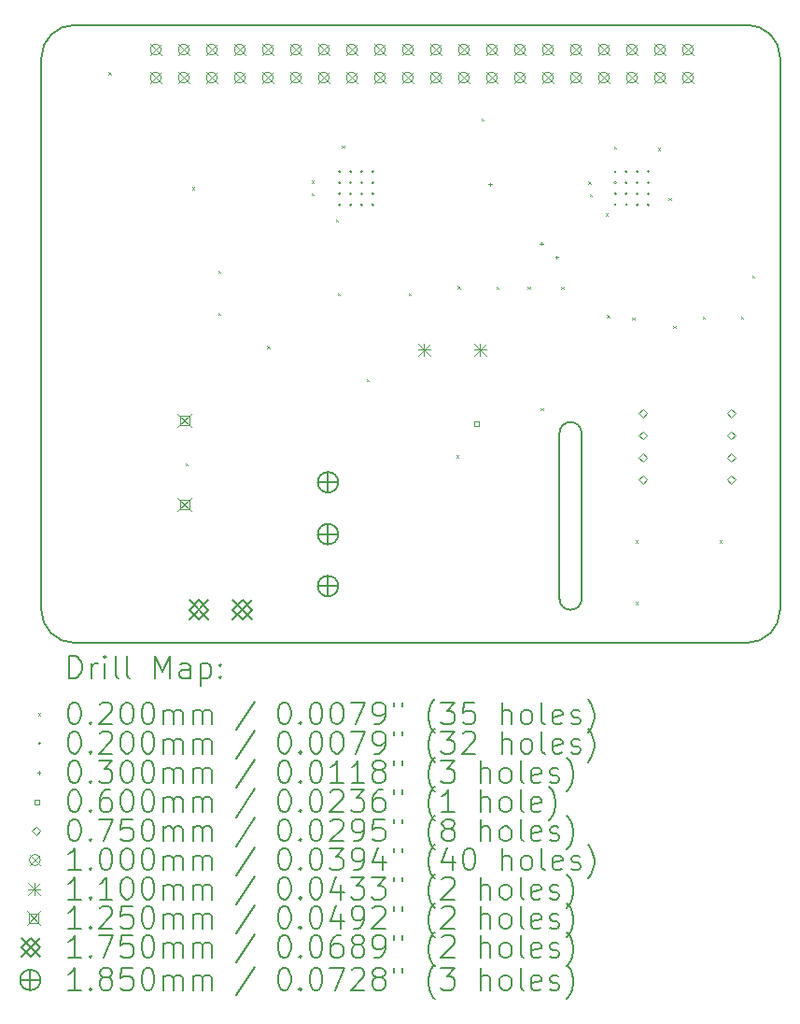
<source format=gbr>
%TF.GenerationSoftware,KiCad,Pcbnew,9.0.2*%
%TF.CreationDate,2025-10-25T21:33:29-05:00*%
%TF.ProjectId,telescope_driver,74656c65-7363-46f7-9065-5f6472697665,rev?*%
%TF.SameCoordinates,Original*%
%TF.FileFunction,Drillmap*%
%TF.FilePolarity,Positive*%
%FSLAX45Y45*%
G04 Gerber Fmt 4.5, Leading zero omitted, Abs format (unit mm)*
G04 Created by KiCad (PCBNEW 9.0.2) date 2025-10-25 21:33:29*
%MOMM*%
%LPD*%
G01*
G04 APERTURE LIST*
%ADD10C,0.160000*%
%ADD11C,0.200000*%
%ADD12C,0.100000*%
%ADD13C,0.110000*%
%ADD14C,0.125000*%
%ADD15C,0.175000*%
%ADD16C,0.185000*%
G04 APERTURE END LIST*
D10*
X10100000Y-10000000D02*
G75*
G02*
X9800000Y-9700000I0J300000D01*
G01*
X9800000Y-4700000D02*
G75*
G02*
X10100000Y-4400000I300000J0D01*
G01*
X16199329Y-4400000D02*
G75*
G02*
X16500000Y-4694552I3541J-297120D01*
G01*
X16500000Y-9700000D02*
X16500000Y-4694552D01*
X10300000Y-4400000D02*
X10100000Y-4400000D01*
X14700000Y-8100000D02*
X14700000Y-9600000D01*
X14500000Y-9600000D02*
X14500000Y-8100000D01*
X10300000Y-10000000D02*
X16200000Y-10000000D01*
X10300000Y-10000000D02*
X10100000Y-10000000D01*
X14500000Y-8100000D02*
G75*
G02*
X14700000Y-8100000I100000J0D01*
G01*
X9800000Y-9700000D02*
X9800000Y-4700000D01*
X16500000Y-9700000D02*
G75*
G02*
X16200000Y-10000000I-300000J0D01*
G01*
X14700000Y-9600000D02*
G75*
G02*
X14500000Y-9600000I-100000J0D01*
G01*
X16199329Y-4400000D02*
X10300000Y-4400000D01*
D11*
D12*
X10410000Y-4830000D02*
X10430000Y-4850000D01*
X10430000Y-4830000D02*
X10410000Y-4850000D01*
X11110000Y-8370000D02*
X11130000Y-8390000D01*
X11130000Y-8370000D02*
X11110000Y-8390000D01*
X11170000Y-5870000D02*
X11190000Y-5890000D01*
X11190000Y-5870000D02*
X11170000Y-5890000D01*
X11405000Y-6630000D02*
X11425000Y-6650000D01*
X11425000Y-6630000D02*
X11405000Y-6650000D01*
X11405000Y-7010000D02*
X11425000Y-7030000D01*
X11425000Y-7010000D02*
X11405000Y-7030000D01*
X11850000Y-7310000D02*
X11870000Y-7330000D01*
X11870000Y-7310000D02*
X11850000Y-7330000D01*
X12250000Y-5810000D02*
X12270000Y-5830000D01*
X12270000Y-5810000D02*
X12250000Y-5830000D01*
X12250000Y-5925000D02*
X12270000Y-5945000D01*
X12270000Y-5925000D02*
X12250000Y-5945000D01*
X12469389Y-6165000D02*
X12489389Y-6185000D01*
X12489389Y-6165000D02*
X12469389Y-6185000D01*
X12490000Y-6830000D02*
X12510000Y-6850000D01*
X12510000Y-6830000D02*
X12490000Y-6850000D01*
X12525000Y-5495000D02*
X12545000Y-5515000D01*
X12545000Y-5495000D02*
X12525000Y-5515000D01*
X12750000Y-7610000D02*
X12770000Y-7630000D01*
X12770000Y-7610000D02*
X12750000Y-7630000D01*
X13130000Y-6830000D02*
X13150000Y-6850000D01*
X13150000Y-6830000D02*
X13130000Y-6850000D01*
X13566000Y-8301000D02*
X13586000Y-8321000D01*
X13586000Y-8301000D02*
X13566000Y-8321000D01*
X13577500Y-6767500D02*
X13597500Y-6787500D01*
X13597500Y-6767500D02*
X13577500Y-6787500D01*
X13790000Y-5250000D02*
X13810000Y-5270000D01*
X13810000Y-5250000D02*
X13790000Y-5270000D01*
X13930000Y-6770000D02*
X13950000Y-6790000D01*
X13950000Y-6770000D02*
X13930000Y-6790000D01*
X14210000Y-6770000D02*
X14230000Y-6790000D01*
X14230000Y-6770000D02*
X14210000Y-6790000D01*
X14330000Y-7870000D02*
X14350000Y-7890000D01*
X14350000Y-7870000D02*
X14330000Y-7890000D01*
X14515000Y-6770000D02*
X14535000Y-6790000D01*
X14535000Y-6770000D02*
X14515000Y-6790000D01*
X14763000Y-5821000D02*
X14783000Y-5841000D01*
X14783000Y-5821000D02*
X14763000Y-5841000D01*
X14776640Y-5934640D02*
X14796640Y-5954640D01*
X14796640Y-5934640D02*
X14776640Y-5954640D01*
X14920539Y-6106740D02*
X14940539Y-6126740D01*
X14940539Y-6106740D02*
X14920539Y-6126740D01*
X14930000Y-7030000D02*
X14950000Y-7050000D01*
X14950000Y-7030000D02*
X14930000Y-7050000D01*
X14995000Y-5500000D02*
X15015000Y-5520000D01*
X15015000Y-5500000D02*
X14995000Y-5520000D01*
X15160000Y-7050000D02*
X15180000Y-7070000D01*
X15180000Y-7050000D02*
X15160000Y-7070000D01*
X15190000Y-9070000D02*
X15210000Y-9090000D01*
X15210000Y-9070000D02*
X15190000Y-9090000D01*
X15190000Y-9630000D02*
X15210000Y-9650000D01*
X15210000Y-9630000D02*
X15190000Y-9650000D01*
X15390000Y-5515000D02*
X15410000Y-5535000D01*
X15410000Y-5515000D02*
X15390000Y-5535000D01*
X15490000Y-5970000D02*
X15510000Y-5990000D01*
X15510000Y-5970000D02*
X15490000Y-5990000D01*
X15533560Y-7126160D02*
X15553560Y-7146160D01*
X15553560Y-7126160D02*
X15533560Y-7146160D01*
X15800000Y-7045000D02*
X15820000Y-7065000D01*
X15820000Y-7045000D02*
X15800000Y-7065000D01*
X15950000Y-9070000D02*
X15970000Y-9090000D01*
X15970000Y-9070000D02*
X15950000Y-9090000D01*
X16144012Y-7045000D02*
X16164012Y-7065000D01*
X16164012Y-7045000D02*
X16144012Y-7065000D01*
X16250000Y-6670000D02*
X16270000Y-6690000D01*
X16270000Y-6670000D02*
X16250000Y-6690000D01*
X12515000Y-5730000D02*
G75*
G02*
X12495000Y-5730000I-10000J0D01*
G01*
X12495000Y-5730000D02*
G75*
G02*
X12515000Y-5730000I10000J0D01*
G01*
X12515000Y-5830000D02*
G75*
G02*
X12495000Y-5830000I-10000J0D01*
G01*
X12495000Y-5830000D02*
G75*
G02*
X12515000Y-5830000I10000J0D01*
G01*
X12515000Y-5930000D02*
G75*
G02*
X12495000Y-5930000I-10000J0D01*
G01*
X12495000Y-5930000D02*
G75*
G02*
X12515000Y-5930000I10000J0D01*
G01*
X12515000Y-6030000D02*
G75*
G02*
X12495000Y-6030000I-10000J0D01*
G01*
X12495000Y-6030000D02*
G75*
G02*
X12515000Y-6030000I10000J0D01*
G01*
X12615000Y-5730000D02*
G75*
G02*
X12595000Y-5730000I-10000J0D01*
G01*
X12595000Y-5730000D02*
G75*
G02*
X12615000Y-5730000I10000J0D01*
G01*
X12615000Y-5830000D02*
G75*
G02*
X12595000Y-5830000I-10000J0D01*
G01*
X12595000Y-5830000D02*
G75*
G02*
X12615000Y-5830000I10000J0D01*
G01*
X12615000Y-5930000D02*
G75*
G02*
X12595000Y-5930000I-10000J0D01*
G01*
X12595000Y-5930000D02*
G75*
G02*
X12615000Y-5930000I10000J0D01*
G01*
X12615000Y-6030000D02*
G75*
G02*
X12595000Y-6030000I-10000J0D01*
G01*
X12595000Y-6030000D02*
G75*
G02*
X12615000Y-6030000I10000J0D01*
G01*
X12715000Y-5730000D02*
G75*
G02*
X12695000Y-5730000I-10000J0D01*
G01*
X12695000Y-5730000D02*
G75*
G02*
X12715000Y-5730000I10000J0D01*
G01*
X12715000Y-5830000D02*
G75*
G02*
X12695000Y-5830000I-10000J0D01*
G01*
X12695000Y-5830000D02*
G75*
G02*
X12715000Y-5830000I10000J0D01*
G01*
X12715000Y-5930000D02*
G75*
G02*
X12695000Y-5930000I-10000J0D01*
G01*
X12695000Y-5930000D02*
G75*
G02*
X12715000Y-5930000I10000J0D01*
G01*
X12715000Y-6030000D02*
G75*
G02*
X12695000Y-6030000I-10000J0D01*
G01*
X12695000Y-6030000D02*
G75*
G02*
X12715000Y-6030000I10000J0D01*
G01*
X12815000Y-5730000D02*
G75*
G02*
X12795000Y-5730000I-10000J0D01*
G01*
X12795000Y-5730000D02*
G75*
G02*
X12815000Y-5730000I10000J0D01*
G01*
X12815000Y-5830000D02*
G75*
G02*
X12795000Y-5830000I-10000J0D01*
G01*
X12795000Y-5830000D02*
G75*
G02*
X12815000Y-5830000I10000J0D01*
G01*
X12815000Y-5930000D02*
G75*
G02*
X12795000Y-5930000I-10000J0D01*
G01*
X12795000Y-5930000D02*
G75*
G02*
X12815000Y-5930000I10000J0D01*
G01*
X12815000Y-6030000D02*
G75*
G02*
X12795000Y-6030000I-10000J0D01*
G01*
X12795000Y-6030000D02*
G75*
G02*
X12815000Y-6030000I10000J0D01*
G01*
X15015000Y-5730000D02*
G75*
G02*
X14995000Y-5730000I-10000J0D01*
G01*
X14995000Y-5730000D02*
G75*
G02*
X15015000Y-5730000I10000J0D01*
G01*
X15015000Y-5830000D02*
G75*
G02*
X14995000Y-5830000I-10000J0D01*
G01*
X14995000Y-5830000D02*
G75*
G02*
X15015000Y-5830000I10000J0D01*
G01*
X15015000Y-5930000D02*
G75*
G02*
X14995000Y-5930000I-10000J0D01*
G01*
X14995000Y-5930000D02*
G75*
G02*
X15015000Y-5930000I10000J0D01*
G01*
X15015000Y-6030000D02*
G75*
G02*
X14995000Y-6030000I-10000J0D01*
G01*
X14995000Y-6030000D02*
G75*
G02*
X15015000Y-6030000I10000J0D01*
G01*
X15115000Y-5730000D02*
G75*
G02*
X15095000Y-5730000I-10000J0D01*
G01*
X15095000Y-5730000D02*
G75*
G02*
X15115000Y-5730000I10000J0D01*
G01*
X15115000Y-5830000D02*
G75*
G02*
X15095000Y-5830000I-10000J0D01*
G01*
X15095000Y-5830000D02*
G75*
G02*
X15115000Y-5830000I10000J0D01*
G01*
X15115000Y-5930000D02*
G75*
G02*
X15095000Y-5930000I-10000J0D01*
G01*
X15095000Y-5930000D02*
G75*
G02*
X15115000Y-5930000I10000J0D01*
G01*
X15115000Y-6030000D02*
G75*
G02*
X15095000Y-6030000I-10000J0D01*
G01*
X15095000Y-6030000D02*
G75*
G02*
X15115000Y-6030000I10000J0D01*
G01*
X15215000Y-5730000D02*
G75*
G02*
X15195000Y-5730000I-10000J0D01*
G01*
X15195000Y-5730000D02*
G75*
G02*
X15215000Y-5730000I10000J0D01*
G01*
X15215000Y-5830000D02*
G75*
G02*
X15195000Y-5830000I-10000J0D01*
G01*
X15195000Y-5830000D02*
G75*
G02*
X15215000Y-5830000I10000J0D01*
G01*
X15215000Y-5930000D02*
G75*
G02*
X15195000Y-5930000I-10000J0D01*
G01*
X15195000Y-5930000D02*
G75*
G02*
X15215000Y-5930000I10000J0D01*
G01*
X15215000Y-6030000D02*
G75*
G02*
X15195000Y-6030000I-10000J0D01*
G01*
X15195000Y-6030000D02*
G75*
G02*
X15215000Y-6030000I10000J0D01*
G01*
X15315000Y-5730000D02*
G75*
G02*
X15295000Y-5730000I-10000J0D01*
G01*
X15295000Y-5730000D02*
G75*
G02*
X15315000Y-5730000I10000J0D01*
G01*
X15315000Y-5830000D02*
G75*
G02*
X15295000Y-5830000I-10000J0D01*
G01*
X15295000Y-5830000D02*
G75*
G02*
X15315000Y-5830000I10000J0D01*
G01*
X15315000Y-5930000D02*
G75*
G02*
X15295000Y-5930000I-10000J0D01*
G01*
X15295000Y-5930000D02*
G75*
G02*
X15315000Y-5930000I10000J0D01*
G01*
X15315000Y-6030000D02*
G75*
G02*
X15295000Y-6030000I-10000J0D01*
G01*
X15295000Y-6030000D02*
G75*
G02*
X15315000Y-6030000I10000J0D01*
G01*
X13870000Y-5830000D02*
X13870000Y-5860000D01*
X13855000Y-5845000D02*
X13885000Y-5845000D01*
X14335000Y-6365000D02*
X14335000Y-6395000D01*
X14320000Y-6380000D02*
X14350000Y-6380000D01*
X14475000Y-6490000D02*
X14475000Y-6520000D01*
X14460000Y-6505000D02*
X14490000Y-6505000D01*
X13771213Y-8036213D02*
X13771213Y-7993787D01*
X13728787Y-7993787D01*
X13728787Y-8036213D01*
X13771213Y-8036213D01*
X15255000Y-7957500D02*
X15292500Y-7920000D01*
X15255000Y-7882500D01*
X15217500Y-7920000D01*
X15255000Y-7957500D01*
X15255000Y-8157500D02*
X15292500Y-8120000D01*
X15255000Y-8082500D01*
X15217500Y-8120000D01*
X15255000Y-8157500D01*
X15255000Y-8357500D02*
X15292500Y-8320000D01*
X15255000Y-8282500D01*
X15217500Y-8320000D01*
X15255000Y-8357500D01*
X15255000Y-8557500D02*
X15292500Y-8520000D01*
X15255000Y-8482500D01*
X15217500Y-8520000D01*
X15255000Y-8557500D01*
X16055000Y-7957500D02*
X16092500Y-7920000D01*
X16055000Y-7882500D01*
X16017500Y-7920000D01*
X16055000Y-7957500D01*
X16055000Y-8157500D02*
X16092500Y-8120000D01*
X16055000Y-8082500D01*
X16017500Y-8120000D01*
X16055000Y-8157500D01*
X16055000Y-8357500D02*
X16092500Y-8320000D01*
X16055000Y-8282500D01*
X16017500Y-8320000D01*
X16055000Y-8357500D01*
X16055000Y-8557500D02*
X16092500Y-8520000D01*
X16055000Y-8482500D01*
X16017500Y-8520000D01*
X16055000Y-8557500D01*
X10787000Y-4573000D02*
X10887000Y-4673000D01*
X10887000Y-4573000D02*
X10787000Y-4673000D01*
X10887000Y-4623000D02*
G75*
G02*
X10787000Y-4623000I-50000J0D01*
G01*
X10787000Y-4623000D02*
G75*
G02*
X10887000Y-4623000I50000J0D01*
G01*
X10787000Y-4827000D02*
X10887000Y-4927000D01*
X10887000Y-4827000D02*
X10787000Y-4927000D01*
X10887000Y-4877000D02*
G75*
G02*
X10787000Y-4877000I-50000J0D01*
G01*
X10787000Y-4877000D02*
G75*
G02*
X10887000Y-4877000I50000J0D01*
G01*
X11041000Y-4573000D02*
X11141000Y-4673000D01*
X11141000Y-4573000D02*
X11041000Y-4673000D01*
X11141000Y-4623000D02*
G75*
G02*
X11041000Y-4623000I-50000J0D01*
G01*
X11041000Y-4623000D02*
G75*
G02*
X11141000Y-4623000I50000J0D01*
G01*
X11041000Y-4827000D02*
X11141000Y-4927000D01*
X11141000Y-4827000D02*
X11041000Y-4927000D01*
X11141000Y-4877000D02*
G75*
G02*
X11041000Y-4877000I-50000J0D01*
G01*
X11041000Y-4877000D02*
G75*
G02*
X11141000Y-4877000I50000J0D01*
G01*
X11295000Y-4573000D02*
X11395000Y-4673000D01*
X11395000Y-4573000D02*
X11295000Y-4673000D01*
X11395000Y-4623000D02*
G75*
G02*
X11295000Y-4623000I-50000J0D01*
G01*
X11295000Y-4623000D02*
G75*
G02*
X11395000Y-4623000I50000J0D01*
G01*
X11295000Y-4827000D02*
X11395000Y-4927000D01*
X11395000Y-4827000D02*
X11295000Y-4927000D01*
X11395000Y-4877000D02*
G75*
G02*
X11295000Y-4877000I-50000J0D01*
G01*
X11295000Y-4877000D02*
G75*
G02*
X11395000Y-4877000I50000J0D01*
G01*
X11549000Y-4573000D02*
X11649000Y-4673000D01*
X11649000Y-4573000D02*
X11549000Y-4673000D01*
X11649000Y-4623000D02*
G75*
G02*
X11549000Y-4623000I-50000J0D01*
G01*
X11549000Y-4623000D02*
G75*
G02*
X11649000Y-4623000I50000J0D01*
G01*
X11549000Y-4827000D02*
X11649000Y-4927000D01*
X11649000Y-4827000D02*
X11549000Y-4927000D01*
X11649000Y-4877000D02*
G75*
G02*
X11549000Y-4877000I-50000J0D01*
G01*
X11549000Y-4877000D02*
G75*
G02*
X11649000Y-4877000I50000J0D01*
G01*
X11803000Y-4573000D02*
X11903000Y-4673000D01*
X11903000Y-4573000D02*
X11803000Y-4673000D01*
X11903000Y-4623000D02*
G75*
G02*
X11803000Y-4623000I-50000J0D01*
G01*
X11803000Y-4623000D02*
G75*
G02*
X11903000Y-4623000I50000J0D01*
G01*
X11803000Y-4827000D02*
X11903000Y-4927000D01*
X11903000Y-4827000D02*
X11803000Y-4927000D01*
X11903000Y-4877000D02*
G75*
G02*
X11803000Y-4877000I-50000J0D01*
G01*
X11803000Y-4877000D02*
G75*
G02*
X11903000Y-4877000I50000J0D01*
G01*
X12057000Y-4573000D02*
X12157000Y-4673000D01*
X12157000Y-4573000D02*
X12057000Y-4673000D01*
X12157000Y-4623000D02*
G75*
G02*
X12057000Y-4623000I-50000J0D01*
G01*
X12057000Y-4623000D02*
G75*
G02*
X12157000Y-4623000I50000J0D01*
G01*
X12057000Y-4827000D02*
X12157000Y-4927000D01*
X12157000Y-4827000D02*
X12057000Y-4927000D01*
X12157000Y-4877000D02*
G75*
G02*
X12057000Y-4877000I-50000J0D01*
G01*
X12057000Y-4877000D02*
G75*
G02*
X12157000Y-4877000I50000J0D01*
G01*
X12311000Y-4573000D02*
X12411000Y-4673000D01*
X12411000Y-4573000D02*
X12311000Y-4673000D01*
X12411000Y-4623000D02*
G75*
G02*
X12311000Y-4623000I-50000J0D01*
G01*
X12311000Y-4623000D02*
G75*
G02*
X12411000Y-4623000I50000J0D01*
G01*
X12311000Y-4827000D02*
X12411000Y-4927000D01*
X12411000Y-4827000D02*
X12311000Y-4927000D01*
X12411000Y-4877000D02*
G75*
G02*
X12311000Y-4877000I-50000J0D01*
G01*
X12311000Y-4877000D02*
G75*
G02*
X12411000Y-4877000I50000J0D01*
G01*
X12565000Y-4573000D02*
X12665000Y-4673000D01*
X12665000Y-4573000D02*
X12565000Y-4673000D01*
X12665000Y-4623000D02*
G75*
G02*
X12565000Y-4623000I-50000J0D01*
G01*
X12565000Y-4623000D02*
G75*
G02*
X12665000Y-4623000I50000J0D01*
G01*
X12565000Y-4827000D02*
X12665000Y-4927000D01*
X12665000Y-4827000D02*
X12565000Y-4927000D01*
X12665000Y-4877000D02*
G75*
G02*
X12565000Y-4877000I-50000J0D01*
G01*
X12565000Y-4877000D02*
G75*
G02*
X12665000Y-4877000I50000J0D01*
G01*
X12819000Y-4573000D02*
X12919000Y-4673000D01*
X12919000Y-4573000D02*
X12819000Y-4673000D01*
X12919000Y-4623000D02*
G75*
G02*
X12819000Y-4623000I-50000J0D01*
G01*
X12819000Y-4623000D02*
G75*
G02*
X12919000Y-4623000I50000J0D01*
G01*
X12819000Y-4827000D02*
X12919000Y-4927000D01*
X12919000Y-4827000D02*
X12819000Y-4927000D01*
X12919000Y-4877000D02*
G75*
G02*
X12819000Y-4877000I-50000J0D01*
G01*
X12819000Y-4877000D02*
G75*
G02*
X12919000Y-4877000I50000J0D01*
G01*
X13073000Y-4573000D02*
X13173000Y-4673000D01*
X13173000Y-4573000D02*
X13073000Y-4673000D01*
X13173000Y-4623000D02*
G75*
G02*
X13073000Y-4623000I-50000J0D01*
G01*
X13073000Y-4623000D02*
G75*
G02*
X13173000Y-4623000I50000J0D01*
G01*
X13073000Y-4827000D02*
X13173000Y-4927000D01*
X13173000Y-4827000D02*
X13073000Y-4927000D01*
X13173000Y-4877000D02*
G75*
G02*
X13073000Y-4877000I-50000J0D01*
G01*
X13073000Y-4877000D02*
G75*
G02*
X13173000Y-4877000I50000J0D01*
G01*
X13327000Y-4573000D02*
X13427000Y-4673000D01*
X13427000Y-4573000D02*
X13327000Y-4673000D01*
X13427000Y-4623000D02*
G75*
G02*
X13327000Y-4623000I-50000J0D01*
G01*
X13327000Y-4623000D02*
G75*
G02*
X13427000Y-4623000I50000J0D01*
G01*
X13327000Y-4827000D02*
X13427000Y-4927000D01*
X13427000Y-4827000D02*
X13327000Y-4927000D01*
X13427000Y-4877000D02*
G75*
G02*
X13327000Y-4877000I-50000J0D01*
G01*
X13327000Y-4877000D02*
G75*
G02*
X13427000Y-4877000I50000J0D01*
G01*
X13581000Y-4573000D02*
X13681000Y-4673000D01*
X13681000Y-4573000D02*
X13581000Y-4673000D01*
X13681000Y-4623000D02*
G75*
G02*
X13581000Y-4623000I-50000J0D01*
G01*
X13581000Y-4623000D02*
G75*
G02*
X13681000Y-4623000I50000J0D01*
G01*
X13581000Y-4827000D02*
X13681000Y-4927000D01*
X13681000Y-4827000D02*
X13581000Y-4927000D01*
X13681000Y-4877000D02*
G75*
G02*
X13581000Y-4877000I-50000J0D01*
G01*
X13581000Y-4877000D02*
G75*
G02*
X13681000Y-4877000I50000J0D01*
G01*
X13835000Y-4573000D02*
X13935000Y-4673000D01*
X13935000Y-4573000D02*
X13835000Y-4673000D01*
X13935000Y-4623000D02*
G75*
G02*
X13835000Y-4623000I-50000J0D01*
G01*
X13835000Y-4623000D02*
G75*
G02*
X13935000Y-4623000I50000J0D01*
G01*
X13835000Y-4827000D02*
X13935000Y-4927000D01*
X13935000Y-4827000D02*
X13835000Y-4927000D01*
X13935000Y-4877000D02*
G75*
G02*
X13835000Y-4877000I-50000J0D01*
G01*
X13835000Y-4877000D02*
G75*
G02*
X13935000Y-4877000I50000J0D01*
G01*
X14089000Y-4573000D02*
X14189000Y-4673000D01*
X14189000Y-4573000D02*
X14089000Y-4673000D01*
X14189000Y-4623000D02*
G75*
G02*
X14089000Y-4623000I-50000J0D01*
G01*
X14089000Y-4623000D02*
G75*
G02*
X14189000Y-4623000I50000J0D01*
G01*
X14089000Y-4827000D02*
X14189000Y-4927000D01*
X14189000Y-4827000D02*
X14089000Y-4927000D01*
X14189000Y-4877000D02*
G75*
G02*
X14089000Y-4877000I-50000J0D01*
G01*
X14089000Y-4877000D02*
G75*
G02*
X14189000Y-4877000I50000J0D01*
G01*
X14343000Y-4573000D02*
X14443000Y-4673000D01*
X14443000Y-4573000D02*
X14343000Y-4673000D01*
X14443000Y-4623000D02*
G75*
G02*
X14343000Y-4623000I-50000J0D01*
G01*
X14343000Y-4623000D02*
G75*
G02*
X14443000Y-4623000I50000J0D01*
G01*
X14343000Y-4827000D02*
X14443000Y-4927000D01*
X14443000Y-4827000D02*
X14343000Y-4927000D01*
X14443000Y-4877000D02*
G75*
G02*
X14343000Y-4877000I-50000J0D01*
G01*
X14343000Y-4877000D02*
G75*
G02*
X14443000Y-4877000I50000J0D01*
G01*
X14597000Y-4573000D02*
X14697000Y-4673000D01*
X14697000Y-4573000D02*
X14597000Y-4673000D01*
X14697000Y-4623000D02*
G75*
G02*
X14597000Y-4623000I-50000J0D01*
G01*
X14597000Y-4623000D02*
G75*
G02*
X14697000Y-4623000I50000J0D01*
G01*
X14597000Y-4827000D02*
X14697000Y-4927000D01*
X14697000Y-4827000D02*
X14597000Y-4927000D01*
X14697000Y-4877000D02*
G75*
G02*
X14597000Y-4877000I-50000J0D01*
G01*
X14597000Y-4877000D02*
G75*
G02*
X14697000Y-4877000I50000J0D01*
G01*
X14851000Y-4573000D02*
X14951000Y-4673000D01*
X14951000Y-4573000D02*
X14851000Y-4673000D01*
X14951000Y-4623000D02*
G75*
G02*
X14851000Y-4623000I-50000J0D01*
G01*
X14851000Y-4623000D02*
G75*
G02*
X14951000Y-4623000I50000J0D01*
G01*
X14851000Y-4827000D02*
X14951000Y-4927000D01*
X14951000Y-4827000D02*
X14851000Y-4927000D01*
X14951000Y-4877000D02*
G75*
G02*
X14851000Y-4877000I-50000J0D01*
G01*
X14851000Y-4877000D02*
G75*
G02*
X14951000Y-4877000I50000J0D01*
G01*
X15105000Y-4573000D02*
X15205000Y-4673000D01*
X15205000Y-4573000D02*
X15105000Y-4673000D01*
X15205000Y-4623000D02*
G75*
G02*
X15105000Y-4623000I-50000J0D01*
G01*
X15105000Y-4623000D02*
G75*
G02*
X15205000Y-4623000I50000J0D01*
G01*
X15105000Y-4827000D02*
X15205000Y-4927000D01*
X15205000Y-4827000D02*
X15105000Y-4927000D01*
X15205000Y-4877000D02*
G75*
G02*
X15105000Y-4877000I-50000J0D01*
G01*
X15105000Y-4877000D02*
G75*
G02*
X15205000Y-4877000I50000J0D01*
G01*
X15359000Y-4573000D02*
X15459000Y-4673000D01*
X15459000Y-4573000D02*
X15359000Y-4673000D01*
X15459000Y-4623000D02*
G75*
G02*
X15359000Y-4623000I-50000J0D01*
G01*
X15359000Y-4623000D02*
G75*
G02*
X15459000Y-4623000I50000J0D01*
G01*
X15359000Y-4827000D02*
X15459000Y-4927000D01*
X15459000Y-4827000D02*
X15359000Y-4927000D01*
X15459000Y-4877000D02*
G75*
G02*
X15359000Y-4877000I-50000J0D01*
G01*
X15359000Y-4877000D02*
G75*
G02*
X15459000Y-4877000I50000J0D01*
G01*
X15613000Y-4573000D02*
X15713000Y-4673000D01*
X15713000Y-4573000D02*
X15613000Y-4673000D01*
X15713000Y-4623000D02*
G75*
G02*
X15613000Y-4623000I-50000J0D01*
G01*
X15613000Y-4623000D02*
G75*
G02*
X15713000Y-4623000I50000J0D01*
G01*
X15613000Y-4827000D02*
X15713000Y-4927000D01*
X15713000Y-4827000D02*
X15613000Y-4927000D01*
X15713000Y-4877000D02*
G75*
G02*
X15613000Y-4877000I-50000J0D01*
G01*
X15613000Y-4877000D02*
G75*
G02*
X15713000Y-4877000I50000J0D01*
G01*
D13*
X13216000Y-7290000D02*
X13326000Y-7400000D01*
X13326000Y-7290000D02*
X13216000Y-7400000D01*
X13271000Y-7290000D02*
X13271000Y-7400000D01*
X13216000Y-7345000D02*
X13326000Y-7345000D01*
X13724000Y-7290000D02*
X13834000Y-7400000D01*
X13834000Y-7290000D02*
X13724000Y-7400000D01*
X13779000Y-7290000D02*
X13779000Y-7400000D01*
X13724000Y-7345000D02*
X13834000Y-7345000D01*
D14*
X11037500Y-7922500D02*
X11162500Y-8047500D01*
X11162500Y-7922500D02*
X11037500Y-8047500D01*
X11144195Y-8029195D02*
X11144195Y-7940805D01*
X11055805Y-7940805D01*
X11055805Y-8029195D01*
X11144195Y-8029195D01*
X11037500Y-8684500D02*
X11162500Y-8809500D01*
X11162500Y-8684500D02*
X11037500Y-8809500D01*
X11144195Y-8791195D02*
X11144195Y-8702805D01*
X11055805Y-8702805D01*
X11055805Y-8791195D01*
X11144195Y-8791195D01*
D15*
X11139500Y-9612500D02*
X11314500Y-9787500D01*
X11314500Y-9612500D02*
X11139500Y-9787500D01*
X11227000Y-9787500D02*
X11314500Y-9700000D01*
X11227000Y-9612500D01*
X11139500Y-9700000D01*
X11227000Y-9787500D01*
X11535500Y-9612500D02*
X11710500Y-9787500D01*
X11710500Y-9612500D02*
X11535500Y-9787500D01*
X11623000Y-9787500D02*
X11710500Y-9700000D01*
X11623000Y-9612500D01*
X11535500Y-9700000D01*
X11623000Y-9787500D01*
D16*
X12400000Y-8452500D02*
X12400000Y-8637500D01*
X12307500Y-8545000D02*
X12492500Y-8545000D01*
X12492500Y-8545000D02*
G75*
G02*
X12307500Y-8545000I-92500J0D01*
G01*
X12307500Y-8545000D02*
G75*
G02*
X12492500Y-8545000I92500J0D01*
G01*
X12400000Y-8922500D02*
X12400000Y-9107500D01*
X12307500Y-9015000D02*
X12492500Y-9015000D01*
X12492500Y-9015000D02*
G75*
G02*
X12307500Y-9015000I-92500J0D01*
G01*
X12307500Y-9015000D02*
G75*
G02*
X12492500Y-9015000I92500J0D01*
G01*
X12400000Y-9392500D02*
X12400000Y-9577500D01*
X12307500Y-9485000D02*
X12492500Y-9485000D01*
X12492500Y-9485000D02*
G75*
G02*
X12307500Y-9485000I-92500J0D01*
G01*
X12307500Y-9485000D02*
G75*
G02*
X12492500Y-9485000I92500J0D01*
G01*
D11*
X10052777Y-10319484D02*
X10052777Y-10119484D01*
X10052777Y-10119484D02*
X10100396Y-10119484D01*
X10100396Y-10119484D02*
X10128967Y-10129008D01*
X10128967Y-10129008D02*
X10148015Y-10148055D01*
X10148015Y-10148055D02*
X10157539Y-10167103D01*
X10157539Y-10167103D02*
X10167063Y-10205198D01*
X10167063Y-10205198D02*
X10167063Y-10233770D01*
X10167063Y-10233770D02*
X10157539Y-10271865D01*
X10157539Y-10271865D02*
X10148015Y-10290912D01*
X10148015Y-10290912D02*
X10128967Y-10309960D01*
X10128967Y-10309960D02*
X10100396Y-10319484D01*
X10100396Y-10319484D02*
X10052777Y-10319484D01*
X10252777Y-10319484D02*
X10252777Y-10186150D01*
X10252777Y-10224246D02*
X10262301Y-10205198D01*
X10262301Y-10205198D02*
X10271824Y-10195674D01*
X10271824Y-10195674D02*
X10290872Y-10186150D01*
X10290872Y-10186150D02*
X10309920Y-10186150D01*
X10376586Y-10319484D02*
X10376586Y-10186150D01*
X10376586Y-10119484D02*
X10367063Y-10129008D01*
X10367063Y-10129008D02*
X10376586Y-10138531D01*
X10376586Y-10138531D02*
X10386110Y-10129008D01*
X10386110Y-10129008D02*
X10376586Y-10119484D01*
X10376586Y-10119484D02*
X10376586Y-10138531D01*
X10500396Y-10319484D02*
X10481348Y-10309960D01*
X10481348Y-10309960D02*
X10471824Y-10290912D01*
X10471824Y-10290912D02*
X10471824Y-10119484D01*
X10605158Y-10319484D02*
X10586110Y-10309960D01*
X10586110Y-10309960D02*
X10576586Y-10290912D01*
X10576586Y-10290912D02*
X10576586Y-10119484D01*
X10833729Y-10319484D02*
X10833729Y-10119484D01*
X10833729Y-10119484D02*
X10900396Y-10262341D01*
X10900396Y-10262341D02*
X10967063Y-10119484D01*
X10967063Y-10119484D02*
X10967063Y-10319484D01*
X11148015Y-10319484D02*
X11148015Y-10214722D01*
X11148015Y-10214722D02*
X11138491Y-10195674D01*
X11138491Y-10195674D02*
X11119444Y-10186150D01*
X11119444Y-10186150D02*
X11081348Y-10186150D01*
X11081348Y-10186150D02*
X11062301Y-10195674D01*
X11148015Y-10309960D02*
X11128967Y-10319484D01*
X11128967Y-10319484D02*
X11081348Y-10319484D01*
X11081348Y-10319484D02*
X11062301Y-10309960D01*
X11062301Y-10309960D02*
X11052777Y-10290912D01*
X11052777Y-10290912D02*
X11052777Y-10271865D01*
X11052777Y-10271865D02*
X11062301Y-10252817D01*
X11062301Y-10252817D02*
X11081348Y-10243293D01*
X11081348Y-10243293D02*
X11128967Y-10243293D01*
X11128967Y-10243293D02*
X11148015Y-10233770D01*
X11243253Y-10186150D02*
X11243253Y-10386150D01*
X11243253Y-10195674D02*
X11262301Y-10186150D01*
X11262301Y-10186150D02*
X11300396Y-10186150D01*
X11300396Y-10186150D02*
X11319443Y-10195674D01*
X11319443Y-10195674D02*
X11328967Y-10205198D01*
X11328967Y-10205198D02*
X11338491Y-10224246D01*
X11338491Y-10224246D02*
X11338491Y-10281389D01*
X11338491Y-10281389D02*
X11328967Y-10300436D01*
X11328967Y-10300436D02*
X11319443Y-10309960D01*
X11319443Y-10309960D02*
X11300396Y-10319484D01*
X11300396Y-10319484D02*
X11262301Y-10319484D01*
X11262301Y-10319484D02*
X11243253Y-10309960D01*
X11424205Y-10300436D02*
X11433729Y-10309960D01*
X11433729Y-10309960D02*
X11424205Y-10319484D01*
X11424205Y-10319484D02*
X11414682Y-10309960D01*
X11414682Y-10309960D02*
X11424205Y-10300436D01*
X11424205Y-10300436D02*
X11424205Y-10319484D01*
X11424205Y-10195674D02*
X11433729Y-10205198D01*
X11433729Y-10205198D02*
X11424205Y-10214722D01*
X11424205Y-10214722D02*
X11414682Y-10205198D01*
X11414682Y-10205198D02*
X11424205Y-10195674D01*
X11424205Y-10195674D02*
X11424205Y-10214722D01*
D12*
X9772000Y-10638000D02*
X9792000Y-10658000D01*
X9792000Y-10638000D02*
X9772000Y-10658000D01*
D11*
X10090872Y-10539484D02*
X10109920Y-10539484D01*
X10109920Y-10539484D02*
X10128967Y-10549008D01*
X10128967Y-10549008D02*
X10138491Y-10558531D01*
X10138491Y-10558531D02*
X10148015Y-10577579D01*
X10148015Y-10577579D02*
X10157539Y-10615674D01*
X10157539Y-10615674D02*
X10157539Y-10663293D01*
X10157539Y-10663293D02*
X10148015Y-10701389D01*
X10148015Y-10701389D02*
X10138491Y-10720436D01*
X10138491Y-10720436D02*
X10128967Y-10729960D01*
X10128967Y-10729960D02*
X10109920Y-10739484D01*
X10109920Y-10739484D02*
X10090872Y-10739484D01*
X10090872Y-10739484D02*
X10071824Y-10729960D01*
X10071824Y-10729960D02*
X10062301Y-10720436D01*
X10062301Y-10720436D02*
X10052777Y-10701389D01*
X10052777Y-10701389D02*
X10043253Y-10663293D01*
X10043253Y-10663293D02*
X10043253Y-10615674D01*
X10043253Y-10615674D02*
X10052777Y-10577579D01*
X10052777Y-10577579D02*
X10062301Y-10558531D01*
X10062301Y-10558531D02*
X10071824Y-10549008D01*
X10071824Y-10549008D02*
X10090872Y-10539484D01*
X10243253Y-10720436D02*
X10252777Y-10729960D01*
X10252777Y-10729960D02*
X10243253Y-10739484D01*
X10243253Y-10739484D02*
X10233729Y-10729960D01*
X10233729Y-10729960D02*
X10243253Y-10720436D01*
X10243253Y-10720436D02*
X10243253Y-10739484D01*
X10328967Y-10558531D02*
X10338491Y-10549008D01*
X10338491Y-10549008D02*
X10357539Y-10539484D01*
X10357539Y-10539484D02*
X10405158Y-10539484D01*
X10405158Y-10539484D02*
X10424205Y-10549008D01*
X10424205Y-10549008D02*
X10433729Y-10558531D01*
X10433729Y-10558531D02*
X10443253Y-10577579D01*
X10443253Y-10577579D02*
X10443253Y-10596627D01*
X10443253Y-10596627D02*
X10433729Y-10625198D01*
X10433729Y-10625198D02*
X10319444Y-10739484D01*
X10319444Y-10739484D02*
X10443253Y-10739484D01*
X10567063Y-10539484D02*
X10586110Y-10539484D01*
X10586110Y-10539484D02*
X10605158Y-10549008D01*
X10605158Y-10549008D02*
X10614682Y-10558531D01*
X10614682Y-10558531D02*
X10624205Y-10577579D01*
X10624205Y-10577579D02*
X10633729Y-10615674D01*
X10633729Y-10615674D02*
X10633729Y-10663293D01*
X10633729Y-10663293D02*
X10624205Y-10701389D01*
X10624205Y-10701389D02*
X10614682Y-10720436D01*
X10614682Y-10720436D02*
X10605158Y-10729960D01*
X10605158Y-10729960D02*
X10586110Y-10739484D01*
X10586110Y-10739484D02*
X10567063Y-10739484D01*
X10567063Y-10739484D02*
X10548015Y-10729960D01*
X10548015Y-10729960D02*
X10538491Y-10720436D01*
X10538491Y-10720436D02*
X10528967Y-10701389D01*
X10528967Y-10701389D02*
X10519444Y-10663293D01*
X10519444Y-10663293D02*
X10519444Y-10615674D01*
X10519444Y-10615674D02*
X10528967Y-10577579D01*
X10528967Y-10577579D02*
X10538491Y-10558531D01*
X10538491Y-10558531D02*
X10548015Y-10549008D01*
X10548015Y-10549008D02*
X10567063Y-10539484D01*
X10757539Y-10539484D02*
X10776586Y-10539484D01*
X10776586Y-10539484D02*
X10795634Y-10549008D01*
X10795634Y-10549008D02*
X10805158Y-10558531D01*
X10805158Y-10558531D02*
X10814682Y-10577579D01*
X10814682Y-10577579D02*
X10824205Y-10615674D01*
X10824205Y-10615674D02*
X10824205Y-10663293D01*
X10824205Y-10663293D02*
X10814682Y-10701389D01*
X10814682Y-10701389D02*
X10805158Y-10720436D01*
X10805158Y-10720436D02*
X10795634Y-10729960D01*
X10795634Y-10729960D02*
X10776586Y-10739484D01*
X10776586Y-10739484D02*
X10757539Y-10739484D01*
X10757539Y-10739484D02*
X10738491Y-10729960D01*
X10738491Y-10729960D02*
X10728967Y-10720436D01*
X10728967Y-10720436D02*
X10719444Y-10701389D01*
X10719444Y-10701389D02*
X10709920Y-10663293D01*
X10709920Y-10663293D02*
X10709920Y-10615674D01*
X10709920Y-10615674D02*
X10719444Y-10577579D01*
X10719444Y-10577579D02*
X10728967Y-10558531D01*
X10728967Y-10558531D02*
X10738491Y-10549008D01*
X10738491Y-10549008D02*
X10757539Y-10539484D01*
X10909920Y-10739484D02*
X10909920Y-10606150D01*
X10909920Y-10625198D02*
X10919444Y-10615674D01*
X10919444Y-10615674D02*
X10938491Y-10606150D01*
X10938491Y-10606150D02*
X10967063Y-10606150D01*
X10967063Y-10606150D02*
X10986110Y-10615674D01*
X10986110Y-10615674D02*
X10995634Y-10634722D01*
X10995634Y-10634722D02*
X10995634Y-10739484D01*
X10995634Y-10634722D02*
X11005158Y-10615674D01*
X11005158Y-10615674D02*
X11024205Y-10606150D01*
X11024205Y-10606150D02*
X11052777Y-10606150D01*
X11052777Y-10606150D02*
X11071825Y-10615674D01*
X11071825Y-10615674D02*
X11081348Y-10634722D01*
X11081348Y-10634722D02*
X11081348Y-10739484D01*
X11176586Y-10739484D02*
X11176586Y-10606150D01*
X11176586Y-10625198D02*
X11186110Y-10615674D01*
X11186110Y-10615674D02*
X11205158Y-10606150D01*
X11205158Y-10606150D02*
X11233729Y-10606150D01*
X11233729Y-10606150D02*
X11252777Y-10615674D01*
X11252777Y-10615674D02*
X11262301Y-10634722D01*
X11262301Y-10634722D02*
X11262301Y-10739484D01*
X11262301Y-10634722D02*
X11271824Y-10615674D01*
X11271824Y-10615674D02*
X11290872Y-10606150D01*
X11290872Y-10606150D02*
X11319443Y-10606150D01*
X11319443Y-10606150D02*
X11338491Y-10615674D01*
X11338491Y-10615674D02*
X11348015Y-10634722D01*
X11348015Y-10634722D02*
X11348015Y-10739484D01*
X11738491Y-10529960D02*
X11567063Y-10787103D01*
X11995634Y-10539484D02*
X12014682Y-10539484D01*
X12014682Y-10539484D02*
X12033729Y-10549008D01*
X12033729Y-10549008D02*
X12043253Y-10558531D01*
X12043253Y-10558531D02*
X12052777Y-10577579D01*
X12052777Y-10577579D02*
X12062301Y-10615674D01*
X12062301Y-10615674D02*
X12062301Y-10663293D01*
X12062301Y-10663293D02*
X12052777Y-10701389D01*
X12052777Y-10701389D02*
X12043253Y-10720436D01*
X12043253Y-10720436D02*
X12033729Y-10729960D01*
X12033729Y-10729960D02*
X12014682Y-10739484D01*
X12014682Y-10739484D02*
X11995634Y-10739484D01*
X11995634Y-10739484D02*
X11976586Y-10729960D01*
X11976586Y-10729960D02*
X11967063Y-10720436D01*
X11967063Y-10720436D02*
X11957539Y-10701389D01*
X11957539Y-10701389D02*
X11948015Y-10663293D01*
X11948015Y-10663293D02*
X11948015Y-10615674D01*
X11948015Y-10615674D02*
X11957539Y-10577579D01*
X11957539Y-10577579D02*
X11967063Y-10558531D01*
X11967063Y-10558531D02*
X11976586Y-10549008D01*
X11976586Y-10549008D02*
X11995634Y-10539484D01*
X12148015Y-10720436D02*
X12157539Y-10729960D01*
X12157539Y-10729960D02*
X12148015Y-10739484D01*
X12148015Y-10739484D02*
X12138491Y-10729960D01*
X12138491Y-10729960D02*
X12148015Y-10720436D01*
X12148015Y-10720436D02*
X12148015Y-10739484D01*
X12281348Y-10539484D02*
X12300396Y-10539484D01*
X12300396Y-10539484D02*
X12319444Y-10549008D01*
X12319444Y-10549008D02*
X12328967Y-10558531D01*
X12328967Y-10558531D02*
X12338491Y-10577579D01*
X12338491Y-10577579D02*
X12348015Y-10615674D01*
X12348015Y-10615674D02*
X12348015Y-10663293D01*
X12348015Y-10663293D02*
X12338491Y-10701389D01*
X12338491Y-10701389D02*
X12328967Y-10720436D01*
X12328967Y-10720436D02*
X12319444Y-10729960D01*
X12319444Y-10729960D02*
X12300396Y-10739484D01*
X12300396Y-10739484D02*
X12281348Y-10739484D01*
X12281348Y-10739484D02*
X12262301Y-10729960D01*
X12262301Y-10729960D02*
X12252777Y-10720436D01*
X12252777Y-10720436D02*
X12243253Y-10701389D01*
X12243253Y-10701389D02*
X12233729Y-10663293D01*
X12233729Y-10663293D02*
X12233729Y-10615674D01*
X12233729Y-10615674D02*
X12243253Y-10577579D01*
X12243253Y-10577579D02*
X12252777Y-10558531D01*
X12252777Y-10558531D02*
X12262301Y-10549008D01*
X12262301Y-10549008D02*
X12281348Y-10539484D01*
X12471825Y-10539484D02*
X12490872Y-10539484D01*
X12490872Y-10539484D02*
X12509920Y-10549008D01*
X12509920Y-10549008D02*
X12519444Y-10558531D01*
X12519444Y-10558531D02*
X12528967Y-10577579D01*
X12528967Y-10577579D02*
X12538491Y-10615674D01*
X12538491Y-10615674D02*
X12538491Y-10663293D01*
X12538491Y-10663293D02*
X12528967Y-10701389D01*
X12528967Y-10701389D02*
X12519444Y-10720436D01*
X12519444Y-10720436D02*
X12509920Y-10729960D01*
X12509920Y-10729960D02*
X12490872Y-10739484D01*
X12490872Y-10739484D02*
X12471825Y-10739484D01*
X12471825Y-10739484D02*
X12452777Y-10729960D01*
X12452777Y-10729960D02*
X12443253Y-10720436D01*
X12443253Y-10720436D02*
X12433729Y-10701389D01*
X12433729Y-10701389D02*
X12424206Y-10663293D01*
X12424206Y-10663293D02*
X12424206Y-10615674D01*
X12424206Y-10615674D02*
X12433729Y-10577579D01*
X12433729Y-10577579D02*
X12443253Y-10558531D01*
X12443253Y-10558531D02*
X12452777Y-10549008D01*
X12452777Y-10549008D02*
X12471825Y-10539484D01*
X12605158Y-10539484D02*
X12738491Y-10539484D01*
X12738491Y-10539484D02*
X12652777Y-10739484D01*
X12824206Y-10739484D02*
X12862301Y-10739484D01*
X12862301Y-10739484D02*
X12881348Y-10729960D01*
X12881348Y-10729960D02*
X12890872Y-10720436D01*
X12890872Y-10720436D02*
X12909920Y-10691865D01*
X12909920Y-10691865D02*
X12919444Y-10653770D01*
X12919444Y-10653770D02*
X12919444Y-10577579D01*
X12919444Y-10577579D02*
X12909920Y-10558531D01*
X12909920Y-10558531D02*
X12900396Y-10549008D01*
X12900396Y-10549008D02*
X12881348Y-10539484D01*
X12881348Y-10539484D02*
X12843253Y-10539484D01*
X12843253Y-10539484D02*
X12824206Y-10549008D01*
X12824206Y-10549008D02*
X12814682Y-10558531D01*
X12814682Y-10558531D02*
X12805158Y-10577579D01*
X12805158Y-10577579D02*
X12805158Y-10625198D01*
X12805158Y-10625198D02*
X12814682Y-10644246D01*
X12814682Y-10644246D02*
X12824206Y-10653770D01*
X12824206Y-10653770D02*
X12843253Y-10663293D01*
X12843253Y-10663293D02*
X12881348Y-10663293D01*
X12881348Y-10663293D02*
X12900396Y-10653770D01*
X12900396Y-10653770D02*
X12909920Y-10644246D01*
X12909920Y-10644246D02*
X12919444Y-10625198D01*
X12995634Y-10539484D02*
X12995634Y-10577579D01*
X13071825Y-10539484D02*
X13071825Y-10577579D01*
X13367063Y-10815674D02*
X13357539Y-10806150D01*
X13357539Y-10806150D02*
X13338491Y-10777579D01*
X13338491Y-10777579D02*
X13328968Y-10758531D01*
X13328968Y-10758531D02*
X13319444Y-10729960D01*
X13319444Y-10729960D02*
X13309920Y-10682341D01*
X13309920Y-10682341D02*
X13309920Y-10644246D01*
X13309920Y-10644246D02*
X13319444Y-10596627D01*
X13319444Y-10596627D02*
X13328968Y-10568055D01*
X13328968Y-10568055D02*
X13338491Y-10549008D01*
X13338491Y-10549008D02*
X13357539Y-10520436D01*
X13357539Y-10520436D02*
X13367063Y-10510912D01*
X13424206Y-10539484D02*
X13548015Y-10539484D01*
X13548015Y-10539484D02*
X13481348Y-10615674D01*
X13481348Y-10615674D02*
X13509920Y-10615674D01*
X13509920Y-10615674D02*
X13528968Y-10625198D01*
X13528968Y-10625198D02*
X13538491Y-10634722D01*
X13538491Y-10634722D02*
X13548015Y-10653770D01*
X13548015Y-10653770D02*
X13548015Y-10701389D01*
X13548015Y-10701389D02*
X13538491Y-10720436D01*
X13538491Y-10720436D02*
X13528968Y-10729960D01*
X13528968Y-10729960D02*
X13509920Y-10739484D01*
X13509920Y-10739484D02*
X13452777Y-10739484D01*
X13452777Y-10739484D02*
X13433729Y-10729960D01*
X13433729Y-10729960D02*
X13424206Y-10720436D01*
X13728968Y-10539484D02*
X13633729Y-10539484D01*
X13633729Y-10539484D02*
X13624206Y-10634722D01*
X13624206Y-10634722D02*
X13633729Y-10625198D01*
X13633729Y-10625198D02*
X13652777Y-10615674D01*
X13652777Y-10615674D02*
X13700396Y-10615674D01*
X13700396Y-10615674D02*
X13719444Y-10625198D01*
X13719444Y-10625198D02*
X13728968Y-10634722D01*
X13728968Y-10634722D02*
X13738491Y-10653770D01*
X13738491Y-10653770D02*
X13738491Y-10701389D01*
X13738491Y-10701389D02*
X13728968Y-10720436D01*
X13728968Y-10720436D02*
X13719444Y-10729960D01*
X13719444Y-10729960D02*
X13700396Y-10739484D01*
X13700396Y-10739484D02*
X13652777Y-10739484D01*
X13652777Y-10739484D02*
X13633729Y-10729960D01*
X13633729Y-10729960D02*
X13624206Y-10720436D01*
X13976587Y-10739484D02*
X13976587Y-10539484D01*
X14062301Y-10739484D02*
X14062301Y-10634722D01*
X14062301Y-10634722D02*
X14052777Y-10615674D01*
X14052777Y-10615674D02*
X14033730Y-10606150D01*
X14033730Y-10606150D02*
X14005158Y-10606150D01*
X14005158Y-10606150D02*
X13986110Y-10615674D01*
X13986110Y-10615674D02*
X13976587Y-10625198D01*
X14186110Y-10739484D02*
X14167063Y-10729960D01*
X14167063Y-10729960D02*
X14157539Y-10720436D01*
X14157539Y-10720436D02*
X14148015Y-10701389D01*
X14148015Y-10701389D02*
X14148015Y-10644246D01*
X14148015Y-10644246D02*
X14157539Y-10625198D01*
X14157539Y-10625198D02*
X14167063Y-10615674D01*
X14167063Y-10615674D02*
X14186110Y-10606150D01*
X14186110Y-10606150D02*
X14214682Y-10606150D01*
X14214682Y-10606150D02*
X14233730Y-10615674D01*
X14233730Y-10615674D02*
X14243253Y-10625198D01*
X14243253Y-10625198D02*
X14252777Y-10644246D01*
X14252777Y-10644246D02*
X14252777Y-10701389D01*
X14252777Y-10701389D02*
X14243253Y-10720436D01*
X14243253Y-10720436D02*
X14233730Y-10729960D01*
X14233730Y-10729960D02*
X14214682Y-10739484D01*
X14214682Y-10739484D02*
X14186110Y-10739484D01*
X14367063Y-10739484D02*
X14348015Y-10729960D01*
X14348015Y-10729960D02*
X14338491Y-10710912D01*
X14338491Y-10710912D02*
X14338491Y-10539484D01*
X14519444Y-10729960D02*
X14500396Y-10739484D01*
X14500396Y-10739484D02*
X14462301Y-10739484D01*
X14462301Y-10739484D02*
X14443253Y-10729960D01*
X14443253Y-10729960D02*
X14433730Y-10710912D01*
X14433730Y-10710912D02*
X14433730Y-10634722D01*
X14433730Y-10634722D02*
X14443253Y-10615674D01*
X14443253Y-10615674D02*
X14462301Y-10606150D01*
X14462301Y-10606150D02*
X14500396Y-10606150D01*
X14500396Y-10606150D02*
X14519444Y-10615674D01*
X14519444Y-10615674D02*
X14528968Y-10634722D01*
X14528968Y-10634722D02*
X14528968Y-10653770D01*
X14528968Y-10653770D02*
X14433730Y-10672817D01*
X14605158Y-10729960D02*
X14624206Y-10739484D01*
X14624206Y-10739484D02*
X14662301Y-10739484D01*
X14662301Y-10739484D02*
X14681349Y-10729960D01*
X14681349Y-10729960D02*
X14690872Y-10710912D01*
X14690872Y-10710912D02*
X14690872Y-10701389D01*
X14690872Y-10701389D02*
X14681349Y-10682341D01*
X14681349Y-10682341D02*
X14662301Y-10672817D01*
X14662301Y-10672817D02*
X14633730Y-10672817D01*
X14633730Y-10672817D02*
X14614682Y-10663293D01*
X14614682Y-10663293D02*
X14605158Y-10644246D01*
X14605158Y-10644246D02*
X14605158Y-10634722D01*
X14605158Y-10634722D02*
X14614682Y-10615674D01*
X14614682Y-10615674D02*
X14633730Y-10606150D01*
X14633730Y-10606150D02*
X14662301Y-10606150D01*
X14662301Y-10606150D02*
X14681349Y-10615674D01*
X14757539Y-10815674D02*
X14767063Y-10806150D01*
X14767063Y-10806150D02*
X14786111Y-10777579D01*
X14786111Y-10777579D02*
X14795634Y-10758531D01*
X14795634Y-10758531D02*
X14805158Y-10729960D01*
X14805158Y-10729960D02*
X14814682Y-10682341D01*
X14814682Y-10682341D02*
X14814682Y-10644246D01*
X14814682Y-10644246D02*
X14805158Y-10596627D01*
X14805158Y-10596627D02*
X14795634Y-10568055D01*
X14795634Y-10568055D02*
X14786111Y-10549008D01*
X14786111Y-10549008D02*
X14767063Y-10520436D01*
X14767063Y-10520436D02*
X14757539Y-10510912D01*
D12*
X9792000Y-10912000D02*
G75*
G02*
X9772000Y-10912000I-10000J0D01*
G01*
X9772000Y-10912000D02*
G75*
G02*
X9792000Y-10912000I10000J0D01*
G01*
D11*
X10090872Y-10803484D02*
X10109920Y-10803484D01*
X10109920Y-10803484D02*
X10128967Y-10813008D01*
X10128967Y-10813008D02*
X10138491Y-10822531D01*
X10138491Y-10822531D02*
X10148015Y-10841579D01*
X10148015Y-10841579D02*
X10157539Y-10879674D01*
X10157539Y-10879674D02*
X10157539Y-10927293D01*
X10157539Y-10927293D02*
X10148015Y-10965389D01*
X10148015Y-10965389D02*
X10138491Y-10984436D01*
X10138491Y-10984436D02*
X10128967Y-10993960D01*
X10128967Y-10993960D02*
X10109920Y-11003484D01*
X10109920Y-11003484D02*
X10090872Y-11003484D01*
X10090872Y-11003484D02*
X10071824Y-10993960D01*
X10071824Y-10993960D02*
X10062301Y-10984436D01*
X10062301Y-10984436D02*
X10052777Y-10965389D01*
X10052777Y-10965389D02*
X10043253Y-10927293D01*
X10043253Y-10927293D02*
X10043253Y-10879674D01*
X10043253Y-10879674D02*
X10052777Y-10841579D01*
X10052777Y-10841579D02*
X10062301Y-10822531D01*
X10062301Y-10822531D02*
X10071824Y-10813008D01*
X10071824Y-10813008D02*
X10090872Y-10803484D01*
X10243253Y-10984436D02*
X10252777Y-10993960D01*
X10252777Y-10993960D02*
X10243253Y-11003484D01*
X10243253Y-11003484D02*
X10233729Y-10993960D01*
X10233729Y-10993960D02*
X10243253Y-10984436D01*
X10243253Y-10984436D02*
X10243253Y-11003484D01*
X10328967Y-10822531D02*
X10338491Y-10813008D01*
X10338491Y-10813008D02*
X10357539Y-10803484D01*
X10357539Y-10803484D02*
X10405158Y-10803484D01*
X10405158Y-10803484D02*
X10424205Y-10813008D01*
X10424205Y-10813008D02*
X10433729Y-10822531D01*
X10433729Y-10822531D02*
X10443253Y-10841579D01*
X10443253Y-10841579D02*
X10443253Y-10860627D01*
X10443253Y-10860627D02*
X10433729Y-10889198D01*
X10433729Y-10889198D02*
X10319444Y-11003484D01*
X10319444Y-11003484D02*
X10443253Y-11003484D01*
X10567063Y-10803484D02*
X10586110Y-10803484D01*
X10586110Y-10803484D02*
X10605158Y-10813008D01*
X10605158Y-10813008D02*
X10614682Y-10822531D01*
X10614682Y-10822531D02*
X10624205Y-10841579D01*
X10624205Y-10841579D02*
X10633729Y-10879674D01*
X10633729Y-10879674D02*
X10633729Y-10927293D01*
X10633729Y-10927293D02*
X10624205Y-10965389D01*
X10624205Y-10965389D02*
X10614682Y-10984436D01*
X10614682Y-10984436D02*
X10605158Y-10993960D01*
X10605158Y-10993960D02*
X10586110Y-11003484D01*
X10586110Y-11003484D02*
X10567063Y-11003484D01*
X10567063Y-11003484D02*
X10548015Y-10993960D01*
X10548015Y-10993960D02*
X10538491Y-10984436D01*
X10538491Y-10984436D02*
X10528967Y-10965389D01*
X10528967Y-10965389D02*
X10519444Y-10927293D01*
X10519444Y-10927293D02*
X10519444Y-10879674D01*
X10519444Y-10879674D02*
X10528967Y-10841579D01*
X10528967Y-10841579D02*
X10538491Y-10822531D01*
X10538491Y-10822531D02*
X10548015Y-10813008D01*
X10548015Y-10813008D02*
X10567063Y-10803484D01*
X10757539Y-10803484D02*
X10776586Y-10803484D01*
X10776586Y-10803484D02*
X10795634Y-10813008D01*
X10795634Y-10813008D02*
X10805158Y-10822531D01*
X10805158Y-10822531D02*
X10814682Y-10841579D01*
X10814682Y-10841579D02*
X10824205Y-10879674D01*
X10824205Y-10879674D02*
X10824205Y-10927293D01*
X10824205Y-10927293D02*
X10814682Y-10965389D01*
X10814682Y-10965389D02*
X10805158Y-10984436D01*
X10805158Y-10984436D02*
X10795634Y-10993960D01*
X10795634Y-10993960D02*
X10776586Y-11003484D01*
X10776586Y-11003484D02*
X10757539Y-11003484D01*
X10757539Y-11003484D02*
X10738491Y-10993960D01*
X10738491Y-10993960D02*
X10728967Y-10984436D01*
X10728967Y-10984436D02*
X10719444Y-10965389D01*
X10719444Y-10965389D02*
X10709920Y-10927293D01*
X10709920Y-10927293D02*
X10709920Y-10879674D01*
X10709920Y-10879674D02*
X10719444Y-10841579D01*
X10719444Y-10841579D02*
X10728967Y-10822531D01*
X10728967Y-10822531D02*
X10738491Y-10813008D01*
X10738491Y-10813008D02*
X10757539Y-10803484D01*
X10909920Y-11003484D02*
X10909920Y-10870150D01*
X10909920Y-10889198D02*
X10919444Y-10879674D01*
X10919444Y-10879674D02*
X10938491Y-10870150D01*
X10938491Y-10870150D02*
X10967063Y-10870150D01*
X10967063Y-10870150D02*
X10986110Y-10879674D01*
X10986110Y-10879674D02*
X10995634Y-10898722D01*
X10995634Y-10898722D02*
X10995634Y-11003484D01*
X10995634Y-10898722D02*
X11005158Y-10879674D01*
X11005158Y-10879674D02*
X11024205Y-10870150D01*
X11024205Y-10870150D02*
X11052777Y-10870150D01*
X11052777Y-10870150D02*
X11071825Y-10879674D01*
X11071825Y-10879674D02*
X11081348Y-10898722D01*
X11081348Y-10898722D02*
X11081348Y-11003484D01*
X11176586Y-11003484D02*
X11176586Y-10870150D01*
X11176586Y-10889198D02*
X11186110Y-10879674D01*
X11186110Y-10879674D02*
X11205158Y-10870150D01*
X11205158Y-10870150D02*
X11233729Y-10870150D01*
X11233729Y-10870150D02*
X11252777Y-10879674D01*
X11252777Y-10879674D02*
X11262301Y-10898722D01*
X11262301Y-10898722D02*
X11262301Y-11003484D01*
X11262301Y-10898722D02*
X11271824Y-10879674D01*
X11271824Y-10879674D02*
X11290872Y-10870150D01*
X11290872Y-10870150D02*
X11319443Y-10870150D01*
X11319443Y-10870150D02*
X11338491Y-10879674D01*
X11338491Y-10879674D02*
X11348015Y-10898722D01*
X11348015Y-10898722D02*
X11348015Y-11003484D01*
X11738491Y-10793960D02*
X11567063Y-11051103D01*
X11995634Y-10803484D02*
X12014682Y-10803484D01*
X12014682Y-10803484D02*
X12033729Y-10813008D01*
X12033729Y-10813008D02*
X12043253Y-10822531D01*
X12043253Y-10822531D02*
X12052777Y-10841579D01*
X12052777Y-10841579D02*
X12062301Y-10879674D01*
X12062301Y-10879674D02*
X12062301Y-10927293D01*
X12062301Y-10927293D02*
X12052777Y-10965389D01*
X12052777Y-10965389D02*
X12043253Y-10984436D01*
X12043253Y-10984436D02*
X12033729Y-10993960D01*
X12033729Y-10993960D02*
X12014682Y-11003484D01*
X12014682Y-11003484D02*
X11995634Y-11003484D01*
X11995634Y-11003484D02*
X11976586Y-10993960D01*
X11976586Y-10993960D02*
X11967063Y-10984436D01*
X11967063Y-10984436D02*
X11957539Y-10965389D01*
X11957539Y-10965389D02*
X11948015Y-10927293D01*
X11948015Y-10927293D02*
X11948015Y-10879674D01*
X11948015Y-10879674D02*
X11957539Y-10841579D01*
X11957539Y-10841579D02*
X11967063Y-10822531D01*
X11967063Y-10822531D02*
X11976586Y-10813008D01*
X11976586Y-10813008D02*
X11995634Y-10803484D01*
X12148015Y-10984436D02*
X12157539Y-10993960D01*
X12157539Y-10993960D02*
X12148015Y-11003484D01*
X12148015Y-11003484D02*
X12138491Y-10993960D01*
X12138491Y-10993960D02*
X12148015Y-10984436D01*
X12148015Y-10984436D02*
X12148015Y-11003484D01*
X12281348Y-10803484D02*
X12300396Y-10803484D01*
X12300396Y-10803484D02*
X12319444Y-10813008D01*
X12319444Y-10813008D02*
X12328967Y-10822531D01*
X12328967Y-10822531D02*
X12338491Y-10841579D01*
X12338491Y-10841579D02*
X12348015Y-10879674D01*
X12348015Y-10879674D02*
X12348015Y-10927293D01*
X12348015Y-10927293D02*
X12338491Y-10965389D01*
X12338491Y-10965389D02*
X12328967Y-10984436D01*
X12328967Y-10984436D02*
X12319444Y-10993960D01*
X12319444Y-10993960D02*
X12300396Y-11003484D01*
X12300396Y-11003484D02*
X12281348Y-11003484D01*
X12281348Y-11003484D02*
X12262301Y-10993960D01*
X12262301Y-10993960D02*
X12252777Y-10984436D01*
X12252777Y-10984436D02*
X12243253Y-10965389D01*
X12243253Y-10965389D02*
X12233729Y-10927293D01*
X12233729Y-10927293D02*
X12233729Y-10879674D01*
X12233729Y-10879674D02*
X12243253Y-10841579D01*
X12243253Y-10841579D02*
X12252777Y-10822531D01*
X12252777Y-10822531D02*
X12262301Y-10813008D01*
X12262301Y-10813008D02*
X12281348Y-10803484D01*
X12471825Y-10803484D02*
X12490872Y-10803484D01*
X12490872Y-10803484D02*
X12509920Y-10813008D01*
X12509920Y-10813008D02*
X12519444Y-10822531D01*
X12519444Y-10822531D02*
X12528967Y-10841579D01*
X12528967Y-10841579D02*
X12538491Y-10879674D01*
X12538491Y-10879674D02*
X12538491Y-10927293D01*
X12538491Y-10927293D02*
X12528967Y-10965389D01*
X12528967Y-10965389D02*
X12519444Y-10984436D01*
X12519444Y-10984436D02*
X12509920Y-10993960D01*
X12509920Y-10993960D02*
X12490872Y-11003484D01*
X12490872Y-11003484D02*
X12471825Y-11003484D01*
X12471825Y-11003484D02*
X12452777Y-10993960D01*
X12452777Y-10993960D02*
X12443253Y-10984436D01*
X12443253Y-10984436D02*
X12433729Y-10965389D01*
X12433729Y-10965389D02*
X12424206Y-10927293D01*
X12424206Y-10927293D02*
X12424206Y-10879674D01*
X12424206Y-10879674D02*
X12433729Y-10841579D01*
X12433729Y-10841579D02*
X12443253Y-10822531D01*
X12443253Y-10822531D02*
X12452777Y-10813008D01*
X12452777Y-10813008D02*
X12471825Y-10803484D01*
X12605158Y-10803484D02*
X12738491Y-10803484D01*
X12738491Y-10803484D02*
X12652777Y-11003484D01*
X12824206Y-11003484D02*
X12862301Y-11003484D01*
X12862301Y-11003484D02*
X12881348Y-10993960D01*
X12881348Y-10993960D02*
X12890872Y-10984436D01*
X12890872Y-10984436D02*
X12909920Y-10955865D01*
X12909920Y-10955865D02*
X12919444Y-10917770D01*
X12919444Y-10917770D02*
X12919444Y-10841579D01*
X12919444Y-10841579D02*
X12909920Y-10822531D01*
X12909920Y-10822531D02*
X12900396Y-10813008D01*
X12900396Y-10813008D02*
X12881348Y-10803484D01*
X12881348Y-10803484D02*
X12843253Y-10803484D01*
X12843253Y-10803484D02*
X12824206Y-10813008D01*
X12824206Y-10813008D02*
X12814682Y-10822531D01*
X12814682Y-10822531D02*
X12805158Y-10841579D01*
X12805158Y-10841579D02*
X12805158Y-10889198D01*
X12805158Y-10889198D02*
X12814682Y-10908246D01*
X12814682Y-10908246D02*
X12824206Y-10917770D01*
X12824206Y-10917770D02*
X12843253Y-10927293D01*
X12843253Y-10927293D02*
X12881348Y-10927293D01*
X12881348Y-10927293D02*
X12900396Y-10917770D01*
X12900396Y-10917770D02*
X12909920Y-10908246D01*
X12909920Y-10908246D02*
X12919444Y-10889198D01*
X12995634Y-10803484D02*
X12995634Y-10841579D01*
X13071825Y-10803484D02*
X13071825Y-10841579D01*
X13367063Y-11079674D02*
X13357539Y-11070150D01*
X13357539Y-11070150D02*
X13338491Y-11041579D01*
X13338491Y-11041579D02*
X13328968Y-11022531D01*
X13328968Y-11022531D02*
X13319444Y-10993960D01*
X13319444Y-10993960D02*
X13309920Y-10946341D01*
X13309920Y-10946341D02*
X13309920Y-10908246D01*
X13309920Y-10908246D02*
X13319444Y-10860627D01*
X13319444Y-10860627D02*
X13328968Y-10832055D01*
X13328968Y-10832055D02*
X13338491Y-10813008D01*
X13338491Y-10813008D02*
X13357539Y-10784436D01*
X13357539Y-10784436D02*
X13367063Y-10774912D01*
X13424206Y-10803484D02*
X13548015Y-10803484D01*
X13548015Y-10803484D02*
X13481348Y-10879674D01*
X13481348Y-10879674D02*
X13509920Y-10879674D01*
X13509920Y-10879674D02*
X13528968Y-10889198D01*
X13528968Y-10889198D02*
X13538491Y-10898722D01*
X13538491Y-10898722D02*
X13548015Y-10917770D01*
X13548015Y-10917770D02*
X13548015Y-10965389D01*
X13548015Y-10965389D02*
X13538491Y-10984436D01*
X13538491Y-10984436D02*
X13528968Y-10993960D01*
X13528968Y-10993960D02*
X13509920Y-11003484D01*
X13509920Y-11003484D02*
X13452777Y-11003484D01*
X13452777Y-11003484D02*
X13433729Y-10993960D01*
X13433729Y-10993960D02*
X13424206Y-10984436D01*
X13624206Y-10822531D02*
X13633729Y-10813008D01*
X13633729Y-10813008D02*
X13652777Y-10803484D01*
X13652777Y-10803484D02*
X13700396Y-10803484D01*
X13700396Y-10803484D02*
X13719444Y-10813008D01*
X13719444Y-10813008D02*
X13728968Y-10822531D01*
X13728968Y-10822531D02*
X13738491Y-10841579D01*
X13738491Y-10841579D02*
X13738491Y-10860627D01*
X13738491Y-10860627D02*
X13728968Y-10889198D01*
X13728968Y-10889198D02*
X13614682Y-11003484D01*
X13614682Y-11003484D02*
X13738491Y-11003484D01*
X13976587Y-11003484D02*
X13976587Y-10803484D01*
X14062301Y-11003484D02*
X14062301Y-10898722D01*
X14062301Y-10898722D02*
X14052777Y-10879674D01*
X14052777Y-10879674D02*
X14033730Y-10870150D01*
X14033730Y-10870150D02*
X14005158Y-10870150D01*
X14005158Y-10870150D02*
X13986110Y-10879674D01*
X13986110Y-10879674D02*
X13976587Y-10889198D01*
X14186110Y-11003484D02*
X14167063Y-10993960D01*
X14167063Y-10993960D02*
X14157539Y-10984436D01*
X14157539Y-10984436D02*
X14148015Y-10965389D01*
X14148015Y-10965389D02*
X14148015Y-10908246D01*
X14148015Y-10908246D02*
X14157539Y-10889198D01*
X14157539Y-10889198D02*
X14167063Y-10879674D01*
X14167063Y-10879674D02*
X14186110Y-10870150D01*
X14186110Y-10870150D02*
X14214682Y-10870150D01*
X14214682Y-10870150D02*
X14233730Y-10879674D01*
X14233730Y-10879674D02*
X14243253Y-10889198D01*
X14243253Y-10889198D02*
X14252777Y-10908246D01*
X14252777Y-10908246D02*
X14252777Y-10965389D01*
X14252777Y-10965389D02*
X14243253Y-10984436D01*
X14243253Y-10984436D02*
X14233730Y-10993960D01*
X14233730Y-10993960D02*
X14214682Y-11003484D01*
X14214682Y-11003484D02*
X14186110Y-11003484D01*
X14367063Y-11003484D02*
X14348015Y-10993960D01*
X14348015Y-10993960D02*
X14338491Y-10974912D01*
X14338491Y-10974912D02*
X14338491Y-10803484D01*
X14519444Y-10993960D02*
X14500396Y-11003484D01*
X14500396Y-11003484D02*
X14462301Y-11003484D01*
X14462301Y-11003484D02*
X14443253Y-10993960D01*
X14443253Y-10993960D02*
X14433730Y-10974912D01*
X14433730Y-10974912D02*
X14433730Y-10898722D01*
X14433730Y-10898722D02*
X14443253Y-10879674D01*
X14443253Y-10879674D02*
X14462301Y-10870150D01*
X14462301Y-10870150D02*
X14500396Y-10870150D01*
X14500396Y-10870150D02*
X14519444Y-10879674D01*
X14519444Y-10879674D02*
X14528968Y-10898722D01*
X14528968Y-10898722D02*
X14528968Y-10917770D01*
X14528968Y-10917770D02*
X14433730Y-10936817D01*
X14605158Y-10993960D02*
X14624206Y-11003484D01*
X14624206Y-11003484D02*
X14662301Y-11003484D01*
X14662301Y-11003484D02*
X14681349Y-10993960D01*
X14681349Y-10993960D02*
X14690872Y-10974912D01*
X14690872Y-10974912D02*
X14690872Y-10965389D01*
X14690872Y-10965389D02*
X14681349Y-10946341D01*
X14681349Y-10946341D02*
X14662301Y-10936817D01*
X14662301Y-10936817D02*
X14633730Y-10936817D01*
X14633730Y-10936817D02*
X14614682Y-10927293D01*
X14614682Y-10927293D02*
X14605158Y-10908246D01*
X14605158Y-10908246D02*
X14605158Y-10898722D01*
X14605158Y-10898722D02*
X14614682Y-10879674D01*
X14614682Y-10879674D02*
X14633730Y-10870150D01*
X14633730Y-10870150D02*
X14662301Y-10870150D01*
X14662301Y-10870150D02*
X14681349Y-10879674D01*
X14757539Y-11079674D02*
X14767063Y-11070150D01*
X14767063Y-11070150D02*
X14786111Y-11041579D01*
X14786111Y-11041579D02*
X14795634Y-11022531D01*
X14795634Y-11022531D02*
X14805158Y-10993960D01*
X14805158Y-10993960D02*
X14814682Y-10946341D01*
X14814682Y-10946341D02*
X14814682Y-10908246D01*
X14814682Y-10908246D02*
X14805158Y-10860627D01*
X14805158Y-10860627D02*
X14795634Y-10832055D01*
X14795634Y-10832055D02*
X14786111Y-10813008D01*
X14786111Y-10813008D02*
X14767063Y-10784436D01*
X14767063Y-10784436D02*
X14757539Y-10774912D01*
D12*
X9777000Y-11161000D02*
X9777000Y-11191000D01*
X9762000Y-11176000D02*
X9792000Y-11176000D01*
D11*
X10090872Y-11067484D02*
X10109920Y-11067484D01*
X10109920Y-11067484D02*
X10128967Y-11077008D01*
X10128967Y-11077008D02*
X10138491Y-11086531D01*
X10138491Y-11086531D02*
X10148015Y-11105579D01*
X10148015Y-11105579D02*
X10157539Y-11143674D01*
X10157539Y-11143674D02*
X10157539Y-11191293D01*
X10157539Y-11191293D02*
X10148015Y-11229388D01*
X10148015Y-11229388D02*
X10138491Y-11248436D01*
X10138491Y-11248436D02*
X10128967Y-11257960D01*
X10128967Y-11257960D02*
X10109920Y-11267484D01*
X10109920Y-11267484D02*
X10090872Y-11267484D01*
X10090872Y-11267484D02*
X10071824Y-11257960D01*
X10071824Y-11257960D02*
X10062301Y-11248436D01*
X10062301Y-11248436D02*
X10052777Y-11229388D01*
X10052777Y-11229388D02*
X10043253Y-11191293D01*
X10043253Y-11191293D02*
X10043253Y-11143674D01*
X10043253Y-11143674D02*
X10052777Y-11105579D01*
X10052777Y-11105579D02*
X10062301Y-11086531D01*
X10062301Y-11086531D02*
X10071824Y-11077008D01*
X10071824Y-11077008D02*
X10090872Y-11067484D01*
X10243253Y-11248436D02*
X10252777Y-11257960D01*
X10252777Y-11257960D02*
X10243253Y-11267484D01*
X10243253Y-11267484D02*
X10233729Y-11257960D01*
X10233729Y-11257960D02*
X10243253Y-11248436D01*
X10243253Y-11248436D02*
X10243253Y-11267484D01*
X10319444Y-11067484D02*
X10443253Y-11067484D01*
X10443253Y-11067484D02*
X10376586Y-11143674D01*
X10376586Y-11143674D02*
X10405158Y-11143674D01*
X10405158Y-11143674D02*
X10424205Y-11153198D01*
X10424205Y-11153198D02*
X10433729Y-11162722D01*
X10433729Y-11162722D02*
X10443253Y-11181770D01*
X10443253Y-11181770D02*
X10443253Y-11229388D01*
X10443253Y-11229388D02*
X10433729Y-11248436D01*
X10433729Y-11248436D02*
X10424205Y-11257960D01*
X10424205Y-11257960D02*
X10405158Y-11267484D01*
X10405158Y-11267484D02*
X10348015Y-11267484D01*
X10348015Y-11267484D02*
X10328967Y-11257960D01*
X10328967Y-11257960D02*
X10319444Y-11248436D01*
X10567063Y-11067484D02*
X10586110Y-11067484D01*
X10586110Y-11067484D02*
X10605158Y-11077008D01*
X10605158Y-11077008D02*
X10614682Y-11086531D01*
X10614682Y-11086531D02*
X10624205Y-11105579D01*
X10624205Y-11105579D02*
X10633729Y-11143674D01*
X10633729Y-11143674D02*
X10633729Y-11191293D01*
X10633729Y-11191293D02*
X10624205Y-11229388D01*
X10624205Y-11229388D02*
X10614682Y-11248436D01*
X10614682Y-11248436D02*
X10605158Y-11257960D01*
X10605158Y-11257960D02*
X10586110Y-11267484D01*
X10586110Y-11267484D02*
X10567063Y-11267484D01*
X10567063Y-11267484D02*
X10548015Y-11257960D01*
X10548015Y-11257960D02*
X10538491Y-11248436D01*
X10538491Y-11248436D02*
X10528967Y-11229388D01*
X10528967Y-11229388D02*
X10519444Y-11191293D01*
X10519444Y-11191293D02*
X10519444Y-11143674D01*
X10519444Y-11143674D02*
X10528967Y-11105579D01*
X10528967Y-11105579D02*
X10538491Y-11086531D01*
X10538491Y-11086531D02*
X10548015Y-11077008D01*
X10548015Y-11077008D02*
X10567063Y-11067484D01*
X10757539Y-11067484D02*
X10776586Y-11067484D01*
X10776586Y-11067484D02*
X10795634Y-11077008D01*
X10795634Y-11077008D02*
X10805158Y-11086531D01*
X10805158Y-11086531D02*
X10814682Y-11105579D01*
X10814682Y-11105579D02*
X10824205Y-11143674D01*
X10824205Y-11143674D02*
X10824205Y-11191293D01*
X10824205Y-11191293D02*
X10814682Y-11229388D01*
X10814682Y-11229388D02*
X10805158Y-11248436D01*
X10805158Y-11248436D02*
X10795634Y-11257960D01*
X10795634Y-11257960D02*
X10776586Y-11267484D01*
X10776586Y-11267484D02*
X10757539Y-11267484D01*
X10757539Y-11267484D02*
X10738491Y-11257960D01*
X10738491Y-11257960D02*
X10728967Y-11248436D01*
X10728967Y-11248436D02*
X10719444Y-11229388D01*
X10719444Y-11229388D02*
X10709920Y-11191293D01*
X10709920Y-11191293D02*
X10709920Y-11143674D01*
X10709920Y-11143674D02*
X10719444Y-11105579D01*
X10719444Y-11105579D02*
X10728967Y-11086531D01*
X10728967Y-11086531D02*
X10738491Y-11077008D01*
X10738491Y-11077008D02*
X10757539Y-11067484D01*
X10909920Y-11267484D02*
X10909920Y-11134150D01*
X10909920Y-11153198D02*
X10919444Y-11143674D01*
X10919444Y-11143674D02*
X10938491Y-11134150D01*
X10938491Y-11134150D02*
X10967063Y-11134150D01*
X10967063Y-11134150D02*
X10986110Y-11143674D01*
X10986110Y-11143674D02*
X10995634Y-11162722D01*
X10995634Y-11162722D02*
X10995634Y-11267484D01*
X10995634Y-11162722D02*
X11005158Y-11143674D01*
X11005158Y-11143674D02*
X11024205Y-11134150D01*
X11024205Y-11134150D02*
X11052777Y-11134150D01*
X11052777Y-11134150D02*
X11071825Y-11143674D01*
X11071825Y-11143674D02*
X11081348Y-11162722D01*
X11081348Y-11162722D02*
X11081348Y-11267484D01*
X11176586Y-11267484D02*
X11176586Y-11134150D01*
X11176586Y-11153198D02*
X11186110Y-11143674D01*
X11186110Y-11143674D02*
X11205158Y-11134150D01*
X11205158Y-11134150D02*
X11233729Y-11134150D01*
X11233729Y-11134150D02*
X11252777Y-11143674D01*
X11252777Y-11143674D02*
X11262301Y-11162722D01*
X11262301Y-11162722D02*
X11262301Y-11267484D01*
X11262301Y-11162722D02*
X11271824Y-11143674D01*
X11271824Y-11143674D02*
X11290872Y-11134150D01*
X11290872Y-11134150D02*
X11319443Y-11134150D01*
X11319443Y-11134150D02*
X11338491Y-11143674D01*
X11338491Y-11143674D02*
X11348015Y-11162722D01*
X11348015Y-11162722D02*
X11348015Y-11267484D01*
X11738491Y-11057960D02*
X11567063Y-11315103D01*
X11995634Y-11067484D02*
X12014682Y-11067484D01*
X12014682Y-11067484D02*
X12033729Y-11077008D01*
X12033729Y-11077008D02*
X12043253Y-11086531D01*
X12043253Y-11086531D02*
X12052777Y-11105579D01*
X12052777Y-11105579D02*
X12062301Y-11143674D01*
X12062301Y-11143674D02*
X12062301Y-11191293D01*
X12062301Y-11191293D02*
X12052777Y-11229388D01*
X12052777Y-11229388D02*
X12043253Y-11248436D01*
X12043253Y-11248436D02*
X12033729Y-11257960D01*
X12033729Y-11257960D02*
X12014682Y-11267484D01*
X12014682Y-11267484D02*
X11995634Y-11267484D01*
X11995634Y-11267484D02*
X11976586Y-11257960D01*
X11976586Y-11257960D02*
X11967063Y-11248436D01*
X11967063Y-11248436D02*
X11957539Y-11229388D01*
X11957539Y-11229388D02*
X11948015Y-11191293D01*
X11948015Y-11191293D02*
X11948015Y-11143674D01*
X11948015Y-11143674D02*
X11957539Y-11105579D01*
X11957539Y-11105579D02*
X11967063Y-11086531D01*
X11967063Y-11086531D02*
X11976586Y-11077008D01*
X11976586Y-11077008D02*
X11995634Y-11067484D01*
X12148015Y-11248436D02*
X12157539Y-11257960D01*
X12157539Y-11257960D02*
X12148015Y-11267484D01*
X12148015Y-11267484D02*
X12138491Y-11257960D01*
X12138491Y-11257960D02*
X12148015Y-11248436D01*
X12148015Y-11248436D02*
X12148015Y-11267484D01*
X12281348Y-11067484D02*
X12300396Y-11067484D01*
X12300396Y-11067484D02*
X12319444Y-11077008D01*
X12319444Y-11077008D02*
X12328967Y-11086531D01*
X12328967Y-11086531D02*
X12338491Y-11105579D01*
X12338491Y-11105579D02*
X12348015Y-11143674D01*
X12348015Y-11143674D02*
X12348015Y-11191293D01*
X12348015Y-11191293D02*
X12338491Y-11229388D01*
X12338491Y-11229388D02*
X12328967Y-11248436D01*
X12328967Y-11248436D02*
X12319444Y-11257960D01*
X12319444Y-11257960D02*
X12300396Y-11267484D01*
X12300396Y-11267484D02*
X12281348Y-11267484D01*
X12281348Y-11267484D02*
X12262301Y-11257960D01*
X12262301Y-11257960D02*
X12252777Y-11248436D01*
X12252777Y-11248436D02*
X12243253Y-11229388D01*
X12243253Y-11229388D02*
X12233729Y-11191293D01*
X12233729Y-11191293D02*
X12233729Y-11143674D01*
X12233729Y-11143674D02*
X12243253Y-11105579D01*
X12243253Y-11105579D02*
X12252777Y-11086531D01*
X12252777Y-11086531D02*
X12262301Y-11077008D01*
X12262301Y-11077008D02*
X12281348Y-11067484D01*
X12538491Y-11267484D02*
X12424206Y-11267484D01*
X12481348Y-11267484D02*
X12481348Y-11067484D01*
X12481348Y-11067484D02*
X12462301Y-11096055D01*
X12462301Y-11096055D02*
X12443253Y-11115103D01*
X12443253Y-11115103D02*
X12424206Y-11124627D01*
X12728967Y-11267484D02*
X12614682Y-11267484D01*
X12671825Y-11267484D02*
X12671825Y-11067484D01*
X12671825Y-11067484D02*
X12652777Y-11096055D01*
X12652777Y-11096055D02*
X12633729Y-11115103D01*
X12633729Y-11115103D02*
X12614682Y-11124627D01*
X12843253Y-11153198D02*
X12824206Y-11143674D01*
X12824206Y-11143674D02*
X12814682Y-11134150D01*
X12814682Y-11134150D02*
X12805158Y-11115103D01*
X12805158Y-11115103D02*
X12805158Y-11105579D01*
X12805158Y-11105579D02*
X12814682Y-11086531D01*
X12814682Y-11086531D02*
X12824206Y-11077008D01*
X12824206Y-11077008D02*
X12843253Y-11067484D01*
X12843253Y-11067484D02*
X12881348Y-11067484D01*
X12881348Y-11067484D02*
X12900396Y-11077008D01*
X12900396Y-11077008D02*
X12909920Y-11086531D01*
X12909920Y-11086531D02*
X12919444Y-11105579D01*
X12919444Y-11105579D02*
X12919444Y-11115103D01*
X12919444Y-11115103D02*
X12909920Y-11134150D01*
X12909920Y-11134150D02*
X12900396Y-11143674D01*
X12900396Y-11143674D02*
X12881348Y-11153198D01*
X12881348Y-11153198D02*
X12843253Y-11153198D01*
X12843253Y-11153198D02*
X12824206Y-11162722D01*
X12824206Y-11162722D02*
X12814682Y-11172246D01*
X12814682Y-11172246D02*
X12805158Y-11191293D01*
X12805158Y-11191293D02*
X12805158Y-11229388D01*
X12805158Y-11229388D02*
X12814682Y-11248436D01*
X12814682Y-11248436D02*
X12824206Y-11257960D01*
X12824206Y-11257960D02*
X12843253Y-11267484D01*
X12843253Y-11267484D02*
X12881348Y-11267484D01*
X12881348Y-11267484D02*
X12900396Y-11257960D01*
X12900396Y-11257960D02*
X12909920Y-11248436D01*
X12909920Y-11248436D02*
X12919444Y-11229388D01*
X12919444Y-11229388D02*
X12919444Y-11191293D01*
X12919444Y-11191293D02*
X12909920Y-11172246D01*
X12909920Y-11172246D02*
X12900396Y-11162722D01*
X12900396Y-11162722D02*
X12881348Y-11153198D01*
X12995634Y-11067484D02*
X12995634Y-11105579D01*
X13071825Y-11067484D02*
X13071825Y-11105579D01*
X13367063Y-11343674D02*
X13357539Y-11334150D01*
X13357539Y-11334150D02*
X13338491Y-11305579D01*
X13338491Y-11305579D02*
X13328968Y-11286531D01*
X13328968Y-11286531D02*
X13319444Y-11257960D01*
X13319444Y-11257960D02*
X13309920Y-11210341D01*
X13309920Y-11210341D02*
X13309920Y-11172246D01*
X13309920Y-11172246D02*
X13319444Y-11124627D01*
X13319444Y-11124627D02*
X13328968Y-11096055D01*
X13328968Y-11096055D02*
X13338491Y-11077008D01*
X13338491Y-11077008D02*
X13357539Y-11048436D01*
X13357539Y-11048436D02*
X13367063Y-11038912D01*
X13424206Y-11067484D02*
X13548015Y-11067484D01*
X13548015Y-11067484D02*
X13481348Y-11143674D01*
X13481348Y-11143674D02*
X13509920Y-11143674D01*
X13509920Y-11143674D02*
X13528968Y-11153198D01*
X13528968Y-11153198D02*
X13538491Y-11162722D01*
X13538491Y-11162722D02*
X13548015Y-11181770D01*
X13548015Y-11181770D02*
X13548015Y-11229388D01*
X13548015Y-11229388D02*
X13538491Y-11248436D01*
X13538491Y-11248436D02*
X13528968Y-11257960D01*
X13528968Y-11257960D02*
X13509920Y-11267484D01*
X13509920Y-11267484D02*
X13452777Y-11267484D01*
X13452777Y-11267484D02*
X13433729Y-11257960D01*
X13433729Y-11257960D02*
X13424206Y-11248436D01*
X13786110Y-11267484D02*
X13786110Y-11067484D01*
X13871825Y-11267484D02*
X13871825Y-11162722D01*
X13871825Y-11162722D02*
X13862301Y-11143674D01*
X13862301Y-11143674D02*
X13843253Y-11134150D01*
X13843253Y-11134150D02*
X13814682Y-11134150D01*
X13814682Y-11134150D02*
X13795634Y-11143674D01*
X13795634Y-11143674D02*
X13786110Y-11153198D01*
X13995634Y-11267484D02*
X13976587Y-11257960D01*
X13976587Y-11257960D02*
X13967063Y-11248436D01*
X13967063Y-11248436D02*
X13957539Y-11229388D01*
X13957539Y-11229388D02*
X13957539Y-11172246D01*
X13957539Y-11172246D02*
X13967063Y-11153198D01*
X13967063Y-11153198D02*
X13976587Y-11143674D01*
X13976587Y-11143674D02*
X13995634Y-11134150D01*
X13995634Y-11134150D02*
X14024206Y-11134150D01*
X14024206Y-11134150D02*
X14043253Y-11143674D01*
X14043253Y-11143674D02*
X14052777Y-11153198D01*
X14052777Y-11153198D02*
X14062301Y-11172246D01*
X14062301Y-11172246D02*
X14062301Y-11229388D01*
X14062301Y-11229388D02*
X14052777Y-11248436D01*
X14052777Y-11248436D02*
X14043253Y-11257960D01*
X14043253Y-11257960D02*
X14024206Y-11267484D01*
X14024206Y-11267484D02*
X13995634Y-11267484D01*
X14176587Y-11267484D02*
X14157539Y-11257960D01*
X14157539Y-11257960D02*
X14148015Y-11238912D01*
X14148015Y-11238912D02*
X14148015Y-11067484D01*
X14328968Y-11257960D02*
X14309920Y-11267484D01*
X14309920Y-11267484D02*
X14271825Y-11267484D01*
X14271825Y-11267484D02*
X14252777Y-11257960D01*
X14252777Y-11257960D02*
X14243253Y-11238912D01*
X14243253Y-11238912D02*
X14243253Y-11162722D01*
X14243253Y-11162722D02*
X14252777Y-11143674D01*
X14252777Y-11143674D02*
X14271825Y-11134150D01*
X14271825Y-11134150D02*
X14309920Y-11134150D01*
X14309920Y-11134150D02*
X14328968Y-11143674D01*
X14328968Y-11143674D02*
X14338491Y-11162722D01*
X14338491Y-11162722D02*
X14338491Y-11181770D01*
X14338491Y-11181770D02*
X14243253Y-11200817D01*
X14414682Y-11257960D02*
X14433730Y-11267484D01*
X14433730Y-11267484D02*
X14471825Y-11267484D01*
X14471825Y-11267484D02*
X14490872Y-11257960D01*
X14490872Y-11257960D02*
X14500396Y-11238912D01*
X14500396Y-11238912D02*
X14500396Y-11229388D01*
X14500396Y-11229388D02*
X14490872Y-11210341D01*
X14490872Y-11210341D02*
X14471825Y-11200817D01*
X14471825Y-11200817D02*
X14443253Y-11200817D01*
X14443253Y-11200817D02*
X14424206Y-11191293D01*
X14424206Y-11191293D02*
X14414682Y-11172246D01*
X14414682Y-11172246D02*
X14414682Y-11162722D01*
X14414682Y-11162722D02*
X14424206Y-11143674D01*
X14424206Y-11143674D02*
X14443253Y-11134150D01*
X14443253Y-11134150D02*
X14471825Y-11134150D01*
X14471825Y-11134150D02*
X14490872Y-11143674D01*
X14567063Y-11343674D02*
X14576587Y-11334150D01*
X14576587Y-11334150D02*
X14595634Y-11305579D01*
X14595634Y-11305579D02*
X14605158Y-11286531D01*
X14605158Y-11286531D02*
X14614682Y-11257960D01*
X14614682Y-11257960D02*
X14624206Y-11210341D01*
X14624206Y-11210341D02*
X14624206Y-11172246D01*
X14624206Y-11172246D02*
X14614682Y-11124627D01*
X14614682Y-11124627D02*
X14605158Y-11096055D01*
X14605158Y-11096055D02*
X14595634Y-11077008D01*
X14595634Y-11077008D02*
X14576587Y-11048436D01*
X14576587Y-11048436D02*
X14567063Y-11038912D01*
D12*
X9783213Y-11461213D02*
X9783213Y-11418787D01*
X9740787Y-11418787D01*
X9740787Y-11461213D01*
X9783213Y-11461213D01*
D11*
X10090872Y-11331484D02*
X10109920Y-11331484D01*
X10109920Y-11331484D02*
X10128967Y-11341008D01*
X10128967Y-11341008D02*
X10138491Y-11350531D01*
X10138491Y-11350531D02*
X10148015Y-11369579D01*
X10148015Y-11369579D02*
X10157539Y-11407674D01*
X10157539Y-11407674D02*
X10157539Y-11455293D01*
X10157539Y-11455293D02*
X10148015Y-11493388D01*
X10148015Y-11493388D02*
X10138491Y-11512436D01*
X10138491Y-11512436D02*
X10128967Y-11521960D01*
X10128967Y-11521960D02*
X10109920Y-11531484D01*
X10109920Y-11531484D02*
X10090872Y-11531484D01*
X10090872Y-11531484D02*
X10071824Y-11521960D01*
X10071824Y-11521960D02*
X10062301Y-11512436D01*
X10062301Y-11512436D02*
X10052777Y-11493388D01*
X10052777Y-11493388D02*
X10043253Y-11455293D01*
X10043253Y-11455293D02*
X10043253Y-11407674D01*
X10043253Y-11407674D02*
X10052777Y-11369579D01*
X10052777Y-11369579D02*
X10062301Y-11350531D01*
X10062301Y-11350531D02*
X10071824Y-11341008D01*
X10071824Y-11341008D02*
X10090872Y-11331484D01*
X10243253Y-11512436D02*
X10252777Y-11521960D01*
X10252777Y-11521960D02*
X10243253Y-11531484D01*
X10243253Y-11531484D02*
X10233729Y-11521960D01*
X10233729Y-11521960D02*
X10243253Y-11512436D01*
X10243253Y-11512436D02*
X10243253Y-11531484D01*
X10424205Y-11331484D02*
X10386110Y-11331484D01*
X10386110Y-11331484D02*
X10367063Y-11341008D01*
X10367063Y-11341008D02*
X10357539Y-11350531D01*
X10357539Y-11350531D02*
X10338491Y-11379103D01*
X10338491Y-11379103D02*
X10328967Y-11417198D01*
X10328967Y-11417198D02*
X10328967Y-11493388D01*
X10328967Y-11493388D02*
X10338491Y-11512436D01*
X10338491Y-11512436D02*
X10348015Y-11521960D01*
X10348015Y-11521960D02*
X10367063Y-11531484D01*
X10367063Y-11531484D02*
X10405158Y-11531484D01*
X10405158Y-11531484D02*
X10424205Y-11521960D01*
X10424205Y-11521960D02*
X10433729Y-11512436D01*
X10433729Y-11512436D02*
X10443253Y-11493388D01*
X10443253Y-11493388D02*
X10443253Y-11445769D01*
X10443253Y-11445769D02*
X10433729Y-11426722D01*
X10433729Y-11426722D02*
X10424205Y-11417198D01*
X10424205Y-11417198D02*
X10405158Y-11407674D01*
X10405158Y-11407674D02*
X10367063Y-11407674D01*
X10367063Y-11407674D02*
X10348015Y-11417198D01*
X10348015Y-11417198D02*
X10338491Y-11426722D01*
X10338491Y-11426722D02*
X10328967Y-11445769D01*
X10567063Y-11331484D02*
X10586110Y-11331484D01*
X10586110Y-11331484D02*
X10605158Y-11341008D01*
X10605158Y-11341008D02*
X10614682Y-11350531D01*
X10614682Y-11350531D02*
X10624205Y-11369579D01*
X10624205Y-11369579D02*
X10633729Y-11407674D01*
X10633729Y-11407674D02*
X10633729Y-11455293D01*
X10633729Y-11455293D02*
X10624205Y-11493388D01*
X10624205Y-11493388D02*
X10614682Y-11512436D01*
X10614682Y-11512436D02*
X10605158Y-11521960D01*
X10605158Y-11521960D02*
X10586110Y-11531484D01*
X10586110Y-11531484D02*
X10567063Y-11531484D01*
X10567063Y-11531484D02*
X10548015Y-11521960D01*
X10548015Y-11521960D02*
X10538491Y-11512436D01*
X10538491Y-11512436D02*
X10528967Y-11493388D01*
X10528967Y-11493388D02*
X10519444Y-11455293D01*
X10519444Y-11455293D02*
X10519444Y-11407674D01*
X10519444Y-11407674D02*
X10528967Y-11369579D01*
X10528967Y-11369579D02*
X10538491Y-11350531D01*
X10538491Y-11350531D02*
X10548015Y-11341008D01*
X10548015Y-11341008D02*
X10567063Y-11331484D01*
X10757539Y-11331484D02*
X10776586Y-11331484D01*
X10776586Y-11331484D02*
X10795634Y-11341008D01*
X10795634Y-11341008D02*
X10805158Y-11350531D01*
X10805158Y-11350531D02*
X10814682Y-11369579D01*
X10814682Y-11369579D02*
X10824205Y-11407674D01*
X10824205Y-11407674D02*
X10824205Y-11455293D01*
X10824205Y-11455293D02*
X10814682Y-11493388D01*
X10814682Y-11493388D02*
X10805158Y-11512436D01*
X10805158Y-11512436D02*
X10795634Y-11521960D01*
X10795634Y-11521960D02*
X10776586Y-11531484D01*
X10776586Y-11531484D02*
X10757539Y-11531484D01*
X10757539Y-11531484D02*
X10738491Y-11521960D01*
X10738491Y-11521960D02*
X10728967Y-11512436D01*
X10728967Y-11512436D02*
X10719444Y-11493388D01*
X10719444Y-11493388D02*
X10709920Y-11455293D01*
X10709920Y-11455293D02*
X10709920Y-11407674D01*
X10709920Y-11407674D02*
X10719444Y-11369579D01*
X10719444Y-11369579D02*
X10728967Y-11350531D01*
X10728967Y-11350531D02*
X10738491Y-11341008D01*
X10738491Y-11341008D02*
X10757539Y-11331484D01*
X10909920Y-11531484D02*
X10909920Y-11398150D01*
X10909920Y-11417198D02*
X10919444Y-11407674D01*
X10919444Y-11407674D02*
X10938491Y-11398150D01*
X10938491Y-11398150D02*
X10967063Y-11398150D01*
X10967063Y-11398150D02*
X10986110Y-11407674D01*
X10986110Y-11407674D02*
X10995634Y-11426722D01*
X10995634Y-11426722D02*
X10995634Y-11531484D01*
X10995634Y-11426722D02*
X11005158Y-11407674D01*
X11005158Y-11407674D02*
X11024205Y-11398150D01*
X11024205Y-11398150D02*
X11052777Y-11398150D01*
X11052777Y-11398150D02*
X11071825Y-11407674D01*
X11071825Y-11407674D02*
X11081348Y-11426722D01*
X11081348Y-11426722D02*
X11081348Y-11531484D01*
X11176586Y-11531484D02*
X11176586Y-11398150D01*
X11176586Y-11417198D02*
X11186110Y-11407674D01*
X11186110Y-11407674D02*
X11205158Y-11398150D01*
X11205158Y-11398150D02*
X11233729Y-11398150D01*
X11233729Y-11398150D02*
X11252777Y-11407674D01*
X11252777Y-11407674D02*
X11262301Y-11426722D01*
X11262301Y-11426722D02*
X11262301Y-11531484D01*
X11262301Y-11426722D02*
X11271824Y-11407674D01*
X11271824Y-11407674D02*
X11290872Y-11398150D01*
X11290872Y-11398150D02*
X11319443Y-11398150D01*
X11319443Y-11398150D02*
X11338491Y-11407674D01*
X11338491Y-11407674D02*
X11348015Y-11426722D01*
X11348015Y-11426722D02*
X11348015Y-11531484D01*
X11738491Y-11321960D02*
X11567063Y-11579103D01*
X11995634Y-11331484D02*
X12014682Y-11331484D01*
X12014682Y-11331484D02*
X12033729Y-11341008D01*
X12033729Y-11341008D02*
X12043253Y-11350531D01*
X12043253Y-11350531D02*
X12052777Y-11369579D01*
X12052777Y-11369579D02*
X12062301Y-11407674D01*
X12062301Y-11407674D02*
X12062301Y-11455293D01*
X12062301Y-11455293D02*
X12052777Y-11493388D01*
X12052777Y-11493388D02*
X12043253Y-11512436D01*
X12043253Y-11512436D02*
X12033729Y-11521960D01*
X12033729Y-11521960D02*
X12014682Y-11531484D01*
X12014682Y-11531484D02*
X11995634Y-11531484D01*
X11995634Y-11531484D02*
X11976586Y-11521960D01*
X11976586Y-11521960D02*
X11967063Y-11512436D01*
X11967063Y-11512436D02*
X11957539Y-11493388D01*
X11957539Y-11493388D02*
X11948015Y-11455293D01*
X11948015Y-11455293D02*
X11948015Y-11407674D01*
X11948015Y-11407674D02*
X11957539Y-11369579D01*
X11957539Y-11369579D02*
X11967063Y-11350531D01*
X11967063Y-11350531D02*
X11976586Y-11341008D01*
X11976586Y-11341008D02*
X11995634Y-11331484D01*
X12148015Y-11512436D02*
X12157539Y-11521960D01*
X12157539Y-11521960D02*
X12148015Y-11531484D01*
X12148015Y-11531484D02*
X12138491Y-11521960D01*
X12138491Y-11521960D02*
X12148015Y-11512436D01*
X12148015Y-11512436D02*
X12148015Y-11531484D01*
X12281348Y-11331484D02*
X12300396Y-11331484D01*
X12300396Y-11331484D02*
X12319444Y-11341008D01*
X12319444Y-11341008D02*
X12328967Y-11350531D01*
X12328967Y-11350531D02*
X12338491Y-11369579D01*
X12338491Y-11369579D02*
X12348015Y-11407674D01*
X12348015Y-11407674D02*
X12348015Y-11455293D01*
X12348015Y-11455293D02*
X12338491Y-11493388D01*
X12338491Y-11493388D02*
X12328967Y-11512436D01*
X12328967Y-11512436D02*
X12319444Y-11521960D01*
X12319444Y-11521960D02*
X12300396Y-11531484D01*
X12300396Y-11531484D02*
X12281348Y-11531484D01*
X12281348Y-11531484D02*
X12262301Y-11521960D01*
X12262301Y-11521960D02*
X12252777Y-11512436D01*
X12252777Y-11512436D02*
X12243253Y-11493388D01*
X12243253Y-11493388D02*
X12233729Y-11455293D01*
X12233729Y-11455293D02*
X12233729Y-11407674D01*
X12233729Y-11407674D02*
X12243253Y-11369579D01*
X12243253Y-11369579D02*
X12252777Y-11350531D01*
X12252777Y-11350531D02*
X12262301Y-11341008D01*
X12262301Y-11341008D02*
X12281348Y-11331484D01*
X12424206Y-11350531D02*
X12433729Y-11341008D01*
X12433729Y-11341008D02*
X12452777Y-11331484D01*
X12452777Y-11331484D02*
X12500396Y-11331484D01*
X12500396Y-11331484D02*
X12519444Y-11341008D01*
X12519444Y-11341008D02*
X12528967Y-11350531D01*
X12528967Y-11350531D02*
X12538491Y-11369579D01*
X12538491Y-11369579D02*
X12538491Y-11388627D01*
X12538491Y-11388627D02*
X12528967Y-11417198D01*
X12528967Y-11417198D02*
X12414682Y-11531484D01*
X12414682Y-11531484D02*
X12538491Y-11531484D01*
X12605158Y-11331484D02*
X12728967Y-11331484D01*
X12728967Y-11331484D02*
X12662301Y-11407674D01*
X12662301Y-11407674D02*
X12690872Y-11407674D01*
X12690872Y-11407674D02*
X12709920Y-11417198D01*
X12709920Y-11417198D02*
X12719444Y-11426722D01*
X12719444Y-11426722D02*
X12728967Y-11445769D01*
X12728967Y-11445769D02*
X12728967Y-11493388D01*
X12728967Y-11493388D02*
X12719444Y-11512436D01*
X12719444Y-11512436D02*
X12709920Y-11521960D01*
X12709920Y-11521960D02*
X12690872Y-11531484D01*
X12690872Y-11531484D02*
X12633729Y-11531484D01*
X12633729Y-11531484D02*
X12614682Y-11521960D01*
X12614682Y-11521960D02*
X12605158Y-11512436D01*
X12900396Y-11331484D02*
X12862301Y-11331484D01*
X12862301Y-11331484D02*
X12843253Y-11341008D01*
X12843253Y-11341008D02*
X12833729Y-11350531D01*
X12833729Y-11350531D02*
X12814682Y-11379103D01*
X12814682Y-11379103D02*
X12805158Y-11417198D01*
X12805158Y-11417198D02*
X12805158Y-11493388D01*
X12805158Y-11493388D02*
X12814682Y-11512436D01*
X12814682Y-11512436D02*
X12824206Y-11521960D01*
X12824206Y-11521960D02*
X12843253Y-11531484D01*
X12843253Y-11531484D02*
X12881348Y-11531484D01*
X12881348Y-11531484D02*
X12900396Y-11521960D01*
X12900396Y-11521960D02*
X12909920Y-11512436D01*
X12909920Y-11512436D02*
X12919444Y-11493388D01*
X12919444Y-11493388D02*
X12919444Y-11445769D01*
X12919444Y-11445769D02*
X12909920Y-11426722D01*
X12909920Y-11426722D02*
X12900396Y-11417198D01*
X12900396Y-11417198D02*
X12881348Y-11407674D01*
X12881348Y-11407674D02*
X12843253Y-11407674D01*
X12843253Y-11407674D02*
X12824206Y-11417198D01*
X12824206Y-11417198D02*
X12814682Y-11426722D01*
X12814682Y-11426722D02*
X12805158Y-11445769D01*
X12995634Y-11331484D02*
X12995634Y-11369579D01*
X13071825Y-11331484D02*
X13071825Y-11369579D01*
X13367063Y-11607674D02*
X13357539Y-11598150D01*
X13357539Y-11598150D02*
X13338491Y-11569579D01*
X13338491Y-11569579D02*
X13328968Y-11550531D01*
X13328968Y-11550531D02*
X13319444Y-11521960D01*
X13319444Y-11521960D02*
X13309920Y-11474341D01*
X13309920Y-11474341D02*
X13309920Y-11436246D01*
X13309920Y-11436246D02*
X13319444Y-11388627D01*
X13319444Y-11388627D02*
X13328968Y-11360055D01*
X13328968Y-11360055D02*
X13338491Y-11341008D01*
X13338491Y-11341008D02*
X13357539Y-11312436D01*
X13357539Y-11312436D02*
X13367063Y-11302912D01*
X13548015Y-11531484D02*
X13433729Y-11531484D01*
X13490872Y-11531484D02*
X13490872Y-11331484D01*
X13490872Y-11331484D02*
X13471825Y-11360055D01*
X13471825Y-11360055D02*
X13452777Y-11379103D01*
X13452777Y-11379103D02*
X13433729Y-11388627D01*
X13786110Y-11531484D02*
X13786110Y-11331484D01*
X13871825Y-11531484D02*
X13871825Y-11426722D01*
X13871825Y-11426722D02*
X13862301Y-11407674D01*
X13862301Y-11407674D02*
X13843253Y-11398150D01*
X13843253Y-11398150D02*
X13814682Y-11398150D01*
X13814682Y-11398150D02*
X13795634Y-11407674D01*
X13795634Y-11407674D02*
X13786110Y-11417198D01*
X13995634Y-11531484D02*
X13976587Y-11521960D01*
X13976587Y-11521960D02*
X13967063Y-11512436D01*
X13967063Y-11512436D02*
X13957539Y-11493388D01*
X13957539Y-11493388D02*
X13957539Y-11436246D01*
X13957539Y-11436246D02*
X13967063Y-11417198D01*
X13967063Y-11417198D02*
X13976587Y-11407674D01*
X13976587Y-11407674D02*
X13995634Y-11398150D01*
X13995634Y-11398150D02*
X14024206Y-11398150D01*
X14024206Y-11398150D02*
X14043253Y-11407674D01*
X14043253Y-11407674D02*
X14052777Y-11417198D01*
X14052777Y-11417198D02*
X14062301Y-11436246D01*
X14062301Y-11436246D02*
X14062301Y-11493388D01*
X14062301Y-11493388D02*
X14052777Y-11512436D01*
X14052777Y-11512436D02*
X14043253Y-11521960D01*
X14043253Y-11521960D02*
X14024206Y-11531484D01*
X14024206Y-11531484D02*
X13995634Y-11531484D01*
X14176587Y-11531484D02*
X14157539Y-11521960D01*
X14157539Y-11521960D02*
X14148015Y-11502912D01*
X14148015Y-11502912D02*
X14148015Y-11331484D01*
X14328968Y-11521960D02*
X14309920Y-11531484D01*
X14309920Y-11531484D02*
X14271825Y-11531484D01*
X14271825Y-11531484D02*
X14252777Y-11521960D01*
X14252777Y-11521960D02*
X14243253Y-11502912D01*
X14243253Y-11502912D02*
X14243253Y-11426722D01*
X14243253Y-11426722D02*
X14252777Y-11407674D01*
X14252777Y-11407674D02*
X14271825Y-11398150D01*
X14271825Y-11398150D02*
X14309920Y-11398150D01*
X14309920Y-11398150D02*
X14328968Y-11407674D01*
X14328968Y-11407674D02*
X14338491Y-11426722D01*
X14338491Y-11426722D02*
X14338491Y-11445769D01*
X14338491Y-11445769D02*
X14243253Y-11464817D01*
X14405158Y-11607674D02*
X14414682Y-11598150D01*
X14414682Y-11598150D02*
X14433730Y-11569579D01*
X14433730Y-11569579D02*
X14443253Y-11550531D01*
X14443253Y-11550531D02*
X14452777Y-11521960D01*
X14452777Y-11521960D02*
X14462301Y-11474341D01*
X14462301Y-11474341D02*
X14462301Y-11436246D01*
X14462301Y-11436246D02*
X14452777Y-11388627D01*
X14452777Y-11388627D02*
X14443253Y-11360055D01*
X14443253Y-11360055D02*
X14433730Y-11341008D01*
X14433730Y-11341008D02*
X14414682Y-11312436D01*
X14414682Y-11312436D02*
X14405158Y-11302912D01*
D12*
X9754500Y-11741500D02*
X9792000Y-11704000D01*
X9754500Y-11666500D01*
X9717000Y-11704000D01*
X9754500Y-11741500D01*
D11*
X10090872Y-11595484D02*
X10109920Y-11595484D01*
X10109920Y-11595484D02*
X10128967Y-11605008D01*
X10128967Y-11605008D02*
X10138491Y-11614531D01*
X10138491Y-11614531D02*
X10148015Y-11633579D01*
X10148015Y-11633579D02*
X10157539Y-11671674D01*
X10157539Y-11671674D02*
X10157539Y-11719293D01*
X10157539Y-11719293D02*
X10148015Y-11757388D01*
X10148015Y-11757388D02*
X10138491Y-11776436D01*
X10138491Y-11776436D02*
X10128967Y-11785960D01*
X10128967Y-11785960D02*
X10109920Y-11795484D01*
X10109920Y-11795484D02*
X10090872Y-11795484D01*
X10090872Y-11795484D02*
X10071824Y-11785960D01*
X10071824Y-11785960D02*
X10062301Y-11776436D01*
X10062301Y-11776436D02*
X10052777Y-11757388D01*
X10052777Y-11757388D02*
X10043253Y-11719293D01*
X10043253Y-11719293D02*
X10043253Y-11671674D01*
X10043253Y-11671674D02*
X10052777Y-11633579D01*
X10052777Y-11633579D02*
X10062301Y-11614531D01*
X10062301Y-11614531D02*
X10071824Y-11605008D01*
X10071824Y-11605008D02*
X10090872Y-11595484D01*
X10243253Y-11776436D02*
X10252777Y-11785960D01*
X10252777Y-11785960D02*
X10243253Y-11795484D01*
X10243253Y-11795484D02*
X10233729Y-11785960D01*
X10233729Y-11785960D02*
X10243253Y-11776436D01*
X10243253Y-11776436D02*
X10243253Y-11795484D01*
X10319444Y-11595484D02*
X10452777Y-11595484D01*
X10452777Y-11595484D02*
X10367063Y-11795484D01*
X10624205Y-11595484D02*
X10528967Y-11595484D01*
X10528967Y-11595484D02*
X10519444Y-11690722D01*
X10519444Y-11690722D02*
X10528967Y-11681198D01*
X10528967Y-11681198D02*
X10548015Y-11671674D01*
X10548015Y-11671674D02*
X10595634Y-11671674D01*
X10595634Y-11671674D02*
X10614682Y-11681198D01*
X10614682Y-11681198D02*
X10624205Y-11690722D01*
X10624205Y-11690722D02*
X10633729Y-11709769D01*
X10633729Y-11709769D02*
X10633729Y-11757388D01*
X10633729Y-11757388D02*
X10624205Y-11776436D01*
X10624205Y-11776436D02*
X10614682Y-11785960D01*
X10614682Y-11785960D02*
X10595634Y-11795484D01*
X10595634Y-11795484D02*
X10548015Y-11795484D01*
X10548015Y-11795484D02*
X10528967Y-11785960D01*
X10528967Y-11785960D02*
X10519444Y-11776436D01*
X10757539Y-11595484D02*
X10776586Y-11595484D01*
X10776586Y-11595484D02*
X10795634Y-11605008D01*
X10795634Y-11605008D02*
X10805158Y-11614531D01*
X10805158Y-11614531D02*
X10814682Y-11633579D01*
X10814682Y-11633579D02*
X10824205Y-11671674D01*
X10824205Y-11671674D02*
X10824205Y-11719293D01*
X10824205Y-11719293D02*
X10814682Y-11757388D01*
X10814682Y-11757388D02*
X10805158Y-11776436D01*
X10805158Y-11776436D02*
X10795634Y-11785960D01*
X10795634Y-11785960D02*
X10776586Y-11795484D01*
X10776586Y-11795484D02*
X10757539Y-11795484D01*
X10757539Y-11795484D02*
X10738491Y-11785960D01*
X10738491Y-11785960D02*
X10728967Y-11776436D01*
X10728967Y-11776436D02*
X10719444Y-11757388D01*
X10719444Y-11757388D02*
X10709920Y-11719293D01*
X10709920Y-11719293D02*
X10709920Y-11671674D01*
X10709920Y-11671674D02*
X10719444Y-11633579D01*
X10719444Y-11633579D02*
X10728967Y-11614531D01*
X10728967Y-11614531D02*
X10738491Y-11605008D01*
X10738491Y-11605008D02*
X10757539Y-11595484D01*
X10909920Y-11795484D02*
X10909920Y-11662150D01*
X10909920Y-11681198D02*
X10919444Y-11671674D01*
X10919444Y-11671674D02*
X10938491Y-11662150D01*
X10938491Y-11662150D02*
X10967063Y-11662150D01*
X10967063Y-11662150D02*
X10986110Y-11671674D01*
X10986110Y-11671674D02*
X10995634Y-11690722D01*
X10995634Y-11690722D02*
X10995634Y-11795484D01*
X10995634Y-11690722D02*
X11005158Y-11671674D01*
X11005158Y-11671674D02*
X11024205Y-11662150D01*
X11024205Y-11662150D02*
X11052777Y-11662150D01*
X11052777Y-11662150D02*
X11071825Y-11671674D01*
X11071825Y-11671674D02*
X11081348Y-11690722D01*
X11081348Y-11690722D02*
X11081348Y-11795484D01*
X11176586Y-11795484D02*
X11176586Y-11662150D01*
X11176586Y-11681198D02*
X11186110Y-11671674D01*
X11186110Y-11671674D02*
X11205158Y-11662150D01*
X11205158Y-11662150D02*
X11233729Y-11662150D01*
X11233729Y-11662150D02*
X11252777Y-11671674D01*
X11252777Y-11671674D02*
X11262301Y-11690722D01*
X11262301Y-11690722D02*
X11262301Y-11795484D01*
X11262301Y-11690722D02*
X11271824Y-11671674D01*
X11271824Y-11671674D02*
X11290872Y-11662150D01*
X11290872Y-11662150D02*
X11319443Y-11662150D01*
X11319443Y-11662150D02*
X11338491Y-11671674D01*
X11338491Y-11671674D02*
X11348015Y-11690722D01*
X11348015Y-11690722D02*
X11348015Y-11795484D01*
X11738491Y-11585960D02*
X11567063Y-11843103D01*
X11995634Y-11595484D02*
X12014682Y-11595484D01*
X12014682Y-11595484D02*
X12033729Y-11605008D01*
X12033729Y-11605008D02*
X12043253Y-11614531D01*
X12043253Y-11614531D02*
X12052777Y-11633579D01*
X12052777Y-11633579D02*
X12062301Y-11671674D01*
X12062301Y-11671674D02*
X12062301Y-11719293D01*
X12062301Y-11719293D02*
X12052777Y-11757388D01*
X12052777Y-11757388D02*
X12043253Y-11776436D01*
X12043253Y-11776436D02*
X12033729Y-11785960D01*
X12033729Y-11785960D02*
X12014682Y-11795484D01*
X12014682Y-11795484D02*
X11995634Y-11795484D01*
X11995634Y-11795484D02*
X11976586Y-11785960D01*
X11976586Y-11785960D02*
X11967063Y-11776436D01*
X11967063Y-11776436D02*
X11957539Y-11757388D01*
X11957539Y-11757388D02*
X11948015Y-11719293D01*
X11948015Y-11719293D02*
X11948015Y-11671674D01*
X11948015Y-11671674D02*
X11957539Y-11633579D01*
X11957539Y-11633579D02*
X11967063Y-11614531D01*
X11967063Y-11614531D02*
X11976586Y-11605008D01*
X11976586Y-11605008D02*
X11995634Y-11595484D01*
X12148015Y-11776436D02*
X12157539Y-11785960D01*
X12157539Y-11785960D02*
X12148015Y-11795484D01*
X12148015Y-11795484D02*
X12138491Y-11785960D01*
X12138491Y-11785960D02*
X12148015Y-11776436D01*
X12148015Y-11776436D02*
X12148015Y-11795484D01*
X12281348Y-11595484D02*
X12300396Y-11595484D01*
X12300396Y-11595484D02*
X12319444Y-11605008D01*
X12319444Y-11605008D02*
X12328967Y-11614531D01*
X12328967Y-11614531D02*
X12338491Y-11633579D01*
X12338491Y-11633579D02*
X12348015Y-11671674D01*
X12348015Y-11671674D02*
X12348015Y-11719293D01*
X12348015Y-11719293D02*
X12338491Y-11757388D01*
X12338491Y-11757388D02*
X12328967Y-11776436D01*
X12328967Y-11776436D02*
X12319444Y-11785960D01*
X12319444Y-11785960D02*
X12300396Y-11795484D01*
X12300396Y-11795484D02*
X12281348Y-11795484D01*
X12281348Y-11795484D02*
X12262301Y-11785960D01*
X12262301Y-11785960D02*
X12252777Y-11776436D01*
X12252777Y-11776436D02*
X12243253Y-11757388D01*
X12243253Y-11757388D02*
X12233729Y-11719293D01*
X12233729Y-11719293D02*
X12233729Y-11671674D01*
X12233729Y-11671674D02*
X12243253Y-11633579D01*
X12243253Y-11633579D02*
X12252777Y-11614531D01*
X12252777Y-11614531D02*
X12262301Y-11605008D01*
X12262301Y-11605008D02*
X12281348Y-11595484D01*
X12424206Y-11614531D02*
X12433729Y-11605008D01*
X12433729Y-11605008D02*
X12452777Y-11595484D01*
X12452777Y-11595484D02*
X12500396Y-11595484D01*
X12500396Y-11595484D02*
X12519444Y-11605008D01*
X12519444Y-11605008D02*
X12528967Y-11614531D01*
X12528967Y-11614531D02*
X12538491Y-11633579D01*
X12538491Y-11633579D02*
X12538491Y-11652627D01*
X12538491Y-11652627D02*
X12528967Y-11681198D01*
X12528967Y-11681198D02*
X12414682Y-11795484D01*
X12414682Y-11795484D02*
X12538491Y-11795484D01*
X12633729Y-11795484D02*
X12671825Y-11795484D01*
X12671825Y-11795484D02*
X12690872Y-11785960D01*
X12690872Y-11785960D02*
X12700396Y-11776436D01*
X12700396Y-11776436D02*
X12719444Y-11747865D01*
X12719444Y-11747865D02*
X12728967Y-11709769D01*
X12728967Y-11709769D02*
X12728967Y-11633579D01*
X12728967Y-11633579D02*
X12719444Y-11614531D01*
X12719444Y-11614531D02*
X12709920Y-11605008D01*
X12709920Y-11605008D02*
X12690872Y-11595484D01*
X12690872Y-11595484D02*
X12652777Y-11595484D01*
X12652777Y-11595484D02*
X12633729Y-11605008D01*
X12633729Y-11605008D02*
X12624206Y-11614531D01*
X12624206Y-11614531D02*
X12614682Y-11633579D01*
X12614682Y-11633579D02*
X12614682Y-11681198D01*
X12614682Y-11681198D02*
X12624206Y-11700246D01*
X12624206Y-11700246D02*
X12633729Y-11709769D01*
X12633729Y-11709769D02*
X12652777Y-11719293D01*
X12652777Y-11719293D02*
X12690872Y-11719293D01*
X12690872Y-11719293D02*
X12709920Y-11709769D01*
X12709920Y-11709769D02*
X12719444Y-11700246D01*
X12719444Y-11700246D02*
X12728967Y-11681198D01*
X12909920Y-11595484D02*
X12814682Y-11595484D01*
X12814682Y-11595484D02*
X12805158Y-11690722D01*
X12805158Y-11690722D02*
X12814682Y-11681198D01*
X12814682Y-11681198D02*
X12833729Y-11671674D01*
X12833729Y-11671674D02*
X12881348Y-11671674D01*
X12881348Y-11671674D02*
X12900396Y-11681198D01*
X12900396Y-11681198D02*
X12909920Y-11690722D01*
X12909920Y-11690722D02*
X12919444Y-11709769D01*
X12919444Y-11709769D02*
X12919444Y-11757388D01*
X12919444Y-11757388D02*
X12909920Y-11776436D01*
X12909920Y-11776436D02*
X12900396Y-11785960D01*
X12900396Y-11785960D02*
X12881348Y-11795484D01*
X12881348Y-11795484D02*
X12833729Y-11795484D01*
X12833729Y-11795484D02*
X12814682Y-11785960D01*
X12814682Y-11785960D02*
X12805158Y-11776436D01*
X12995634Y-11595484D02*
X12995634Y-11633579D01*
X13071825Y-11595484D02*
X13071825Y-11633579D01*
X13367063Y-11871674D02*
X13357539Y-11862150D01*
X13357539Y-11862150D02*
X13338491Y-11833579D01*
X13338491Y-11833579D02*
X13328968Y-11814531D01*
X13328968Y-11814531D02*
X13319444Y-11785960D01*
X13319444Y-11785960D02*
X13309920Y-11738341D01*
X13309920Y-11738341D02*
X13309920Y-11700246D01*
X13309920Y-11700246D02*
X13319444Y-11652627D01*
X13319444Y-11652627D02*
X13328968Y-11624055D01*
X13328968Y-11624055D02*
X13338491Y-11605008D01*
X13338491Y-11605008D02*
X13357539Y-11576436D01*
X13357539Y-11576436D02*
X13367063Y-11566912D01*
X13471825Y-11681198D02*
X13452777Y-11671674D01*
X13452777Y-11671674D02*
X13443253Y-11662150D01*
X13443253Y-11662150D02*
X13433729Y-11643103D01*
X13433729Y-11643103D02*
X13433729Y-11633579D01*
X13433729Y-11633579D02*
X13443253Y-11614531D01*
X13443253Y-11614531D02*
X13452777Y-11605008D01*
X13452777Y-11605008D02*
X13471825Y-11595484D01*
X13471825Y-11595484D02*
X13509920Y-11595484D01*
X13509920Y-11595484D02*
X13528968Y-11605008D01*
X13528968Y-11605008D02*
X13538491Y-11614531D01*
X13538491Y-11614531D02*
X13548015Y-11633579D01*
X13548015Y-11633579D02*
X13548015Y-11643103D01*
X13548015Y-11643103D02*
X13538491Y-11662150D01*
X13538491Y-11662150D02*
X13528968Y-11671674D01*
X13528968Y-11671674D02*
X13509920Y-11681198D01*
X13509920Y-11681198D02*
X13471825Y-11681198D01*
X13471825Y-11681198D02*
X13452777Y-11690722D01*
X13452777Y-11690722D02*
X13443253Y-11700246D01*
X13443253Y-11700246D02*
X13433729Y-11719293D01*
X13433729Y-11719293D02*
X13433729Y-11757388D01*
X13433729Y-11757388D02*
X13443253Y-11776436D01*
X13443253Y-11776436D02*
X13452777Y-11785960D01*
X13452777Y-11785960D02*
X13471825Y-11795484D01*
X13471825Y-11795484D02*
X13509920Y-11795484D01*
X13509920Y-11795484D02*
X13528968Y-11785960D01*
X13528968Y-11785960D02*
X13538491Y-11776436D01*
X13538491Y-11776436D02*
X13548015Y-11757388D01*
X13548015Y-11757388D02*
X13548015Y-11719293D01*
X13548015Y-11719293D02*
X13538491Y-11700246D01*
X13538491Y-11700246D02*
X13528968Y-11690722D01*
X13528968Y-11690722D02*
X13509920Y-11681198D01*
X13786110Y-11795484D02*
X13786110Y-11595484D01*
X13871825Y-11795484D02*
X13871825Y-11690722D01*
X13871825Y-11690722D02*
X13862301Y-11671674D01*
X13862301Y-11671674D02*
X13843253Y-11662150D01*
X13843253Y-11662150D02*
X13814682Y-11662150D01*
X13814682Y-11662150D02*
X13795634Y-11671674D01*
X13795634Y-11671674D02*
X13786110Y-11681198D01*
X13995634Y-11795484D02*
X13976587Y-11785960D01*
X13976587Y-11785960D02*
X13967063Y-11776436D01*
X13967063Y-11776436D02*
X13957539Y-11757388D01*
X13957539Y-11757388D02*
X13957539Y-11700246D01*
X13957539Y-11700246D02*
X13967063Y-11681198D01*
X13967063Y-11681198D02*
X13976587Y-11671674D01*
X13976587Y-11671674D02*
X13995634Y-11662150D01*
X13995634Y-11662150D02*
X14024206Y-11662150D01*
X14024206Y-11662150D02*
X14043253Y-11671674D01*
X14043253Y-11671674D02*
X14052777Y-11681198D01*
X14052777Y-11681198D02*
X14062301Y-11700246D01*
X14062301Y-11700246D02*
X14062301Y-11757388D01*
X14062301Y-11757388D02*
X14052777Y-11776436D01*
X14052777Y-11776436D02*
X14043253Y-11785960D01*
X14043253Y-11785960D02*
X14024206Y-11795484D01*
X14024206Y-11795484D02*
X13995634Y-11795484D01*
X14176587Y-11795484D02*
X14157539Y-11785960D01*
X14157539Y-11785960D02*
X14148015Y-11766912D01*
X14148015Y-11766912D02*
X14148015Y-11595484D01*
X14328968Y-11785960D02*
X14309920Y-11795484D01*
X14309920Y-11795484D02*
X14271825Y-11795484D01*
X14271825Y-11795484D02*
X14252777Y-11785960D01*
X14252777Y-11785960D02*
X14243253Y-11766912D01*
X14243253Y-11766912D02*
X14243253Y-11690722D01*
X14243253Y-11690722D02*
X14252777Y-11671674D01*
X14252777Y-11671674D02*
X14271825Y-11662150D01*
X14271825Y-11662150D02*
X14309920Y-11662150D01*
X14309920Y-11662150D02*
X14328968Y-11671674D01*
X14328968Y-11671674D02*
X14338491Y-11690722D01*
X14338491Y-11690722D02*
X14338491Y-11709769D01*
X14338491Y-11709769D02*
X14243253Y-11728817D01*
X14414682Y-11785960D02*
X14433730Y-11795484D01*
X14433730Y-11795484D02*
X14471825Y-11795484D01*
X14471825Y-11795484D02*
X14490872Y-11785960D01*
X14490872Y-11785960D02*
X14500396Y-11766912D01*
X14500396Y-11766912D02*
X14500396Y-11757388D01*
X14500396Y-11757388D02*
X14490872Y-11738341D01*
X14490872Y-11738341D02*
X14471825Y-11728817D01*
X14471825Y-11728817D02*
X14443253Y-11728817D01*
X14443253Y-11728817D02*
X14424206Y-11719293D01*
X14424206Y-11719293D02*
X14414682Y-11700246D01*
X14414682Y-11700246D02*
X14414682Y-11690722D01*
X14414682Y-11690722D02*
X14424206Y-11671674D01*
X14424206Y-11671674D02*
X14443253Y-11662150D01*
X14443253Y-11662150D02*
X14471825Y-11662150D01*
X14471825Y-11662150D02*
X14490872Y-11671674D01*
X14567063Y-11871674D02*
X14576587Y-11862150D01*
X14576587Y-11862150D02*
X14595634Y-11833579D01*
X14595634Y-11833579D02*
X14605158Y-11814531D01*
X14605158Y-11814531D02*
X14614682Y-11785960D01*
X14614682Y-11785960D02*
X14624206Y-11738341D01*
X14624206Y-11738341D02*
X14624206Y-11700246D01*
X14624206Y-11700246D02*
X14614682Y-11652627D01*
X14614682Y-11652627D02*
X14605158Y-11624055D01*
X14605158Y-11624055D02*
X14595634Y-11605008D01*
X14595634Y-11605008D02*
X14576587Y-11576436D01*
X14576587Y-11576436D02*
X14567063Y-11566912D01*
D12*
X9692000Y-11918000D02*
X9792000Y-12018000D01*
X9792000Y-11918000D02*
X9692000Y-12018000D01*
X9792000Y-11968000D02*
G75*
G02*
X9692000Y-11968000I-50000J0D01*
G01*
X9692000Y-11968000D02*
G75*
G02*
X9792000Y-11968000I50000J0D01*
G01*
D11*
X10157539Y-12059484D02*
X10043253Y-12059484D01*
X10100396Y-12059484D02*
X10100396Y-11859484D01*
X10100396Y-11859484D02*
X10081348Y-11888055D01*
X10081348Y-11888055D02*
X10062301Y-11907103D01*
X10062301Y-11907103D02*
X10043253Y-11916627D01*
X10243253Y-12040436D02*
X10252777Y-12049960D01*
X10252777Y-12049960D02*
X10243253Y-12059484D01*
X10243253Y-12059484D02*
X10233729Y-12049960D01*
X10233729Y-12049960D02*
X10243253Y-12040436D01*
X10243253Y-12040436D02*
X10243253Y-12059484D01*
X10376586Y-11859484D02*
X10395634Y-11859484D01*
X10395634Y-11859484D02*
X10414682Y-11869008D01*
X10414682Y-11869008D02*
X10424205Y-11878531D01*
X10424205Y-11878531D02*
X10433729Y-11897579D01*
X10433729Y-11897579D02*
X10443253Y-11935674D01*
X10443253Y-11935674D02*
X10443253Y-11983293D01*
X10443253Y-11983293D02*
X10433729Y-12021388D01*
X10433729Y-12021388D02*
X10424205Y-12040436D01*
X10424205Y-12040436D02*
X10414682Y-12049960D01*
X10414682Y-12049960D02*
X10395634Y-12059484D01*
X10395634Y-12059484D02*
X10376586Y-12059484D01*
X10376586Y-12059484D02*
X10357539Y-12049960D01*
X10357539Y-12049960D02*
X10348015Y-12040436D01*
X10348015Y-12040436D02*
X10338491Y-12021388D01*
X10338491Y-12021388D02*
X10328967Y-11983293D01*
X10328967Y-11983293D02*
X10328967Y-11935674D01*
X10328967Y-11935674D02*
X10338491Y-11897579D01*
X10338491Y-11897579D02*
X10348015Y-11878531D01*
X10348015Y-11878531D02*
X10357539Y-11869008D01*
X10357539Y-11869008D02*
X10376586Y-11859484D01*
X10567063Y-11859484D02*
X10586110Y-11859484D01*
X10586110Y-11859484D02*
X10605158Y-11869008D01*
X10605158Y-11869008D02*
X10614682Y-11878531D01*
X10614682Y-11878531D02*
X10624205Y-11897579D01*
X10624205Y-11897579D02*
X10633729Y-11935674D01*
X10633729Y-11935674D02*
X10633729Y-11983293D01*
X10633729Y-11983293D02*
X10624205Y-12021388D01*
X10624205Y-12021388D02*
X10614682Y-12040436D01*
X10614682Y-12040436D02*
X10605158Y-12049960D01*
X10605158Y-12049960D02*
X10586110Y-12059484D01*
X10586110Y-12059484D02*
X10567063Y-12059484D01*
X10567063Y-12059484D02*
X10548015Y-12049960D01*
X10548015Y-12049960D02*
X10538491Y-12040436D01*
X10538491Y-12040436D02*
X10528967Y-12021388D01*
X10528967Y-12021388D02*
X10519444Y-11983293D01*
X10519444Y-11983293D02*
X10519444Y-11935674D01*
X10519444Y-11935674D02*
X10528967Y-11897579D01*
X10528967Y-11897579D02*
X10538491Y-11878531D01*
X10538491Y-11878531D02*
X10548015Y-11869008D01*
X10548015Y-11869008D02*
X10567063Y-11859484D01*
X10757539Y-11859484D02*
X10776586Y-11859484D01*
X10776586Y-11859484D02*
X10795634Y-11869008D01*
X10795634Y-11869008D02*
X10805158Y-11878531D01*
X10805158Y-11878531D02*
X10814682Y-11897579D01*
X10814682Y-11897579D02*
X10824205Y-11935674D01*
X10824205Y-11935674D02*
X10824205Y-11983293D01*
X10824205Y-11983293D02*
X10814682Y-12021388D01*
X10814682Y-12021388D02*
X10805158Y-12040436D01*
X10805158Y-12040436D02*
X10795634Y-12049960D01*
X10795634Y-12049960D02*
X10776586Y-12059484D01*
X10776586Y-12059484D02*
X10757539Y-12059484D01*
X10757539Y-12059484D02*
X10738491Y-12049960D01*
X10738491Y-12049960D02*
X10728967Y-12040436D01*
X10728967Y-12040436D02*
X10719444Y-12021388D01*
X10719444Y-12021388D02*
X10709920Y-11983293D01*
X10709920Y-11983293D02*
X10709920Y-11935674D01*
X10709920Y-11935674D02*
X10719444Y-11897579D01*
X10719444Y-11897579D02*
X10728967Y-11878531D01*
X10728967Y-11878531D02*
X10738491Y-11869008D01*
X10738491Y-11869008D02*
X10757539Y-11859484D01*
X10909920Y-12059484D02*
X10909920Y-11926150D01*
X10909920Y-11945198D02*
X10919444Y-11935674D01*
X10919444Y-11935674D02*
X10938491Y-11926150D01*
X10938491Y-11926150D02*
X10967063Y-11926150D01*
X10967063Y-11926150D02*
X10986110Y-11935674D01*
X10986110Y-11935674D02*
X10995634Y-11954722D01*
X10995634Y-11954722D02*
X10995634Y-12059484D01*
X10995634Y-11954722D02*
X11005158Y-11935674D01*
X11005158Y-11935674D02*
X11024205Y-11926150D01*
X11024205Y-11926150D02*
X11052777Y-11926150D01*
X11052777Y-11926150D02*
X11071825Y-11935674D01*
X11071825Y-11935674D02*
X11081348Y-11954722D01*
X11081348Y-11954722D02*
X11081348Y-12059484D01*
X11176586Y-12059484D02*
X11176586Y-11926150D01*
X11176586Y-11945198D02*
X11186110Y-11935674D01*
X11186110Y-11935674D02*
X11205158Y-11926150D01*
X11205158Y-11926150D02*
X11233729Y-11926150D01*
X11233729Y-11926150D02*
X11252777Y-11935674D01*
X11252777Y-11935674D02*
X11262301Y-11954722D01*
X11262301Y-11954722D02*
X11262301Y-12059484D01*
X11262301Y-11954722D02*
X11271824Y-11935674D01*
X11271824Y-11935674D02*
X11290872Y-11926150D01*
X11290872Y-11926150D02*
X11319443Y-11926150D01*
X11319443Y-11926150D02*
X11338491Y-11935674D01*
X11338491Y-11935674D02*
X11348015Y-11954722D01*
X11348015Y-11954722D02*
X11348015Y-12059484D01*
X11738491Y-11849960D02*
X11567063Y-12107103D01*
X11995634Y-11859484D02*
X12014682Y-11859484D01*
X12014682Y-11859484D02*
X12033729Y-11869008D01*
X12033729Y-11869008D02*
X12043253Y-11878531D01*
X12043253Y-11878531D02*
X12052777Y-11897579D01*
X12052777Y-11897579D02*
X12062301Y-11935674D01*
X12062301Y-11935674D02*
X12062301Y-11983293D01*
X12062301Y-11983293D02*
X12052777Y-12021388D01*
X12052777Y-12021388D02*
X12043253Y-12040436D01*
X12043253Y-12040436D02*
X12033729Y-12049960D01*
X12033729Y-12049960D02*
X12014682Y-12059484D01*
X12014682Y-12059484D02*
X11995634Y-12059484D01*
X11995634Y-12059484D02*
X11976586Y-12049960D01*
X11976586Y-12049960D02*
X11967063Y-12040436D01*
X11967063Y-12040436D02*
X11957539Y-12021388D01*
X11957539Y-12021388D02*
X11948015Y-11983293D01*
X11948015Y-11983293D02*
X11948015Y-11935674D01*
X11948015Y-11935674D02*
X11957539Y-11897579D01*
X11957539Y-11897579D02*
X11967063Y-11878531D01*
X11967063Y-11878531D02*
X11976586Y-11869008D01*
X11976586Y-11869008D02*
X11995634Y-11859484D01*
X12148015Y-12040436D02*
X12157539Y-12049960D01*
X12157539Y-12049960D02*
X12148015Y-12059484D01*
X12148015Y-12059484D02*
X12138491Y-12049960D01*
X12138491Y-12049960D02*
X12148015Y-12040436D01*
X12148015Y-12040436D02*
X12148015Y-12059484D01*
X12281348Y-11859484D02*
X12300396Y-11859484D01*
X12300396Y-11859484D02*
X12319444Y-11869008D01*
X12319444Y-11869008D02*
X12328967Y-11878531D01*
X12328967Y-11878531D02*
X12338491Y-11897579D01*
X12338491Y-11897579D02*
X12348015Y-11935674D01*
X12348015Y-11935674D02*
X12348015Y-11983293D01*
X12348015Y-11983293D02*
X12338491Y-12021388D01*
X12338491Y-12021388D02*
X12328967Y-12040436D01*
X12328967Y-12040436D02*
X12319444Y-12049960D01*
X12319444Y-12049960D02*
X12300396Y-12059484D01*
X12300396Y-12059484D02*
X12281348Y-12059484D01*
X12281348Y-12059484D02*
X12262301Y-12049960D01*
X12262301Y-12049960D02*
X12252777Y-12040436D01*
X12252777Y-12040436D02*
X12243253Y-12021388D01*
X12243253Y-12021388D02*
X12233729Y-11983293D01*
X12233729Y-11983293D02*
X12233729Y-11935674D01*
X12233729Y-11935674D02*
X12243253Y-11897579D01*
X12243253Y-11897579D02*
X12252777Y-11878531D01*
X12252777Y-11878531D02*
X12262301Y-11869008D01*
X12262301Y-11869008D02*
X12281348Y-11859484D01*
X12414682Y-11859484D02*
X12538491Y-11859484D01*
X12538491Y-11859484D02*
X12471825Y-11935674D01*
X12471825Y-11935674D02*
X12500396Y-11935674D01*
X12500396Y-11935674D02*
X12519444Y-11945198D01*
X12519444Y-11945198D02*
X12528967Y-11954722D01*
X12528967Y-11954722D02*
X12538491Y-11973769D01*
X12538491Y-11973769D02*
X12538491Y-12021388D01*
X12538491Y-12021388D02*
X12528967Y-12040436D01*
X12528967Y-12040436D02*
X12519444Y-12049960D01*
X12519444Y-12049960D02*
X12500396Y-12059484D01*
X12500396Y-12059484D02*
X12443253Y-12059484D01*
X12443253Y-12059484D02*
X12424206Y-12049960D01*
X12424206Y-12049960D02*
X12414682Y-12040436D01*
X12633729Y-12059484D02*
X12671825Y-12059484D01*
X12671825Y-12059484D02*
X12690872Y-12049960D01*
X12690872Y-12049960D02*
X12700396Y-12040436D01*
X12700396Y-12040436D02*
X12719444Y-12011865D01*
X12719444Y-12011865D02*
X12728967Y-11973769D01*
X12728967Y-11973769D02*
X12728967Y-11897579D01*
X12728967Y-11897579D02*
X12719444Y-11878531D01*
X12719444Y-11878531D02*
X12709920Y-11869008D01*
X12709920Y-11869008D02*
X12690872Y-11859484D01*
X12690872Y-11859484D02*
X12652777Y-11859484D01*
X12652777Y-11859484D02*
X12633729Y-11869008D01*
X12633729Y-11869008D02*
X12624206Y-11878531D01*
X12624206Y-11878531D02*
X12614682Y-11897579D01*
X12614682Y-11897579D02*
X12614682Y-11945198D01*
X12614682Y-11945198D02*
X12624206Y-11964246D01*
X12624206Y-11964246D02*
X12633729Y-11973769D01*
X12633729Y-11973769D02*
X12652777Y-11983293D01*
X12652777Y-11983293D02*
X12690872Y-11983293D01*
X12690872Y-11983293D02*
X12709920Y-11973769D01*
X12709920Y-11973769D02*
X12719444Y-11964246D01*
X12719444Y-11964246D02*
X12728967Y-11945198D01*
X12900396Y-11926150D02*
X12900396Y-12059484D01*
X12852777Y-11849960D02*
X12805158Y-11992817D01*
X12805158Y-11992817D02*
X12928967Y-11992817D01*
X12995634Y-11859484D02*
X12995634Y-11897579D01*
X13071825Y-11859484D02*
X13071825Y-11897579D01*
X13367063Y-12135674D02*
X13357539Y-12126150D01*
X13357539Y-12126150D02*
X13338491Y-12097579D01*
X13338491Y-12097579D02*
X13328968Y-12078531D01*
X13328968Y-12078531D02*
X13319444Y-12049960D01*
X13319444Y-12049960D02*
X13309920Y-12002341D01*
X13309920Y-12002341D02*
X13309920Y-11964246D01*
X13309920Y-11964246D02*
X13319444Y-11916627D01*
X13319444Y-11916627D02*
X13328968Y-11888055D01*
X13328968Y-11888055D02*
X13338491Y-11869008D01*
X13338491Y-11869008D02*
X13357539Y-11840436D01*
X13357539Y-11840436D02*
X13367063Y-11830912D01*
X13528968Y-11926150D02*
X13528968Y-12059484D01*
X13481348Y-11849960D02*
X13433729Y-11992817D01*
X13433729Y-11992817D02*
X13557539Y-11992817D01*
X13671825Y-11859484D02*
X13690872Y-11859484D01*
X13690872Y-11859484D02*
X13709920Y-11869008D01*
X13709920Y-11869008D02*
X13719444Y-11878531D01*
X13719444Y-11878531D02*
X13728968Y-11897579D01*
X13728968Y-11897579D02*
X13738491Y-11935674D01*
X13738491Y-11935674D02*
X13738491Y-11983293D01*
X13738491Y-11983293D02*
X13728968Y-12021388D01*
X13728968Y-12021388D02*
X13719444Y-12040436D01*
X13719444Y-12040436D02*
X13709920Y-12049960D01*
X13709920Y-12049960D02*
X13690872Y-12059484D01*
X13690872Y-12059484D02*
X13671825Y-12059484D01*
X13671825Y-12059484D02*
X13652777Y-12049960D01*
X13652777Y-12049960D02*
X13643253Y-12040436D01*
X13643253Y-12040436D02*
X13633729Y-12021388D01*
X13633729Y-12021388D02*
X13624206Y-11983293D01*
X13624206Y-11983293D02*
X13624206Y-11935674D01*
X13624206Y-11935674D02*
X13633729Y-11897579D01*
X13633729Y-11897579D02*
X13643253Y-11878531D01*
X13643253Y-11878531D02*
X13652777Y-11869008D01*
X13652777Y-11869008D02*
X13671825Y-11859484D01*
X13976587Y-12059484D02*
X13976587Y-11859484D01*
X14062301Y-12059484D02*
X14062301Y-11954722D01*
X14062301Y-11954722D02*
X14052777Y-11935674D01*
X14052777Y-11935674D02*
X14033730Y-11926150D01*
X14033730Y-11926150D02*
X14005158Y-11926150D01*
X14005158Y-11926150D02*
X13986110Y-11935674D01*
X13986110Y-11935674D02*
X13976587Y-11945198D01*
X14186110Y-12059484D02*
X14167063Y-12049960D01*
X14167063Y-12049960D02*
X14157539Y-12040436D01*
X14157539Y-12040436D02*
X14148015Y-12021388D01*
X14148015Y-12021388D02*
X14148015Y-11964246D01*
X14148015Y-11964246D02*
X14157539Y-11945198D01*
X14157539Y-11945198D02*
X14167063Y-11935674D01*
X14167063Y-11935674D02*
X14186110Y-11926150D01*
X14186110Y-11926150D02*
X14214682Y-11926150D01*
X14214682Y-11926150D02*
X14233730Y-11935674D01*
X14233730Y-11935674D02*
X14243253Y-11945198D01*
X14243253Y-11945198D02*
X14252777Y-11964246D01*
X14252777Y-11964246D02*
X14252777Y-12021388D01*
X14252777Y-12021388D02*
X14243253Y-12040436D01*
X14243253Y-12040436D02*
X14233730Y-12049960D01*
X14233730Y-12049960D02*
X14214682Y-12059484D01*
X14214682Y-12059484D02*
X14186110Y-12059484D01*
X14367063Y-12059484D02*
X14348015Y-12049960D01*
X14348015Y-12049960D02*
X14338491Y-12030912D01*
X14338491Y-12030912D02*
X14338491Y-11859484D01*
X14519444Y-12049960D02*
X14500396Y-12059484D01*
X14500396Y-12059484D02*
X14462301Y-12059484D01*
X14462301Y-12059484D02*
X14443253Y-12049960D01*
X14443253Y-12049960D02*
X14433730Y-12030912D01*
X14433730Y-12030912D02*
X14433730Y-11954722D01*
X14433730Y-11954722D02*
X14443253Y-11935674D01*
X14443253Y-11935674D02*
X14462301Y-11926150D01*
X14462301Y-11926150D02*
X14500396Y-11926150D01*
X14500396Y-11926150D02*
X14519444Y-11935674D01*
X14519444Y-11935674D02*
X14528968Y-11954722D01*
X14528968Y-11954722D02*
X14528968Y-11973769D01*
X14528968Y-11973769D02*
X14433730Y-11992817D01*
X14605158Y-12049960D02*
X14624206Y-12059484D01*
X14624206Y-12059484D02*
X14662301Y-12059484D01*
X14662301Y-12059484D02*
X14681349Y-12049960D01*
X14681349Y-12049960D02*
X14690872Y-12030912D01*
X14690872Y-12030912D02*
X14690872Y-12021388D01*
X14690872Y-12021388D02*
X14681349Y-12002341D01*
X14681349Y-12002341D02*
X14662301Y-11992817D01*
X14662301Y-11992817D02*
X14633730Y-11992817D01*
X14633730Y-11992817D02*
X14614682Y-11983293D01*
X14614682Y-11983293D02*
X14605158Y-11964246D01*
X14605158Y-11964246D02*
X14605158Y-11954722D01*
X14605158Y-11954722D02*
X14614682Y-11935674D01*
X14614682Y-11935674D02*
X14633730Y-11926150D01*
X14633730Y-11926150D02*
X14662301Y-11926150D01*
X14662301Y-11926150D02*
X14681349Y-11935674D01*
X14757539Y-12135674D02*
X14767063Y-12126150D01*
X14767063Y-12126150D02*
X14786111Y-12097579D01*
X14786111Y-12097579D02*
X14795634Y-12078531D01*
X14795634Y-12078531D02*
X14805158Y-12049960D01*
X14805158Y-12049960D02*
X14814682Y-12002341D01*
X14814682Y-12002341D02*
X14814682Y-11964246D01*
X14814682Y-11964246D02*
X14805158Y-11916627D01*
X14805158Y-11916627D02*
X14795634Y-11888055D01*
X14795634Y-11888055D02*
X14786111Y-11869008D01*
X14786111Y-11869008D02*
X14767063Y-11840436D01*
X14767063Y-11840436D02*
X14757539Y-11830912D01*
D13*
X9682000Y-12177000D02*
X9792000Y-12287000D01*
X9792000Y-12177000D02*
X9682000Y-12287000D01*
X9737000Y-12177000D02*
X9737000Y-12287000D01*
X9682000Y-12232000D02*
X9792000Y-12232000D01*
D11*
X10157539Y-12323484D02*
X10043253Y-12323484D01*
X10100396Y-12323484D02*
X10100396Y-12123484D01*
X10100396Y-12123484D02*
X10081348Y-12152055D01*
X10081348Y-12152055D02*
X10062301Y-12171103D01*
X10062301Y-12171103D02*
X10043253Y-12180627D01*
X10243253Y-12304436D02*
X10252777Y-12313960D01*
X10252777Y-12313960D02*
X10243253Y-12323484D01*
X10243253Y-12323484D02*
X10233729Y-12313960D01*
X10233729Y-12313960D02*
X10243253Y-12304436D01*
X10243253Y-12304436D02*
X10243253Y-12323484D01*
X10443253Y-12323484D02*
X10328967Y-12323484D01*
X10386110Y-12323484D02*
X10386110Y-12123484D01*
X10386110Y-12123484D02*
X10367063Y-12152055D01*
X10367063Y-12152055D02*
X10348015Y-12171103D01*
X10348015Y-12171103D02*
X10328967Y-12180627D01*
X10567063Y-12123484D02*
X10586110Y-12123484D01*
X10586110Y-12123484D02*
X10605158Y-12133008D01*
X10605158Y-12133008D02*
X10614682Y-12142531D01*
X10614682Y-12142531D02*
X10624205Y-12161579D01*
X10624205Y-12161579D02*
X10633729Y-12199674D01*
X10633729Y-12199674D02*
X10633729Y-12247293D01*
X10633729Y-12247293D02*
X10624205Y-12285388D01*
X10624205Y-12285388D02*
X10614682Y-12304436D01*
X10614682Y-12304436D02*
X10605158Y-12313960D01*
X10605158Y-12313960D02*
X10586110Y-12323484D01*
X10586110Y-12323484D02*
X10567063Y-12323484D01*
X10567063Y-12323484D02*
X10548015Y-12313960D01*
X10548015Y-12313960D02*
X10538491Y-12304436D01*
X10538491Y-12304436D02*
X10528967Y-12285388D01*
X10528967Y-12285388D02*
X10519444Y-12247293D01*
X10519444Y-12247293D02*
X10519444Y-12199674D01*
X10519444Y-12199674D02*
X10528967Y-12161579D01*
X10528967Y-12161579D02*
X10538491Y-12142531D01*
X10538491Y-12142531D02*
X10548015Y-12133008D01*
X10548015Y-12133008D02*
X10567063Y-12123484D01*
X10757539Y-12123484D02*
X10776586Y-12123484D01*
X10776586Y-12123484D02*
X10795634Y-12133008D01*
X10795634Y-12133008D02*
X10805158Y-12142531D01*
X10805158Y-12142531D02*
X10814682Y-12161579D01*
X10814682Y-12161579D02*
X10824205Y-12199674D01*
X10824205Y-12199674D02*
X10824205Y-12247293D01*
X10824205Y-12247293D02*
X10814682Y-12285388D01*
X10814682Y-12285388D02*
X10805158Y-12304436D01*
X10805158Y-12304436D02*
X10795634Y-12313960D01*
X10795634Y-12313960D02*
X10776586Y-12323484D01*
X10776586Y-12323484D02*
X10757539Y-12323484D01*
X10757539Y-12323484D02*
X10738491Y-12313960D01*
X10738491Y-12313960D02*
X10728967Y-12304436D01*
X10728967Y-12304436D02*
X10719444Y-12285388D01*
X10719444Y-12285388D02*
X10709920Y-12247293D01*
X10709920Y-12247293D02*
X10709920Y-12199674D01*
X10709920Y-12199674D02*
X10719444Y-12161579D01*
X10719444Y-12161579D02*
X10728967Y-12142531D01*
X10728967Y-12142531D02*
X10738491Y-12133008D01*
X10738491Y-12133008D02*
X10757539Y-12123484D01*
X10909920Y-12323484D02*
X10909920Y-12190150D01*
X10909920Y-12209198D02*
X10919444Y-12199674D01*
X10919444Y-12199674D02*
X10938491Y-12190150D01*
X10938491Y-12190150D02*
X10967063Y-12190150D01*
X10967063Y-12190150D02*
X10986110Y-12199674D01*
X10986110Y-12199674D02*
X10995634Y-12218722D01*
X10995634Y-12218722D02*
X10995634Y-12323484D01*
X10995634Y-12218722D02*
X11005158Y-12199674D01*
X11005158Y-12199674D02*
X11024205Y-12190150D01*
X11024205Y-12190150D02*
X11052777Y-12190150D01*
X11052777Y-12190150D02*
X11071825Y-12199674D01*
X11071825Y-12199674D02*
X11081348Y-12218722D01*
X11081348Y-12218722D02*
X11081348Y-12323484D01*
X11176586Y-12323484D02*
X11176586Y-12190150D01*
X11176586Y-12209198D02*
X11186110Y-12199674D01*
X11186110Y-12199674D02*
X11205158Y-12190150D01*
X11205158Y-12190150D02*
X11233729Y-12190150D01*
X11233729Y-12190150D02*
X11252777Y-12199674D01*
X11252777Y-12199674D02*
X11262301Y-12218722D01*
X11262301Y-12218722D02*
X11262301Y-12323484D01*
X11262301Y-12218722D02*
X11271824Y-12199674D01*
X11271824Y-12199674D02*
X11290872Y-12190150D01*
X11290872Y-12190150D02*
X11319443Y-12190150D01*
X11319443Y-12190150D02*
X11338491Y-12199674D01*
X11338491Y-12199674D02*
X11348015Y-12218722D01*
X11348015Y-12218722D02*
X11348015Y-12323484D01*
X11738491Y-12113960D02*
X11567063Y-12371103D01*
X11995634Y-12123484D02*
X12014682Y-12123484D01*
X12014682Y-12123484D02*
X12033729Y-12133008D01*
X12033729Y-12133008D02*
X12043253Y-12142531D01*
X12043253Y-12142531D02*
X12052777Y-12161579D01*
X12052777Y-12161579D02*
X12062301Y-12199674D01*
X12062301Y-12199674D02*
X12062301Y-12247293D01*
X12062301Y-12247293D02*
X12052777Y-12285388D01*
X12052777Y-12285388D02*
X12043253Y-12304436D01*
X12043253Y-12304436D02*
X12033729Y-12313960D01*
X12033729Y-12313960D02*
X12014682Y-12323484D01*
X12014682Y-12323484D02*
X11995634Y-12323484D01*
X11995634Y-12323484D02*
X11976586Y-12313960D01*
X11976586Y-12313960D02*
X11967063Y-12304436D01*
X11967063Y-12304436D02*
X11957539Y-12285388D01*
X11957539Y-12285388D02*
X11948015Y-12247293D01*
X11948015Y-12247293D02*
X11948015Y-12199674D01*
X11948015Y-12199674D02*
X11957539Y-12161579D01*
X11957539Y-12161579D02*
X11967063Y-12142531D01*
X11967063Y-12142531D02*
X11976586Y-12133008D01*
X11976586Y-12133008D02*
X11995634Y-12123484D01*
X12148015Y-12304436D02*
X12157539Y-12313960D01*
X12157539Y-12313960D02*
X12148015Y-12323484D01*
X12148015Y-12323484D02*
X12138491Y-12313960D01*
X12138491Y-12313960D02*
X12148015Y-12304436D01*
X12148015Y-12304436D02*
X12148015Y-12323484D01*
X12281348Y-12123484D02*
X12300396Y-12123484D01*
X12300396Y-12123484D02*
X12319444Y-12133008D01*
X12319444Y-12133008D02*
X12328967Y-12142531D01*
X12328967Y-12142531D02*
X12338491Y-12161579D01*
X12338491Y-12161579D02*
X12348015Y-12199674D01*
X12348015Y-12199674D02*
X12348015Y-12247293D01*
X12348015Y-12247293D02*
X12338491Y-12285388D01*
X12338491Y-12285388D02*
X12328967Y-12304436D01*
X12328967Y-12304436D02*
X12319444Y-12313960D01*
X12319444Y-12313960D02*
X12300396Y-12323484D01*
X12300396Y-12323484D02*
X12281348Y-12323484D01*
X12281348Y-12323484D02*
X12262301Y-12313960D01*
X12262301Y-12313960D02*
X12252777Y-12304436D01*
X12252777Y-12304436D02*
X12243253Y-12285388D01*
X12243253Y-12285388D02*
X12233729Y-12247293D01*
X12233729Y-12247293D02*
X12233729Y-12199674D01*
X12233729Y-12199674D02*
X12243253Y-12161579D01*
X12243253Y-12161579D02*
X12252777Y-12142531D01*
X12252777Y-12142531D02*
X12262301Y-12133008D01*
X12262301Y-12133008D02*
X12281348Y-12123484D01*
X12519444Y-12190150D02*
X12519444Y-12323484D01*
X12471825Y-12113960D02*
X12424206Y-12256817D01*
X12424206Y-12256817D02*
X12548015Y-12256817D01*
X12605158Y-12123484D02*
X12728967Y-12123484D01*
X12728967Y-12123484D02*
X12662301Y-12199674D01*
X12662301Y-12199674D02*
X12690872Y-12199674D01*
X12690872Y-12199674D02*
X12709920Y-12209198D01*
X12709920Y-12209198D02*
X12719444Y-12218722D01*
X12719444Y-12218722D02*
X12728967Y-12237769D01*
X12728967Y-12237769D02*
X12728967Y-12285388D01*
X12728967Y-12285388D02*
X12719444Y-12304436D01*
X12719444Y-12304436D02*
X12709920Y-12313960D01*
X12709920Y-12313960D02*
X12690872Y-12323484D01*
X12690872Y-12323484D02*
X12633729Y-12323484D01*
X12633729Y-12323484D02*
X12614682Y-12313960D01*
X12614682Y-12313960D02*
X12605158Y-12304436D01*
X12795634Y-12123484D02*
X12919444Y-12123484D01*
X12919444Y-12123484D02*
X12852777Y-12199674D01*
X12852777Y-12199674D02*
X12881348Y-12199674D01*
X12881348Y-12199674D02*
X12900396Y-12209198D01*
X12900396Y-12209198D02*
X12909920Y-12218722D01*
X12909920Y-12218722D02*
X12919444Y-12237769D01*
X12919444Y-12237769D02*
X12919444Y-12285388D01*
X12919444Y-12285388D02*
X12909920Y-12304436D01*
X12909920Y-12304436D02*
X12900396Y-12313960D01*
X12900396Y-12313960D02*
X12881348Y-12323484D01*
X12881348Y-12323484D02*
X12824206Y-12323484D01*
X12824206Y-12323484D02*
X12805158Y-12313960D01*
X12805158Y-12313960D02*
X12795634Y-12304436D01*
X12995634Y-12123484D02*
X12995634Y-12161579D01*
X13071825Y-12123484D02*
X13071825Y-12161579D01*
X13367063Y-12399674D02*
X13357539Y-12390150D01*
X13357539Y-12390150D02*
X13338491Y-12361579D01*
X13338491Y-12361579D02*
X13328968Y-12342531D01*
X13328968Y-12342531D02*
X13319444Y-12313960D01*
X13319444Y-12313960D02*
X13309920Y-12266341D01*
X13309920Y-12266341D02*
X13309920Y-12228246D01*
X13309920Y-12228246D02*
X13319444Y-12180627D01*
X13319444Y-12180627D02*
X13328968Y-12152055D01*
X13328968Y-12152055D02*
X13338491Y-12133008D01*
X13338491Y-12133008D02*
X13357539Y-12104436D01*
X13357539Y-12104436D02*
X13367063Y-12094912D01*
X13433729Y-12142531D02*
X13443253Y-12133008D01*
X13443253Y-12133008D02*
X13462301Y-12123484D01*
X13462301Y-12123484D02*
X13509920Y-12123484D01*
X13509920Y-12123484D02*
X13528968Y-12133008D01*
X13528968Y-12133008D02*
X13538491Y-12142531D01*
X13538491Y-12142531D02*
X13548015Y-12161579D01*
X13548015Y-12161579D02*
X13548015Y-12180627D01*
X13548015Y-12180627D02*
X13538491Y-12209198D01*
X13538491Y-12209198D02*
X13424206Y-12323484D01*
X13424206Y-12323484D02*
X13548015Y-12323484D01*
X13786110Y-12323484D02*
X13786110Y-12123484D01*
X13871825Y-12323484D02*
X13871825Y-12218722D01*
X13871825Y-12218722D02*
X13862301Y-12199674D01*
X13862301Y-12199674D02*
X13843253Y-12190150D01*
X13843253Y-12190150D02*
X13814682Y-12190150D01*
X13814682Y-12190150D02*
X13795634Y-12199674D01*
X13795634Y-12199674D02*
X13786110Y-12209198D01*
X13995634Y-12323484D02*
X13976587Y-12313960D01*
X13976587Y-12313960D02*
X13967063Y-12304436D01*
X13967063Y-12304436D02*
X13957539Y-12285388D01*
X13957539Y-12285388D02*
X13957539Y-12228246D01*
X13957539Y-12228246D02*
X13967063Y-12209198D01*
X13967063Y-12209198D02*
X13976587Y-12199674D01*
X13976587Y-12199674D02*
X13995634Y-12190150D01*
X13995634Y-12190150D02*
X14024206Y-12190150D01*
X14024206Y-12190150D02*
X14043253Y-12199674D01*
X14043253Y-12199674D02*
X14052777Y-12209198D01*
X14052777Y-12209198D02*
X14062301Y-12228246D01*
X14062301Y-12228246D02*
X14062301Y-12285388D01*
X14062301Y-12285388D02*
X14052777Y-12304436D01*
X14052777Y-12304436D02*
X14043253Y-12313960D01*
X14043253Y-12313960D02*
X14024206Y-12323484D01*
X14024206Y-12323484D02*
X13995634Y-12323484D01*
X14176587Y-12323484D02*
X14157539Y-12313960D01*
X14157539Y-12313960D02*
X14148015Y-12294912D01*
X14148015Y-12294912D02*
X14148015Y-12123484D01*
X14328968Y-12313960D02*
X14309920Y-12323484D01*
X14309920Y-12323484D02*
X14271825Y-12323484D01*
X14271825Y-12323484D02*
X14252777Y-12313960D01*
X14252777Y-12313960D02*
X14243253Y-12294912D01*
X14243253Y-12294912D02*
X14243253Y-12218722D01*
X14243253Y-12218722D02*
X14252777Y-12199674D01*
X14252777Y-12199674D02*
X14271825Y-12190150D01*
X14271825Y-12190150D02*
X14309920Y-12190150D01*
X14309920Y-12190150D02*
X14328968Y-12199674D01*
X14328968Y-12199674D02*
X14338491Y-12218722D01*
X14338491Y-12218722D02*
X14338491Y-12237769D01*
X14338491Y-12237769D02*
X14243253Y-12256817D01*
X14414682Y-12313960D02*
X14433730Y-12323484D01*
X14433730Y-12323484D02*
X14471825Y-12323484D01*
X14471825Y-12323484D02*
X14490872Y-12313960D01*
X14490872Y-12313960D02*
X14500396Y-12294912D01*
X14500396Y-12294912D02*
X14500396Y-12285388D01*
X14500396Y-12285388D02*
X14490872Y-12266341D01*
X14490872Y-12266341D02*
X14471825Y-12256817D01*
X14471825Y-12256817D02*
X14443253Y-12256817D01*
X14443253Y-12256817D02*
X14424206Y-12247293D01*
X14424206Y-12247293D02*
X14414682Y-12228246D01*
X14414682Y-12228246D02*
X14414682Y-12218722D01*
X14414682Y-12218722D02*
X14424206Y-12199674D01*
X14424206Y-12199674D02*
X14443253Y-12190150D01*
X14443253Y-12190150D02*
X14471825Y-12190150D01*
X14471825Y-12190150D02*
X14490872Y-12199674D01*
X14567063Y-12399674D02*
X14576587Y-12390150D01*
X14576587Y-12390150D02*
X14595634Y-12361579D01*
X14595634Y-12361579D02*
X14605158Y-12342531D01*
X14605158Y-12342531D02*
X14614682Y-12313960D01*
X14614682Y-12313960D02*
X14624206Y-12266341D01*
X14624206Y-12266341D02*
X14624206Y-12228246D01*
X14624206Y-12228246D02*
X14614682Y-12180627D01*
X14614682Y-12180627D02*
X14605158Y-12152055D01*
X14605158Y-12152055D02*
X14595634Y-12133008D01*
X14595634Y-12133008D02*
X14576587Y-12104436D01*
X14576587Y-12104436D02*
X14567063Y-12094912D01*
D14*
X9667000Y-12433500D02*
X9792000Y-12558500D01*
X9792000Y-12433500D02*
X9667000Y-12558500D01*
X9773695Y-12540195D02*
X9773695Y-12451805D01*
X9685305Y-12451805D01*
X9685305Y-12540195D01*
X9773695Y-12540195D01*
D11*
X10157539Y-12587484D02*
X10043253Y-12587484D01*
X10100396Y-12587484D02*
X10100396Y-12387484D01*
X10100396Y-12387484D02*
X10081348Y-12416055D01*
X10081348Y-12416055D02*
X10062301Y-12435103D01*
X10062301Y-12435103D02*
X10043253Y-12444627D01*
X10243253Y-12568436D02*
X10252777Y-12577960D01*
X10252777Y-12577960D02*
X10243253Y-12587484D01*
X10243253Y-12587484D02*
X10233729Y-12577960D01*
X10233729Y-12577960D02*
X10243253Y-12568436D01*
X10243253Y-12568436D02*
X10243253Y-12587484D01*
X10328967Y-12406531D02*
X10338491Y-12397008D01*
X10338491Y-12397008D02*
X10357539Y-12387484D01*
X10357539Y-12387484D02*
X10405158Y-12387484D01*
X10405158Y-12387484D02*
X10424205Y-12397008D01*
X10424205Y-12397008D02*
X10433729Y-12406531D01*
X10433729Y-12406531D02*
X10443253Y-12425579D01*
X10443253Y-12425579D02*
X10443253Y-12444627D01*
X10443253Y-12444627D02*
X10433729Y-12473198D01*
X10433729Y-12473198D02*
X10319444Y-12587484D01*
X10319444Y-12587484D02*
X10443253Y-12587484D01*
X10624205Y-12387484D02*
X10528967Y-12387484D01*
X10528967Y-12387484D02*
X10519444Y-12482722D01*
X10519444Y-12482722D02*
X10528967Y-12473198D01*
X10528967Y-12473198D02*
X10548015Y-12463674D01*
X10548015Y-12463674D02*
X10595634Y-12463674D01*
X10595634Y-12463674D02*
X10614682Y-12473198D01*
X10614682Y-12473198D02*
X10624205Y-12482722D01*
X10624205Y-12482722D02*
X10633729Y-12501769D01*
X10633729Y-12501769D02*
X10633729Y-12549388D01*
X10633729Y-12549388D02*
X10624205Y-12568436D01*
X10624205Y-12568436D02*
X10614682Y-12577960D01*
X10614682Y-12577960D02*
X10595634Y-12587484D01*
X10595634Y-12587484D02*
X10548015Y-12587484D01*
X10548015Y-12587484D02*
X10528967Y-12577960D01*
X10528967Y-12577960D02*
X10519444Y-12568436D01*
X10757539Y-12387484D02*
X10776586Y-12387484D01*
X10776586Y-12387484D02*
X10795634Y-12397008D01*
X10795634Y-12397008D02*
X10805158Y-12406531D01*
X10805158Y-12406531D02*
X10814682Y-12425579D01*
X10814682Y-12425579D02*
X10824205Y-12463674D01*
X10824205Y-12463674D02*
X10824205Y-12511293D01*
X10824205Y-12511293D02*
X10814682Y-12549388D01*
X10814682Y-12549388D02*
X10805158Y-12568436D01*
X10805158Y-12568436D02*
X10795634Y-12577960D01*
X10795634Y-12577960D02*
X10776586Y-12587484D01*
X10776586Y-12587484D02*
X10757539Y-12587484D01*
X10757539Y-12587484D02*
X10738491Y-12577960D01*
X10738491Y-12577960D02*
X10728967Y-12568436D01*
X10728967Y-12568436D02*
X10719444Y-12549388D01*
X10719444Y-12549388D02*
X10709920Y-12511293D01*
X10709920Y-12511293D02*
X10709920Y-12463674D01*
X10709920Y-12463674D02*
X10719444Y-12425579D01*
X10719444Y-12425579D02*
X10728967Y-12406531D01*
X10728967Y-12406531D02*
X10738491Y-12397008D01*
X10738491Y-12397008D02*
X10757539Y-12387484D01*
X10909920Y-12587484D02*
X10909920Y-12454150D01*
X10909920Y-12473198D02*
X10919444Y-12463674D01*
X10919444Y-12463674D02*
X10938491Y-12454150D01*
X10938491Y-12454150D02*
X10967063Y-12454150D01*
X10967063Y-12454150D02*
X10986110Y-12463674D01*
X10986110Y-12463674D02*
X10995634Y-12482722D01*
X10995634Y-12482722D02*
X10995634Y-12587484D01*
X10995634Y-12482722D02*
X11005158Y-12463674D01*
X11005158Y-12463674D02*
X11024205Y-12454150D01*
X11024205Y-12454150D02*
X11052777Y-12454150D01*
X11052777Y-12454150D02*
X11071825Y-12463674D01*
X11071825Y-12463674D02*
X11081348Y-12482722D01*
X11081348Y-12482722D02*
X11081348Y-12587484D01*
X11176586Y-12587484D02*
X11176586Y-12454150D01*
X11176586Y-12473198D02*
X11186110Y-12463674D01*
X11186110Y-12463674D02*
X11205158Y-12454150D01*
X11205158Y-12454150D02*
X11233729Y-12454150D01*
X11233729Y-12454150D02*
X11252777Y-12463674D01*
X11252777Y-12463674D02*
X11262301Y-12482722D01*
X11262301Y-12482722D02*
X11262301Y-12587484D01*
X11262301Y-12482722D02*
X11271824Y-12463674D01*
X11271824Y-12463674D02*
X11290872Y-12454150D01*
X11290872Y-12454150D02*
X11319443Y-12454150D01*
X11319443Y-12454150D02*
X11338491Y-12463674D01*
X11338491Y-12463674D02*
X11348015Y-12482722D01*
X11348015Y-12482722D02*
X11348015Y-12587484D01*
X11738491Y-12377960D02*
X11567063Y-12635103D01*
X11995634Y-12387484D02*
X12014682Y-12387484D01*
X12014682Y-12387484D02*
X12033729Y-12397008D01*
X12033729Y-12397008D02*
X12043253Y-12406531D01*
X12043253Y-12406531D02*
X12052777Y-12425579D01*
X12052777Y-12425579D02*
X12062301Y-12463674D01*
X12062301Y-12463674D02*
X12062301Y-12511293D01*
X12062301Y-12511293D02*
X12052777Y-12549388D01*
X12052777Y-12549388D02*
X12043253Y-12568436D01*
X12043253Y-12568436D02*
X12033729Y-12577960D01*
X12033729Y-12577960D02*
X12014682Y-12587484D01*
X12014682Y-12587484D02*
X11995634Y-12587484D01*
X11995634Y-12587484D02*
X11976586Y-12577960D01*
X11976586Y-12577960D02*
X11967063Y-12568436D01*
X11967063Y-12568436D02*
X11957539Y-12549388D01*
X11957539Y-12549388D02*
X11948015Y-12511293D01*
X11948015Y-12511293D02*
X11948015Y-12463674D01*
X11948015Y-12463674D02*
X11957539Y-12425579D01*
X11957539Y-12425579D02*
X11967063Y-12406531D01*
X11967063Y-12406531D02*
X11976586Y-12397008D01*
X11976586Y-12397008D02*
X11995634Y-12387484D01*
X12148015Y-12568436D02*
X12157539Y-12577960D01*
X12157539Y-12577960D02*
X12148015Y-12587484D01*
X12148015Y-12587484D02*
X12138491Y-12577960D01*
X12138491Y-12577960D02*
X12148015Y-12568436D01*
X12148015Y-12568436D02*
X12148015Y-12587484D01*
X12281348Y-12387484D02*
X12300396Y-12387484D01*
X12300396Y-12387484D02*
X12319444Y-12397008D01*
X12319444Y-12397008D02*
X12328967Y-12406531D01*
X12328967Y-12406531D02*
X12338491Y-12425579D01*
X12338491Y-12425579D02*
X12348015Y-12463674D01*
X12348015Y-12463674D02*
X12348015Y-12511293D01*
X12348015Y-12511293D02*
X12338491Y-12549388D01*
X12338491Y-12549388D02*
X12328967Y-12568436D01*
X12328967Y-12568436D02*
X12319444Y-12577960D01*
X12319444Y-12577960D02*
X12300396Y-12587484D01*
X12300396Y-12587484D02*
X12281348Y-12587484D01*
X12281348Y-12587484D02*
X12262301Y-12577960D01*
X12262301Y-12577960D02*
X12252777Y-12568436D01*
X12252777Y-12568436D02*
X12243253Y-12549388D01*
X12243253Y-12549388D02*
X12233729Y-12511293D01*
X12233729Y-12511293D02*
X12233729Y-12463674D01*
X12233729Y-12463674D02*
X12243253Y-12425579D01*
X12243253Y-12425579D02*
X12252777Y-12406531D01*
X12252777Y-12406531D02*
X12262301Y-12397008D01*
X12262301Y-12397008D02*
X12281348Y-12387484D01*
X12519444Y-12454150D02*
X12519444Y-12587484D01*
X12471825Y-12377960D02*
X12424206Y-12520817D01*
X12424206Y-12520817D02*
X12548015Y-12520817D01*
X12633729Y-12587484D02*
X12671825Y-12587484D01*
X12671825Y-12587484D02*
X12690872Y-12577960D01*
X12690872Y-12577960D02*
X12700396Y-12568436D01*
X12700396Y-12568436D02*
X12719444Y-12539865D01*
X12719444Y-12539865D02*
X12728967Y-12501769D01*
X12728967Y-12501769D02*
X12728967Y-12425579D01*
X12728967Y-12425579D02*
X12719444Y-12406531D01*
X12719444Y-12406531D02*
X12709920Y-12397008D01*
X12709920Y-12397008D02*
X12690872Y-12387484D01*
X12690872Y-12387484D02*
X12652777Y-12387484D01*
X12652777Y-12387484D02*
X12633729Y-12397008D01*
X12633729Y-12397008D02*
X12624206Y-12406531D01*
X12624206Y-12406531D02*
X12614682Y-12425579D01*
X12614682Y-12425579D02*
X12614682Y-12473198D01*
X12614682Y-12473198D02*
X12624206Y-12492246D01*
X12624206Y-12492246D02*
X12633729Y-12501769D01*
X12633729Y-12501769D02*
X12652777Y-12511293D01*
X12652777Y-12511293D02*
X12690872Y-12511293D01*
X12690872Y-12511293D02*
X12709920Y-12501769D01*
X12709920Y-12501769D02*
X12719444Y-12492246D01*
X12719444Y-12492246D02*
X12728967Y-12473198D01*
X12805158Y-12406531D02*
X12814682Y-12397008D01*
X12814682Y-12397008D02*
X12833729Y-12387484D01*
X12833729Y-12387484D02*
X12881348Y-12387484D01*
X12881348Y-12387484D02*
X12900396Y-12397008D01*
X12900396Y-12397008D02*
X12909920Y-12406531D01*
X12909920Y-12406531D02*
X12919444Y-12425579D01*
X12919444Y-12425579D02*
X12919444Y-12444627D01*
X12919444Y-12444627D02*
X12909920Y-12473198D01*
X12909920Y-12473198D02*
X12795634Y-12587484D01*
X12795634Y-12587484D02*
X12919444Y-12587484D01*
X12995634Y-12387484D02*
X12995634Y-12425579D01*
X13071825Y-12387484D02*
X13071825Y-12425579D01*
X13367063Y-12663674D02*
X13357539Y-12654150D01*
X13357539Y-12654150D02*
X13338491Y-12625579D01*
X13338491Y-12625579D02*
X13328968Y-12606531D01*
X13328968Y-12606531D02*
X13319444Y-12577960D01*
X13319444Y-12577960D02*
X13309920Y-12530341D01*
X13309920Y-12530341D02*
X13309920Y-12492246D01*
X13309920Y-12492246D02*
X13319444Y-12444627D01*
X13319444Y-12444627D02*
X13328968Y-12416055D01*
X13328968Y-12416055D02*
X13338491Y-12397008D01*
X13338491Y-12397008D02*
X13357539Y-12368436D01*
X13357539Y-12368436D02*
X13367063Y-12358912D01*
X13433729Y-12406531D02*
X13443253Y-12397008D01*
X13443253Y-12397008D02*
X13462301Y-12387484D01*
X13462301Y-12387484D02*
X13509920Y-12387484D01*
X13509920Y-12387484D02*
X13528968Y-12397008D01*
X13528968Y-12397008D02*
X13538491Y-12406531D01*
X13538491Y-12406531D02*
X13548015Y-12425579D01*
X13548015Y-12425579D02*
X13548015Y-12444627D01*
X13548015Y-12444627D02*
X13538491Y-12473198D01*
X13538491Y-12473198D02*
X13424206Y-12587484D01*
X13424206Y-12587484D02*
X13548015Y-12587484D01*
X13786110Y-12587484D02*
X13786110Y-12387484D01*
X13871825Y-12587484D02*
X13871825Y-12482722D01*
X13871825Y-12482722D02*
X13862301Y-12463674D01*
X13862301Y-12463674D02*
X13843253Y-12454150D01*
X13843253Y-12454150D02*
X13814682Y-12454150D01*
X13814682Y-12454150D02*
X13795634Y-12463674D01*
X13795634Y-12463674D02*
X13786110Y-12473198D01*
X13995634Y-12587484D02*
X13976587Y-12577960D01*
X13976587Y-12577960D02*
X13967063Y-12568436D01*
X13967063Y-12568436D02*
X13957539Y-12549388D01*
X13957539Y-12549388D02*
X13957539Y-12492246D01*
X13957539Y-12492246D02*
X13967063Y-12473198D01*
X13967063Y-12473198D02*
X13976587Y-12463674D01*
X13976587Y-12463674D02*
X13995634Y-12454150D01*
X13995634Y-12454150D02*
X14024206Y-12454150D01*
X14024206Y-12454150D02*
X14043253Y-12463674D01*
X14043253Y-12463674D02*
X14052777Y-12473198D01*
X14052777Y-12473198D02*
X14062301Y-12492246D01*
X14062301Y-12492246D02*
X14062301Y-12549388D01*
X14062301Y-12549388D02*
X14052777Y-12568436D01*
X14052777Y-12568436D02*
X14043253Y-12577960D01*
X14043253Y-12577960D02*
X14024206Y-12587484D01*
X14024206Y-12587484D02*
X13995634Y-12587484D01*
X14176587Y-12587484D02*
X14157539Y-12577960D01*
X14157539Y-12577960D02*
X14148015Y-12558912D01*
X14148015Y-12558912D02*
X14148015Y-12387484D01*
X14328968Y-12577960D02*
X14309920Y-12587484D01*
X14309920Y-12587484D02*
X14271825Y-12587484D01*
X14271825Y-12587484D02*
X14252777Y-12577960D01*
X14252777Y-12577960D02*
X14243253Y-12558912D01*
X14243253Y-12558912D02*
X14243253Y-12482722D01*
X14243253Y-12482722D02*
X14252777Y-12463674D01*
X14252777Y-12463674D02*
X14271825Y-12454150D01*
X14271825Y-12454150D02*
X14309920Y-12454150D01*
X14309920Y-12454150D02*
X14328968Y-12463674D01*
X14328968Y-12463674D02*
X14338491Y-12482722D01*
X14338491Y-12482722D02*
X14338491Y-12501769D01*
X14338491Y-12501769D02*
X14243253Y-12520817D01*
X14414682Y-12577960D02*
X14433730Y-12587484D01*
X14433730Y-12587484D02*
X14471825Y-12587484D01*
X14471825Y-12587484D02*
X14490872Y-12577960D01*
X14490872Y-12577960D02*
X14500396Y-12558912D01*
X14500396Y-12558912D02*
X14500396Y-12549388D01*
X14500396Y-12549388D02*
X14490872Y-12530341D01*
X14490872Y-12530341D02*
X14471825Y-12520817D01*
X14471825Y-12520817D02*
X14443253Y-12520817D01*
X14443253Y-12520817D02*
X14424206Y-12511293D01*
X14424206Y-12511293D02*
X14414682Y-12492246D01*
X14414682Y-12492246D02*
X14414682Y-12482722D01*
X14414682Y-12482722D02*
X14424206Y-12463674D01*
X14424206Y-12463674D02*
X14443253Y-12454150D01*
X14443253Y-12454150D02*
X14471825Y-12454150D01*
X14471825Y-12454150D02*
X14490872Y-12463674D01*
X14567063Y-12663674D02*
X14576587Y-12654150D01*
X14576587Y-12654150D02*
X14595634Y-12625579D01*
X14595634Y-12625579D02*
X14605158Y-12606531D01*
X14605158Y-12606531D02*
X14614682Y-12577960D01*
X14614682Y-12577960D02*
X14624206Y-12530341D01*
X14624206Y-12530341D02*
X14624206Y-12492246D01*
X14624206Y-12492246D02*
X14614682Y-12444627D01*
X14614682Y-12444627D02*
X14605158Y-12416055D01*
X14605158Y-12416055D02*
X14595634Y-12397008D01*
X14595634Y-12397008D02*
X14576587Y-12368436D01*
X14576587Y-12368436D02*
X14567063Y-12358912D01*
D15*
X9617000Y-12672500D02*
X9792000Y-12847500D01*
X9792000Y-12672500D02*
X9617000Y-12847500D01*
X9704500Y-12847500D02*
X9792000Y-12760000D01*
X9704500Y-12672500D01*
X9617000Y-12760000D01*
X9704500Y-12847500D01*
D11*
X10157539Y-12851484D02*
X10043253Y-12851484D01*
X10100396Y-12851484D02*
X10100396Y-12651484D01*
X10100396Y-12651484D02*
X10081348Y-12680055D01*
X10081348Y-12680055D02*
X10062301Y-12699103D01*
X10062301Y-12699103D02*
X10043253Y-12708627D01*
X10243253Y-12832436D02*
X10252777Y-12841960D01*
X10252777Y-12841960D02*
X10243253Y-12851484D01*
X10243253Y-12851484D02*
X10233729Y-12841960D01*
X10233729Y-12841960D02*
X10243253Y-12832436D01*
X10243253Y-12832436D02*
X10243253Y-12851484D01*
X10319444Y-12651484D02*
X10452777Y-12651484D01*
X10452777Y-12651484D02*
X10367063Y-12851484D01*
X10624205Y-12651484D02*
X10528967Y-12651484D01*
X10528967Y-12651484D02*
X10519444Y-12746722D01*
X10519444Y-12746722D02*
X10528967Y-12737198D01*
X10528967Y-12737198D02*
X10548015Y-12727674D01*
X10548015Y-12727674D02*
X10595634Y-12727674D01*
X10595634Y-12727674D02*
X10614682Y-12737198D01*
X10614682Y-12737198D02*
X10624205Y-12746722D01*
X10624205Y-12746722D02*
X10633729Y-12765769D01*
X10633729Y-12765769D02*
X10633729Y-12813388D01*
X10633729Y-12813388D02*
X10624205Y-12832436D01*
X10624205Y-12832436D02*
X10614682Y-12841960D01*
X10614682Y-12841960D02*
X10595634Y-12851484D01*
X10595634Y-12851484D02*
X10548015Y-12851484D01*
X10548015Y-12851484D02*
X10528967Y-12841960D01*
X10528967Y-12841960D02*
X10519444Y-12832436D01*
X10757539Y-12651484D02*
X10776586Y-12651484D01*
X10776586Y-12651484D02*
X10795634Y-12661008D01*
X10795634Y-12661008D02*
X10805158Y-12670531D01*
X10805158Y-12670531D02*
X10814682Y-12689579D01*
X10814682Y-12689579D02*
X10824205Y-12727674D01*
X10824205Y-12727674D02*
X10824205Y-12775293D01*
X10824205Y-12775293D02*
X10814682Y-12813388D01*
X10814682Y-12813388D02*
X10805158Y-12832436D01*
X10805158Y-12832436D02*
X10795634Y-12841960D01*
X10795634Y-12841960D02*
X10776586Y-12851484D01*
X10776586Y-12851484D02*
X10757539Y-12851484D01*
X10757539Y-12851484D02*
X10738491Y-12841960D01*
X10738491Y-12841960D02*
X10728967Y-12832436D01*
X10728967Y-12832436D02*
X10719444Y-12813388D01*
X10719444Y-12813388D02*
X10709920Y-12775293D01*
X10709920Y-12775293D02*
X10709920Y-12727674D01*
X10709920Y-12727674D02*
X10719444Y-12689579D01*
X10719444Y-12689579D02*
X10728967Y-12670531D01*
X10728967Y-12670531D02*
X10738491Y-12661008D01*
X10738491Y-12661008D02*
X10757539Y-12651484D01*
X10909920Y-12851484D02*
X10909920Y-12718150D01*
X10909920Y-12737198D02*
X10919444Y-12727674D01*
X10919444Y-12727674D02*
X10938491Y-12718150D01*
X10938491Y-12718150D02*
X10967063Y-12718150D01*
X10967063Y-12718150D02*
X10986110Y-12727674D01*
X10986110Y-12727674D02*
X10995634Y-12746722D01*
X10995634Y-12746722D02*
X10995634Y-12851484D01*
X10995634Y-12746722D02*
X11005158Y-12727674D01*
X11005158Y-12727674D02*
X11024205Y-12718150D01*
X11024205Y-12718150D02*
X11052777Y-12718150D01*
X11052777Y-12718150D02*
X11071825Y-12727674D01*
X11071825Y-12727674D02*
X11081348Y-12746722D01*
X11081348Y-12746722D02*
X11081348Y-12851484D01*
X11176586Y-12851484D02*
X11176586Y-12718150D01*
X11176586Y-12737198D02*
X11186110Y-12727674D01*
X11186110Y-12727674D02*
X11205158Y-12718150D01*
X11205158Y-12718150D02*
X11233729Y-12718150D01*
X11233729Y-12718150D02*
X11252777Y-12727674D01*
X11252777Y-12727674D02*
X11262301Y-12746722D01*
X11262301Y-12746722D02*
X11262301Y-12851484D01*
X11262301Y-12746722D02*
X11271824Y-12727674D01*
X11271824Y-12727674D02*
X11290872Y-12718150D01*
X11290872Y-12718150D02*
X11319443Y-12718150D01*
X11319443Y-12718150D02*
X11338491Y-12727674D01*
X11338491Y-12727674D02*
X11348015Y-12746722D01*
X11348015Y-12746722D02*
X11348015Y-12851484D01*
X11738491Y-12641960D02*
X11567063Y-12899103D01*
X11995634Y-12651484D02*
X12014682Y-12651484D01*
X12014682Y-12651484D02*
X12033729Y-12661008D01*
X12033729Y-12661008D02*
X12043253Y-12670531D01*
X12043253Y-12670531D02*
X12052777Y-12689579D01*
X12052777Y-12689579D02*
X12062301Y-12727674D01*
X12062301Y-12727674D02*
X12062301Y-12775293D01*
X12062301Y-12775293D02*
X12052777Y-12813388D01*
X12052777Y-12813388D02*
X12043253Y-12832436D01*
X12043253Y-12832436D02*
X12033729Y-12841960D01*
X12033729Y-12841960D02*
X12014682Y-12851484D01*
X12014682Y-12851484D02*
X11995634Y-12851484D01*
X11995634Y-12851484D02*
X11976586Y-12841960D01*
X11976586Y-12841960D02*
X11967063Y-12832436D01*
X11967063Y-12832436D02*
X11957539Y-12813388D01*
X11957539Y-12813388D02*
X11948015Y-12775293D01*
X11948015Y-12775293D02*
X11948015Y-12727674D01*
X11948015Y-12727674D02*
X11957539Y-12689579D01*
X11957539Y-12689579D02*
X11967063Y-12670531D01*
X11967063Y-12670531D02*
X11976586Y-12661008D01*
X11976586Y-12661008D02*
X11995634Y-12651484D01*
X12148015Y-12832436D02*
X12157539Y-12841960D01*
X12157539Y-12841960D02*
X12148015Y-12851484D01*
X12148015Y-12851484D02*
X12138491Y-12841960D01*
X12138491Y-12841960D02*
X12148015Y-12832436D01*
X12148015Y-12832436D02*
X12148015Y-12851484D01*
X12281348Y-12651484D02*
X12300396Y-12651484D01*
X12300396Y-12651484D02*
X12319444Y-12661008D01*
X12319444Y-12661008D02*
X12328967Y-12670531D01*
X12328967Y-12670531D02*
X12338491Y-12689579D01*
X12338491Y-12689579D02*
X12348015Y-12727674D01*
X12348015Y-12727674D02*
X12348015Y-12775293D01*
X12348015Y-12775293D02*
X12338491Y-12813388D01*
X12338491Y-12813388D02*
X12328967Y-12832436D01*
X12328967Y-12832436D02*
X12319444Y-12841960D01*
X12319444Y-12841960D02*
X12300396Y-12851484D01*
X12300396Y-12851484D02*
X12281348Y-12851484D01*
X12281348Y-12851484D02*
X12262301Y-12841960D01*
X12262301Y-12841960D02*
X12252777Y-12832436D01*
X12252777Y-12832436D02*
X12243253Y-12813388D01*
X12243253Y-12813388D02*
X12233729Y-12775293D01*
X12233729Y-12775293D02*
X12233729Y-12727674D01*
X12233729Y-12727674D02*
X12243253Y-12689579D01*
X12243253Y-12689579D02*
X12252777Y-12670531D01*
X12252777Y-12670531D02*
X12262301Y-12661008D01*
X12262301Y-12661008D02*
X12281348Y-12651484D01*
X12519444Y-12651484D02*
X12481348Y-12651484D01*
X12481348Y-12651484D02*
X12462301Y-12661008D01*
X12462301Y-12661008D02*
X12452777Y-12670531D01*
X12452777Y-12670531D02*
X12433729Y-12699103D01*
X12433729Y-12699103D02*
X12424206Y-12737198D01*
X12424206Y-12737198D02*
X12424206Y-12813388D01*
X12424206Y-12813388D02*
X12433729Y-12832436D01*
X12433729Y-12832436D02*
X12443253Y-12841960D01*
X12443253Y-12841960D02*
X12462301Y-12851484D01*
X12462301Y-12851484D02*
X12500396Y-12851484D01*
X12500396Y-12851484D02*
X12519444Y-12841960D01*
X12519444Y-12841960D02*
X12528967Y-12832436D01*
X12528967Y-12832436D02*
X12538491Y-12813388D01*
X12538491Y-12813388D02*
X12538491Y-12765769D01*
X12538491Y-12765769D02*
X12528967Y-12746722D01*
X12528967Y-12746722D02*
X12519444Y-12737198D01*
X12519444Y-12737198D02*
X12500396Y-12727674D01*
X12500396Y-12727674D02*
X12462301Y-12727674D01*
X12462301Y-12727674D02*
X12443253Y-12737198D01*
X12443253Y-12737198D02*
X12433729Y-12746722D01*
X12433729Y-12746722D02*
X12424206Y-12765769D01*
X12652777Y-12737198D02*
X12633729Y-12727674D01*
X12633729Y-12727674D02*
X12624206Y-12718150D01*
X12624206Y-12718150D02*
X12614682Y-12699103D01*
X12614682Y-12699103D02*
X12614682Y-12689579D01*
X12614682Y-12689579D02*
X12624206Y-12670531D01*
X12624206Y-12670531D02*
X12633729Y-12661008D01*
X12633729Y-12661008D02*
X12652777Y-12651484D01*
X12652777Y-12651484D02*
X12690872Y-12651484D01*
X12690872Y-12651484D02*
X12709920Y-12661008D01*
X12709920Y-12661008D02*
X12719444Y-12670531D01*
X12719444Y-12670531D02*
X12728967Y-12689579D01*
X12728967Y-12689579D02*
X12728967Y-12699103D01*
X12728967Y-12699103D02*
X12719444Y-12718150D01*
X12719444Y-12718150D02*
X12709920Y-12727674D01*
X12709920Y-12727674D02*
X12690872Y-12737198D01*
X12690872Y-12737198D02*
X12652777Y-12737198D01*
X12652777Y-12737198D02*
X12633729Y-12746722D01*
X12633729Y-12746722D02*
X12624206Y-12756246D01*
X12624206Y-12756246D02*
X12614682Y-12775293D01*
X12614682Y-12775293D02*
X12614682Y-12813388D01*
X12614682Y-12813388D02*
X12624206Y-12832436D01*
X12624206Y-12832436D02*
X12633729Y-12841960D01*
X12633729Y-12841960D02*
X12652777Y-12851484D01*
X12652777Y-12851484D02*
X12690872Y-12851484D01*
X12690872Y-12851484D02*
X12709920Y-12841960D01*
X12709920Y-12841960D02*
X12719444Y-12832436D01*
X12719444Y-12832436D02*
X12728967Y-12813388D01*
X12728967Y-12813388D02*
X12728967Y-12775293D01*
X12728967Y-12775293D02*
X12719444Y-12756246D01*
X12719444Y-12756246D02*
X12709920Y-12746722D01*
X12709920Y-12746722D02*
X12690872Y-12737198D01*
X12824206Y-12851484D02*
X12862301Y-12851484D01*
X12862301Y-12851484D02*
X12881348Y-12841960D01*
X12881348Y-12841960D02*
X12890872Y-12832436D01*
X12890872Y-12832436D02*
X12909920Y-12803865D01*
X12909920Y-12803865D02*
X12919444Y-12765769D01*
X12919444Y-12765769D02*
X12919444Y-12689579D01*
X12919444Y-12689579D02*
X12909920Y-12670531D01*
X12909920Y-12670531D02*
X12900396Y-12661008D01*
X12900396Y-12661008D02*
X12881348Y-12651484D01*
X12881348Y-12651484D02*
X12843253Y-12651484D01*
X12843253Y-12651484D02*
X12824206Y-12661008D01*
X12824206Y-12661008D02*
X12814682Y-12670531D01*
X12814682Y-12670531D02*
X12805158Y-12689579D01*
X12805158Y-12689579D02*
X12805158Y-12737198D01*
X12805158Y-12737198D02*
X12814682Y-12756246D01*
X12814682Y-12756246D02*
X12824206Y-12765769D01*
X12824206Y-12765769D02*
X12843253Y-12775293D01*
X12843253Y-12775293D02*
X12881348Y-12775293D01*
X12881348Y-12775293D02*
X12900396Y-12765769D01*
X12900396Y-12765769D02*
X12909920Y-12756246D01*
X12909920Y-12756246D02*
X12919444Y-12737198D01*
X12995634Y-12651484D02*
X12995634Y-12689579D01*
X13071825Y-12651484D02*
X13071825Y-12689579D01*
X13367063Y-12927674D02*
X13357539Y-12918150D01*
X13357539Y-12918150D02*
X13338491Y-12889579D01*
X13338491Y-12889579D02*
X13328968Y-12870531D01*
X13328968Y-12870531D02*
X13319444Y-12841960D01*
X13319444Y-12841960D02*
X13309920Y-12794341D01*
X13309920Y-12794341D02*
X13309920Y-12756246D01*
X13309920Y-12756246D02*
X13319444Y-12708627D01*
X13319444Y-12708627D02*
X13328968Y-12680055D01*
X13328968Y-12680055D02*
X13338491Y-12661008D01*
X13338491Y-12661008D02*
X13357539Y-12632436D01*
X13357539Y-12632436D02*
X13367063Y-12622912D01*
X13433729Y-12670531D02*
X13443253Y-12661008D01*
X13443253Y-12661008D02*
X13462301Y-12651484D01*
X13462301Y-12651484D02*
X13509920Y-12651484D01*
X13509920Y-12651484D02*
X13528968Y-12661008D01*
X13528968Y-12661008D02*
X13538491Y-12670531D01*
X13538491Y-12670531D02*
X13548015Y-12689579D01*
X13548015Y-12689579D02*
X13548015Y-12708627D01*
X13548015Y-12708627D02*
X13538491Y-12737198D01*
X13538491Y-12737198D02*
X13424206Y-12851484D01*
X13424206Y-12851484D02*
X13548015Y-12851484D01*
X13786110Y-12851484D02*
X13786110Y-12651484D01*
X13871825Y-12851484D02*
X13871825Y-12746722D01*
X13871825Y-12746722D02*
X13862301Y-12727674D01*
X13862301Y-12727674D02*
X13843253Y-12718150D01*
X13843253Y-12718150D02*
X13814682Y-12718150D01*
X13814682Y-12718150D02*
X13795634Y-12727674D01*
X13795634Y-12727674D02*
X13786110Y-12737198D01*
X13995634Y-12851484D02*
X13976587Y-12841960D01*
X13976587Y-12841960D02*
X13967063Y-12832436D01*
X13967063Y-12832436D02*
X13957539Y-12813388D01*
X13957539Y-12813388D02*
X13957539Y-12756246D01*
X13957539Y-12756246D02*
X13967063Y-12737198D01*
X13967063Y-12737198D02*
X13976587Y-12727674D01*
X13976587Y-12727674D02*
X13995634Y-12718150D01*
X13995634Y-12718150D02*
X14024206Y-12718150D01*
X14024206Y-12718150D02*
X14043253Y-12727674D01*
X14043253Y-12727674D02*
X14052777Y-12737198D01*
X14052777Y-12737198D02*
X14062301Y-12756246D01*
X14062301Y-12756246D02*
X14062301Y-12813388D01*
X14062301Y-12813388D02*
X14052777Y-12832436D01*
X14052777Y-12832436D02*
X14043253Y-12841960D01*
X14043253Y-12841960D02*
X14024206Y-12851484D01*
X14024206Y-12851484D02*
X13995634Y-12851484D01*
X14176587Y-12851484D02*
X14157539Y-12841960D01*
X14157539Y-12841960D02*
X14148015Y-12822912D01*
X14148015Y-12822912D02*
X14148015Y-12651484D01*
X14328968Y-12841960D02*
X14309920Y-12851484D01*
X14309920Y-12851484D02*
X14271825Y-12851484D01*
X14271825Y-12851484D02*
X14252777Y-12841960D01*
X14252777Y-12841960D02*
X14243253Y-12822912D01*
X14243253Y-12822912D02*
X14243253Y-12746722D01*
X14243253Y-12746722D02*
X14252777Y-12727674D01*
X14252777Y-12727674D02*
X14271825Y-12718150D01*
X14271825Y-12718150D02*
X14309920Y-12718150D01*
X14309920Y-12718150D02*
X14328968Y-12727674D01*
X14328968Y-12727674D02*
X14338491Y-12746722D01*
X14338491Y-12746722D02*
X14338491Y-12765769D01*
X14338491Y-12765769D02*
X14243253Y-12784817D01*
X14414682Y-12841960D02*
X14433730Y-12851484D01*
X14433730Y-12851484D02*
X14471825Y-12851484D01*
X14471825Y-12851484D02*
X14490872Y-12841960D01*
X14490872Y-12841960D02*
X14500396Y-12822912D01*
X14500396Y-12822912D02*
X14500396Y-12813388D01*
X14500396Y-12813388D02*
X14490872Y-12794341D01*
X14490872Y-12794341D02*
X14471825Y-12784817D01*
X14471825Y-12784817D02*
X14443253Y-12784817D01*
X14443253Y-12784817D02*
X14424206Y-12775293D01*
X14424206Y-12775293D02*
X14414682Y-12756246D01*
X14414682Y-12756246D02*
X14414682Y-12746722D01*
X14414682Y-12746722D02*
X14424206Y-12727674D01*
X14424206Y-12727674D02*
X14443253Y-12718150D01*
X14443253Y-12718150D02*
X14471825Y-12718150D01*
X14471825Y-12718150D02*
X14490872Y-12727674D01*
X14567063Y-12927674D02*
X14576587Y-12918150D01*
X14576587Y-12918150D02*
X14595634Y-12889579D01*
X14595634Y-12889579D02*
X14605158Y-12870531D01*
X14605158Y-12870531D02*
X14614682Y-12841960D01*
X14614682Y-12841960D02*
X14624206Y-12794341D01*
X14624206Y-12794341D02*
X14624206Y-12756246D01*
X14624206Y-12756246D02*
X14614682Y-12708627D01*
X14614682Y-12708627D02*
X14605158Y-12680055D01*
X14605158Y-12680055D02*
X14595634Y-12661008D01*
X14595634Y-12661008D02*
X14576587Y-12632436D01*
X14576587Y-12632436D02*
X14567063Y-12622912D01*
D16*
X9699500Y-12962500D02*
X9699500Y-13147500D01*
X9607000Y-13055000D02*
X9792000Y-13055000D01*
X9792000Y-13055000D02*
G75*
G02*
X9607000Y-13055000I-92500J0D01*
G01*
X9607000Y-13055000D02*
G75*
G02*
X9792000Y-13055000I92500J0D01*
G01*
D11*
X10157539Y-13146484D02*
X10043253Y-13146484D01*
X10100396Y-13146484D02*
X10100396Y-12946484D01*
X10100396Y-12946484D02*
X10081348Y-12975055D01*
X10081348Y-12975055D02*
X10062301Y-12994103D01*
X10062301Y-12994103D02*
X10043253Y-13003627D01*
X10243253Y-13127436D02*
X10252777Y-13136960D01*
X10252777Y-13136960D02*
X10243253Y-13146484D01*
X10243253Y-13146484D02*
X10233729Y-13136960D01*
X10233729Y-13136960D02*
X10243253Y-13127436D01*
X10243253Y-13127436D02*
X10243253Y-13146484D01*
X10367063Y-13032198D02*
X10348015Y-13022674D01*
X10348015Y-13022674D02*
X10338491Y-13013150D01*
X10338491Y-13013150D02*
X10328967Y-12994103D01*
X10328967Y-12994103D02*
X10328967Y-12984579D01*
X10328967Y-12984579D02*
X10338491Y-12965531D01*
X10338491Y-12965531D02*
X10348015Y-12956008D01*
X10348015Y-12956008D02*
X10367063Y-12946484D01*
X10367063Y-12946484D02*
X10405158Y-12946484D01*
X10405158Y-12946484D02*
X10424205Y-12956008D01*
X10424205Y-12956008D02*
X10433729Y-12965531D01*
X10433729Y-12965531D02*
X10443253Y-12984579D01*
X10443253Y-12984579D02*
X10443253Y-12994103D01*
X10443253Y-12994103D02*
X10433729Y-13013150D01*
X10433729Y-13013150D02*
X10424205Y-13022674D01*
X10424205Y-13022674D02*
X10405158Y-13032198D01*
X10405158Y-13032198D02*
X10367063Y-13032198D01*
X10367063Y-13032198D02*
X10348015Y-13041722D01*
X10348015Y-13041722D02*
X10338491Y-13051246D01*
X10338491Y-13051246D02*
X10328967Y-13070293D01*
X10328967Y-13070293D02*
X10328967Y-13108388D01*
X10328967Y-13108388D02*
X10338491Y-13127436D01*
X10338491Y-13127436D02*
X10348015Y-13136960D01*
X10348015Y-13136960D02*
X10367063Y-13146484D01*
X10367063Y-13146484D02*
X10405158Y-13146484D01*
X10405158Y-13146484D02*
X10424205Y-13136960D01*
X10424205Y-13136960D02*
X10433729Y-13127436D01*
X10433729Y-13127436D02*
X10443253Y-13108388D01*
X10443253Y-13108388D02*
X10443253Y-13070293D01*
X10443253Y-13070293D02*
X10433729Y-13051246D01*
X10433729Y-13051246D02*
X10424205Y-13041722D01*
X10424205Y-13041722D02*
X10405158Y-13032198D01*
X10624205Y-12946484D02*
X10528967Y-12946484D01*
X10528967Y-12946484D02*
X10519444Y-13041722D01*
X10519444Y-13041722D02*
X10528967Y-13032198D01*
X10528967Y-13032198D02*
X10548015Y-13022674D01*
X10548015Y-13022674D02*
X10595634Y-13022674D01*
X10595634Y-13022674D02*
X10614682Y-13032198D01*
X10614682Y-13032198D02*
X10624205Y-13041722D01*
X10624205Y-13041722D02*
X10633729Y-13060769D01*
X10633729Y-13060769D02*
X10633729Y-13108388D01*
X10633729Y-13108388D02*
X10624205Y-13127436D01*
X10624205Y-13127436D02*
X10614682Y-13136960D01*
X10614682Y-13136960D02*
X10595634Y-13146484D01*
X10595634Y-13146484D02*
X10548015Y-13146484D01*
X10548015Y-13146484D02*
X10528967Y-13136960D01*
X10528967Y-13136960D02*
X10519444Y-13127436D01*
X10757539Y-12946484D02*
X10776586Y-12946484D01*
X10776586Y-12946484D02*
X10795634Y-12956008D01*
X10795634Y-12956008D02*
X10805158Y-12965531D01*
X10805158Y-12965531D02*
X10814682Y-12984579D01*
X10814682Y-12984579D02*
X10824205Y-13022674D01*
X10824205Y-13022674D02*
X10824205Y-13070293D01*
X10824205Y-13070293D02*
X10814682Y-13108388D01*
X10814682Y-13108388D02*
X10805158Y-13127436D01*
X10805158Y-13127436D02*
X10795634Y-13136960D01*
X10795634Y-13136960D02*
X10776586Y-13146484D01*
X10776586Y-13146484D02*
X10757539Y-13146484D01*
X10757539Y-13146484D02*
X10738491Y-13136960D01*
X10738491Y-13136960D02*
X10728967Y-13127436D01*
X10728967Y-13127436D02*
X10719444Y-13108388D01*
X10719444Y-13108388D02*
X10709920Y-13070293D01*
X10709920Y-13070293D02*
X10709920Y-13022674D01*
X10709920Y-13022674D02*
X10719444Y-12984579D01*
X10719444Y-12984579D02*
X10728967Y-12965531D01*
X10728967Y-12965531D02*
X10738491Y-12956008D01*
X10738491Y-12956008D02*
X10757539Y-12946484D01*
X10909920Y-13146484D02*
X10909920Y-13013150D01*
X10909920Y-13032198D02*
X10919444Y-13022674D01*
X10919444Y-13022674D02*
X10938491Y-13013150D01*
X10938491Y-13013150D02*
X10967063Y-13013150D01*
X10967063Y-13013150D02*
X10986110Y-13022674D01*
X10986110Y-13022674D02*
X10995634Y-13041722D01*
X10995634Y-13041722D02*
X10995634Y-13146484D01*
X10995634Y-13041722D02*
X11005158Y-13022674D01*
X11005158Y-13022674D02*
X11024205Y-13013150D01*
X11024205Y-13013150D02*
X11052777Y-13013150D01*
X11052777Y-13013150D02*
X11071825Y-13022674D01*
X11071825Y-13022674D02*
X11081348Y-13041722D01*
X11081348Y-13041722D02*
X11081348Y-13146484D01*
X11176586Y-13146484D02*
X11176586Y-13013150D01*
X11176586Y-13032198D02*
X11186110Y-13022674D01*
X11186110Y-13022674D02*
X11205158Y-13013150D01*
X11205158Y-13013150D02*
X11233729Y-13013150D01*
X11233729Y-13013150D02*
X11252777Y-13022674D01*
X11252777Y-13022674D02*
X11262301Y-13041722D01*
X11262301Y-13041722D02*
X11262301Y-13146484D01*
X11262301Y-13041722D02*
X11271824Y-13022674D01*
X11271824Y-13022674D02*
X11290872Y-13013150D01*
X11290872Y-13013150D02*
X11319443Y-13013150D01*
X11319443Y-13013150D02*
X11338491Y-13022674D01*
X11338491Y-13022674D02*
X11348015Y-13041722D01*
X11348015Y-13041722D02*
X11348015Y-13146484D01*
X11738491Y-12936960D02*
X11567063Y-13194103D01*
X11995634Y-12946484D02*
X12014682Y-12946484D01*
X12014682Y-12946484D02*
X12033729Y-12956008D01*
X12033729Y-12956008D02*
X12043253Y-12965531D01*
X12043253Y-12965531D02*
X12052777Y-12984579D01*
X12052777Y-12984579D02*
X12062301Y-13022674D01*
X12062301Y-13022674D02*
X12062301Y-13070293D01*
X12062301Y-13070293D02*
X12052777Y-13108388D01*
X12052777Y-13108388D02*
X12043253Y-13127436D01*
X12043253Y-13127436D02*
X12033729Y-13136960D01*
X12033729Y-13136960D02*
X12014682Y-13146484D01*
X12014682Y-13146484D02*
X11995634Y-13146484D01*
X11995634Y-13146484D02*
X11976586Y-13136960D01*
X11976586Y-13136960D02*
X11967063Y-13127436D01*
X11967063Y-13127436D02*
X11957539Y-13108388D01*
X11957539Y-13108388D02*
X11948015Y-13070293D01*
X11948015Y-13070293D02*
X11948015Y-13022674D01*
X11948015Y-13022674D02*
X11957539Y-12984579D01*
X11957539Y-12984579D02*
X11967063Y-12965531D01*
X11967063Y-12965531D02*
X11976586Y-12956008D01*
X11976586Y-12956008D02*
X11995634Y-12946484D01*
X12148015Y-13127436D02*
X12157539Y-13136960D01*
X12157539Y-13136960D02*
X12148015Y-13146484D01*
X12148015Y-13146484D02*
X12138491Y-13136960D01*
X12138491Y-13136960D02*
X12148015Y-13127436D01*
X12148015Y-13127436D02*
X12148015Y-13146484D01*
X12281348Y-12946484D02*
X12300396Y-12946484D01*
X12300396Y-12946484D02*
X12319444Y-12956008D01*
X12319444Y-12956008D02*
X12328967Y-12965531D01*
X12328967Y-12965531D02*
X12338491Y-12984579D01*
X12338491Y-12984579D02*
X12348015Y-13022674D01*
X12348015Y-13022674D02*
X12348015Y-13070293D01*
X12348015Y-13070293D02*
X12338491Y-13108388D01*
X12338491Y-13108388D02*
X12328967Y-13127436D01*
X12328967Y-13127436D02*
X12319444Y-13136960D01*
X12319444Y-13136960D02*
X12300396Y-13146484D01*
X12300396Y-13146484D02*
X12281348Y-13146484D01*
X12281348Y-13146484D02*
X12262301Y-13136960D01*
X12262301Y-13136960D02*
X12252777Y-13127436D01*
X12252777Y-13127436D02*
X12243253Y-13108388D01*
X12243253Y-13108388D02*
X12233729Y-13070293D01*
X12233729Y-13070293D02*
X12233729Y-13022674D01*
X12233729Y-13022674D02*
X12243253Y-12984579D01*
X12243253Y-12984579D02*
X12252777Y-12965531D01*
X12252777Y-12965531D02*
X12262301Y-12956008D01*
X12262301Y-12956008D02*
X12281348Y-12946484D01*
X12414682Y-12946484D02*
X12548015Y-12946484D01*
X12548015Y-12946484D02*
X12462301Y-13146484D01*
X12614682Y-12965531D02*
X12624206Y-12956008D01*
X12624206Y-12956008D02*
X12643253Y-12946484D01*
X12643253Y-12946484D02*
X12690872Y-12946484D01*
X12690872Y-12946484D02*
X12709920Y-12956008D01*
X12709920Y-12956008D02*
X12719444Y-12965531D01*
X12719444Y-12965531D02*
X12728967Y-12984579D01*
X12728967Y-12984579D02*
X12728967Y-13003627D01*
X12728967Y-13003627D02*
X12719444Y-13032198D01*
X12719444Y-13032198D02*
X12605158Y-13146484D01*
X12605158Y-13146484D02*
X12728967Y-13146484D01*
X12843253Y-13032198D02*
X12824206Y-13022674D01*
X12824206Y-13022674D02*
X12814682Y-13013150D01*
X12814682Y-13013150D02*
X12805158Y-12994103D01*
X12805158Y-12994103D02*
X12805158Y-12984579D01*
X12805158Y-12984579D02*
X12814682Y-12965531D01*
X12814682Y-12965531D02*
X12824206Y-12956008D01*
X12824206Y-12956008D02*
X12843253Y-12946484D01*
X12843253Y-12946484D02*
X12881348Y-12946484D01*
X12881348Y-12946484D02*
X12900396Y-12956008D01*
X12900396Y-12956008D02*
X12909920Y-12965531D01*
X12909920Y-12965531D02*
X12919444Y-12984579D01*
X12919444Y-12984579D02*
X12919444Y-12994103D01*
X12919444Y-12994103D02*
X12909920Y-13013150D01*
X12909920Y-13013150D02*
X12900396Y-13022674D01*
X12900396Y-13022674D02*
X12881348Y-13032198D01*
X12881348Y-13032198D02*
X12843253Y-13032198D01*
X12843253Y-13032198D02*
X12824206Y-13041722D01*
X12824206Y-13041722D02*
X12814682Y-13051246D01*
X12814682Y-13051246D02*
X12805158Y-13070293D01*
X12805158Y-13070293D02*
X12805158Y-13108388D01*
X12805158Y-13108388D02*
X12814682Y-13127436D01*
X12814682Y-13127436D02*
X12824206Y-13136960D01*
X12824206Y-13136960D02*
X12843253Y-13146484D01*
X12843253Y-13146484D02*
X12881348Y-13146484D01*
X12881348Y-13146484D02*
X12900396Y-13136960D01*
X12900396Y-13136960D02*
X12909920Y-13127436D01*
X12909920Y-13127436D02*
X12919444Y-13108388D01*
X12919444Y-13108388D02*
X12919444Y-13070293D01*
X12919444Y-13070293D02*
X12909920Y-13051246D01*
X12909920Y-13051246D02*
X12900396Y-13041722D01*
X12900396Y-13041722D02*
X12881348Y-13032198D01*
X12995634Y-12946484D02*
X12995634Y-12984579D01*
X13071825Y-12946484D02*
X13071825Y-12984579D01*
X13367063Y-13222674D02*
X13357539Y-13213150D01*
X13357539Y-13213150D02*
X13338491Y-13184579D01*
X13338491Y-13184579D02*
X13328968Y-13165531D01*
X13328968Y-13165531D02*
X13319444Y-13136960D01*
X13319444Y-13136960D02*
X13309920Y-13089341D01*
X13309920Y-13089341D02*
X13309920Y-13051246D01*
X13309920Y-13051246D02*
X13319444Y-13003627D01*
X13319444Y-13003627D02*
X13328968Y-12975055D01*
X13328968Y-12975055D02*
X13338491Y-12956008D01*
X13338491Y-12956008D02*
X13357539Y-12927436D01*
X13357539Y-12927436D02*
X13367063Y-12917912D01*
X13424206Y-12946484D02*
X13548015Y-12946484D01*
X13548015Y-12946484D02*
X13481348Y-13022674D01*
X13481348Y-13022674D02*
X13509920Y-13022674D01*
X13509920Y-13022674D02*
X13528968Y-13032198D01*
X13528968Y-13032198D02*
X13538491Y-13041722D01*
X13538491Y-13041722D02*
X13548015Y-13060769D01*
X13548015Y-13060769D02*
X13548015Y-13108388D01*
X13548015Y-13108388D02*
X13538491Y-13127436D01*
X13538491Y-13127436D02*
X13528968Y-13136960D01*
X13528968Y-13136960D02*
X13509920Y-13146484D01*
X13509920Y-13146484D02*
X13452777Y-13146484D01*
X13452777Y-13146484D02*
X13433729Y-13136960D01*
X13433729Y-13136960D02*
X13424206Y-13127436D01*
X13786110Y-13146484D02*
X13786110Y-12946484D01*
X13871825Y-13146484D02*
X13871825Y-13041722D01*
X13871825Y-13041722D02*
X13862301Y-13022674D01*
X13862301Y-13022674D02*
X13843253Y-13013150D01*
X13843253Y-13013150D02*
X13814682Y-13013150D01*
X13814682Y-13013150D02*
X13795634Y-13022674D01*
X13795634Y-13022674D02*
X13786110Y-13032198D01*
X13995634Y-13146484D02*
X13976587Y-13136960D01*
X13976587Y-13136960D02*
X13967063Y-13127436D01*
X13967063Y-13127436D02*
X13957539Y-13108388D01*
X13957539Y-13108388D02*
X13957539Y-13051246D01*
X13957539Y-13051246D02*
X13967063Y-13032198D01*
X13967063Y-13032198D02*
X13976587Y-13022674D01*
X13976587Y-13022674D02*
X13995634Y-13013150D01*
X13995634Y-13013150D02*
X14024206Y-13013150D01*
X14024206Y-13013150D02*
X14043253Y-13022674D01*
X14043253Y-13022674D02*
X14052777Y-13032198D01*
X14052777Y-13032198D02*
X14062301Y-13051246D01*
X14062301Y-13051246D02*
X14062301Y-13108388D01*
X14062301Y-13108388D02*
X14052777Y-13127436D01*
X14052777Y-13127436D02*
X14043253Y-13136960D01*
X14043253Y-13136960D02*
X14024206Y-13146484D01*
X14024206Y-13146484D02*
X13995634Y-13146484D01*
X14176587Y-13146484D02*
X14157539Y-13136960D01*
X14157539Y-13136960D02*
X14148015Y-13117912D01*
X14148015Y-13117912D02*
X14148015Y-12946484D01*
X14328968Y-13136960D02*
X14309920Y-13146484D01*
X14309920Y-13146484D02*
X14271825Y-13146484D01*
X14271825Y-13146484D02*
X14252777Y-13136960D01*
X14252777Y-13136960D02*
X14243253Y-13117912D01*
X14243253Y-13117912D02*
X14243253Y-13041722D01*
X14243253Y-13041722D02*
X14252777Y-13022674D01*
X14252777Y-13022674D02*
X14271825Y-13013150D01*
X14271825Y-13013150D02*
X14309920Y-13013150D01*
X14309920Y-13013150D02*
X14328968Y-13022674D01*
X14328968Y-13022674D02*
X14338491Y-13041722D01*
X14338491Y-13041722D02*
X14338491Y-13060769D01*
X14338491Y-13060769D02*
X14243253Y-13079817D01*
X14414682Y-13136960D02*
X14433730Y-13146484D01*
X14433730Y-13146484D02*
X14471825Y-13146484D01*
X14471825Y-13146484D02*
X14490872Y-13136960D01*
X14490872Y-13136960D02*
X14500396Y-13117912D01*
X14500396Y-13117912D02*
X14500396Y-13108388D01*
X14500396Y-13108388D02*
X14490872Y-13089341D01*
X14490872Y-13089341D02*
X14471825Y-13079817D01*
X14471825Y-13079817D02*
X14443253Y-13079817D01*
X14443253Y-13079817D02*
X14424206Y-13070293D01*
X14424206Y-13070293D02*
X14414682Y-13051246D01*
X14414682Y-13051246D02*
X14414682Y-13041722D01*
X14414682Y-13041722D02*
X14424206Y-13022674D01*
X14424206Y-13022674D02*
X14443253Y-13013150D01*
X14443253Y-13013150D02*
X14471825Y-13013150D01*
X14471825Y-13013150D02*
X14490872Y-13022674D01*
X14567063Y-13222674D02*
X14576587Y-13213150D01*
X14576587Y-13213150D02*
X14595634Y-13184579D01*
X14595634Y-13184579D02*
X14605158Y-13165531D01*
X14605158Y-13165531D02*
X14614682Y-13136960D01*
X14614682Y-13136960D02*
X14624206Y-13089341D01*
X14624206Y-13089341D02*
X14624206Y-13051246D01*
X14624206Y-13051246D02*
X14614682Y-13003627D01*
X14614682Y-13003627D02*
X14605158Y-12975055D01*
X14605158Y-12975055D02*
X14595634Y-12956008D01*
X14595634Y-12956008D02*
X14576587Y-12927436D01*
X14576587Y-12927436D02*
X14567063Y-12917912D01*
M02*

</source>
